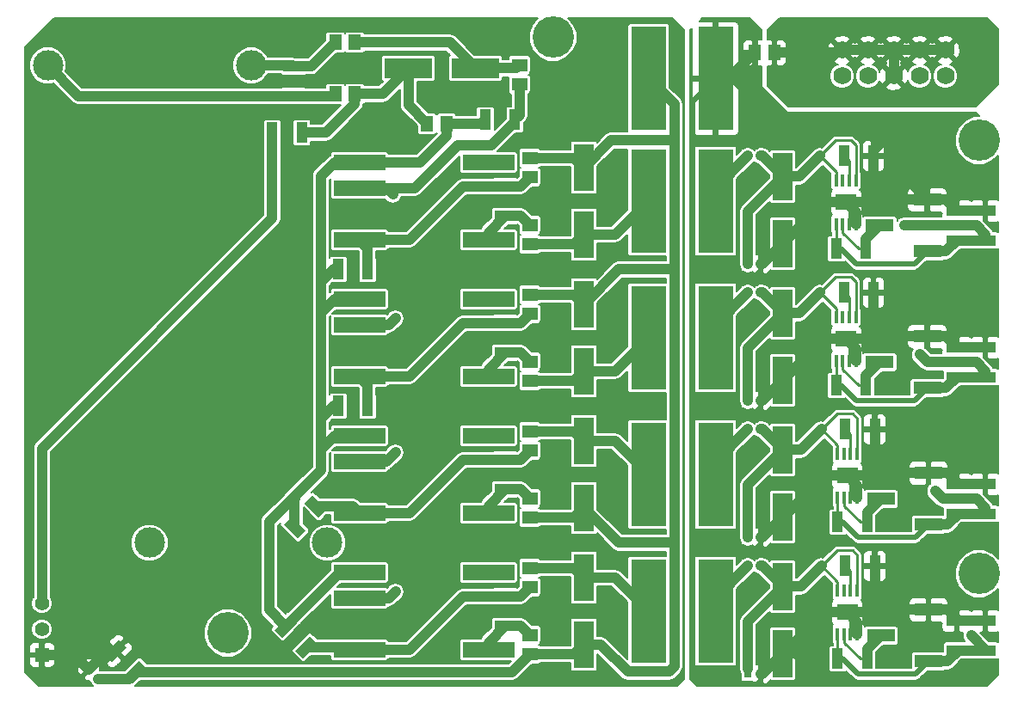
<source format=gtl>
G04 (created by PCBNEW (2013-may-18)-stable) date 2014年04月10日 星期四 23时30分17秒*
%MOIN*%
G04 Gerber Fmt 3.4, Leading zero omitted, Abs format*
%FSLAX34Y34*%
G01*
G70*
G90*
G04 APERTURE LIST*
%ADD10C,0.00590551*%
%ADD11C,0.0693*%
%ADD12R,0.137795X0.401575*%
%ADD13R,0.055X0.055*%
%ADD14C,0.055*%
%ADD15R,0.0275591X0.0314961*%
%ADD16R,0.2X0.06*%
%ADD17R,0.015X0.05*%
%ADD18R,0.0787402X0.0629921*%
%ADD19C,0.11811*%
%ADD20R,0.0512X0.059*%
%ADD21R,0.059X0.0512*%
%ADD22R,0.0787402X0.0433071*%
%ADD23R,0.0433071X0.0787402*%
%ADD24R,0.11X0.05*%
%ADD25C,0.16*%
%ADD26C,0.035*%
%ADD27C,0.04*%
%ADD28C,0.01*%
%ADD29C,0.02*%
%ADD30C,0.005*%
G04 APERTURE END LIST*
G54D10*
G54D11*
X72400Y-30500D03*
X72400Y-31500D03*
X71400Y-30500D03*
X71400Y-31500D03*
X70400Y-30500D03*
X70400Y-31500D03*
X69400Y-30500D03*
X69400Y-31500D03*
X68400Y-30500D03*
X68400Y-31500D03*
G54D10*
G36*
X58793Y-36743D02*
X58793Y-38554D01*
X58006Y-38554D01*
X58006Y-36743D01*
X58793Y-36743D01*
X58793Y-36743D01*
G37*
G36*
X58793Y-34145D02*
X58793Y-35956D01*
X58006Y-35956D01*
X58006Y-34145D01*
X58793Y-34145D01*
X58793Y-34145D01*
G37*
G36*
X58793Y-52643D02*
X58793Y-54454D01*
X58006Y-54454D01*
X58006Y-52643D01*
X58793Y-52643D01*
X58793Y-52643D01*
G37*
G36*
X58793Y-50045D02*
X58793Y-51856D01*
X58006Y-51856D01*
X58006Y-50045D01*
X58793Y-50045D01*
X58793Y-50045D01*
G37*
G36*
X58793Y-42043D02*
X58793Y-43854D01*
X58006Y-43854D01*
X58006Y-42043D01*
X58793Y-42043D01*
X58793Y-42043D01*
G37*
G36*
X58793Y-39445D02*
X58793Y-41256D01*
X58006Y-41256D01*
X58006Y-39445D01*
X58793Y-39445D01*
X58793Y-39445D01*
G37*
G36*
X58793Y-47343D02*
X58793Y-49154D01*
X58006Y-49154D01*
X58006Y-47343D01*
X58793Y-47343D01*
X58793Y-47343D01*
G37*
G36*
X58793Y-44745D02*
X58793Y-46556D01*
X58006Y-46556D01*
X58006Y-44745D01*
X58793Y-44745D01*
X58793Y-44745D01*
G37*
G36*
X53293Y-30806D02*
X55104Y-30806D01*
X55104Y-31593D01*
X53293Y-31593D01*
X53293Y-30806D01*
X53293Y-30806D01*
G37*
G36*
X50695Y-30806D02*
X52506Y-30806D01*
X52506Y-31593D01*
X50695Y-31593D01*
X50695Y-30806D01*
X50695Y-30806D01*
G37*
G36*
X65706Y-36306D02*
X65706Y-34495D01*
X66493Y-34495D01*
X66493Y-36306D01*
X65706Y-36306D01*
X65706Y-36306D01*
G37*
G36*
X65706Y-38904D02*
X65706Y-37093D01*
X66493Y-37093D01*
X66493Y-38904D01*
X65706Y-38904D01*
X65706Y-38904D01*
G37*
G36*
X66493Y-47693D02*
X66493Y-49504D01*
X65706Y-49504D01*
X65706Y-47693D01*
X66493Y-47693D01*
X66493Y-47693D01*
G37*
G36*
X66493Y-45095D02*
X66493Y-46906D01*
X65706Y-46906D01*
X65706Y-45095D01*
X66493Y-45095D01*
X66493Y-45095D01*
G37*
G36*
X65706Y-41606D02*
X65706Y-39795D01*
X66493Y-39795D01*
X66493Y-41606D01*
X65706Y-41606D01*
X65706Y-41606D01*
G37*
G36*
X65706Y-44204D02*
X65706Y-42393D01*
X66493Y-42393D01*
X66493Y-44204D01*
X65706Y-44204D01*
X65706Y-44204D01*
G37*
G36*
X66493Y-52993D02*
X66493Y-54804D01*
X65706Y-54804D01*
X65706Y-52993D01*
X66493Y-52993D01*
X66493Y-52993D01*
G37*
G36*
X66493Y-50395D02*
X66493Y-52206D01*
X65706Y-52206D01*
X65706Y-50395D01*
X66493Y-50395D01*
X66493Y-50395D01*
G37*
G54D12*
X60900Y-52250D03*
X63499Y-52250D03*
X60900Y-41650D03*
X63499Y-41650D03*
X60900Y-46950D03*
X63499Y-46950D03*
X60900Y-31600D03*
X63499Y-31600D03*
X60900Y-36350D03*
X63499Y-36350D03*
G54D13*
X37400Y-53950D03*
G54D14*
X37400Y-52950D03*
X37400Y-51950D03*
G54D15*
X64744Y-38800D03*
X65255Y-38800D03*
X64744Y-34600D03*
X65255Y-34600D03*
X64744Y-44100D03*
X65255Y-44100D03*
X64744Y-39900D03*
X65255Y-39900D03*
X64744Y-49400D03*
X65255Y-49400D03*
G54D10*
G36*
X39594Y-54672D02*
X39789Y-54867D01*
X39567Y-55089D01*
X39372Y-54894D01*
X39594Y-54672D01*
X39594Y-54672D01*
G37*
G36*
X39232Y-54310D02*
X39427Y-54505D01*
X39205Y-54727D01*
X39010Y-54532D01*
X39232Y-54310D01*
X39232Y-54310D01*
G37*
G54D15*
X64744Y-45200D03*
X65255Y-45200D03*
X64744Y-54700D03*
X65255Y-54700D03*
X64744Y-50500D03*
X65255Y-50500D03*
G54D16*
X49700Y-45450D03*
X49700Y-46450D03*
X49700Y-48450D03*
X54700Y-48450D03*
X54700Y-45450D03*
X49700Y-34850D03*
X49700Y-35850D03*
X49700Y-37850D03*
X54700Y-37850D03*
X54700Y-34850D03*
X49700Y-50750D03*
X49700Y-51750D03*
X49700Y-53750D03*
X54700Y-53750D03*
X54700Y-50750D03*
X49700Y-40150D03*
X49700Y-41150D03*
X49700Y-43150D03*
X54700Y-43150D03*
X54700Y-40150D03*
G54D17*
X68216Y-47850D03*
X68472Y-47850D03*
X68728Y-47850D03*
X68984Y-47850D03*
X68984Y-46150D03*
X68728Y-46150D03*
X68472Y-46150D03*
X68216Y-46150D03*
G54D18*
X68600Y-47000D03*
G54D17*
X68166Y-42550D03*
X68422Y-42550D03*
X68678Y-42550D03*
X68934Y-42550D03*
X68934Y-40850D03*
X68678Y-40850D03*
X68422Y-40850D03*
X68166Y-40850D03*
G54D18*
X68550Y-41700D03*
G54D17*
X68216Y-53150D03*
X68472Y-53150D03*
X68728Y-53150D03*
X68984Y-53150D03*
X68984Y-51450D03*
X68728Y-51450D03*
X68472Y-51450D03*
X68216Y-51450D03*
G54D18*
X68600Y-52300D03*
G54D17*
X68166Y-37250D03*
X68422Y-37250D03*
X68678Y-37250D03*
X68934Y-37250D03*
X68934Y-35550D03*
X68678Y-35550D03*
X68422Y-35550D03*
X68166Y-35550D03*
G54D18*
X68550Y-36400D03*
G54D19*
X48462Y-49592D03*
X41572Y-49592D03*
X45509Y-31088D03*
X37635Y-31088D03*
G54D20*
X48775Y-30200D03*
X49525Y-30200D03*
X52325Y-33350D03*
X53075Y-33350D03*
X48775Y-32200D03*
X49525Y-32200D03*
X65025Y-30600D03*
X65775Y-30600D03*
G54D21*
X55900Y-31075D03*
X55900Y-31825D03*
X56300Y-46025D03*
X56300Y-45275D03*
X56300Y-47875D03*
X56300Y-48625D03*
X56300Y-37275D03*
X56300Y-38025D03*
X56300Y-40725D03*
X56300Y-39975D03*
X56300Y-42575D03*
X56300Y-43325D03*
X56300Y-53175D03*
X56300Y-53925D03*
X56300Y-51325D03*
X56300Y-50575D03*
X56300Y-35425D03*
X56300Y-34675D03*
G54D22*
X73950Y-53770D03*
X73950Y-52629D03*
X72850Y-48470D03*
X72850Y-47329D03*
X73950Y-48470D03*
X73950Y-47329D03*
G54D23*
X68529Y-50500D03*
X69670Y-50500D03*
X68229Y-54100D03*
X69370Y-54100D03*
G54D22*
X72850Y-53770D03*
X72850Y-52629D03*
X47150Y-31129D03*
X47150Y-32270D03*
G54D23*
X68479Y-39900D03*
X69620Y-39900D03*
G54D22*
X72850Y-37870D03*
X72850Y-36729D03*
X55350Y-52820D03*
X55350Y-51679D03*
G54D23*
X48879Y-44300D03*
X50020Y-44300D03*
G54D22*
X55350Y-42220D03*
X55350Y-41079D03*
G54D10*
G36*
X47321Y-49435D02*
X46764Y-48878D01*
X47071Y-48572D01*
X47627Y-49128D01*
X47321Y-49435D01*
X47321Y-49435D01*
G37*
G36*
X48128Y-48627D02*
X47572Y-48071D01*
X47878Y-47764D01*
X48435Y-48321D01*
X48128Y-48627D01*
X48128Y-48627D01*
G37*
G54D22*
X55350Y-47520D03*
X55350Y-46379D03*
X55350Y-36920D03*
X55350Y-35779D03*
G54D23*
X48879Y-39000D03*
X50020Y-39000D03*
X55720Y-33200D03*
X54579Y-33200D03*
G54D10*
G36*
X41485Y-54478D02*
X40928Y-55035D01*
X40622Y-54728D01*
X41178Y-54172D01*
X41485Y-54478D01*
X41485Y-54478D01*
G37*
G36*
X40677Y-53671D02*
X40121Y-54227D01*
X39814Y-53921D01*
X40371Y-53364D01*
X40677Y-53671D01*
X40677Y-53671D01*
G37*
G54D23*
X68479Y-34600D03*
X69620Y-34600D03*
X68179Y-38200D03*
X69320Y-38200D03*
G54D22*
X73950Y-37870D03*
X73950Y-36729D03*
G54D23*
X46329Y-33700D03*
X47470Y-33700D03*
G54D10*
G36*
X46414Y-52971D02*
X46971Y-52414D01*
X47277Y-52721D01*
X46721Y-53277D01*
X46414Y-52971D01*
X46414Y-52971D01*
G37*
G36*
X47222Y-53778D02*
X47778Y-53222D01*
X48085Y-53528D01*
X47528Y-54085D01*
X47222Y-53778D01*
X47222Y-53778D01*
G37*
G54D23*
X68179Y-43500D03*
X69320Y-43500D03*
G54D22*
X72850Y-43170D03*
X72850Y-42029D03*
X73950Y-43170D03*
X73950Y-42029D03*
G54D23*
X68529Y-45200D03*
X69670Y-45200D03*
X68229Y-48800D03*
X69370Y-48800D03*
G54D24*
X69900Y-47900D03*
X71750Y-48900D03*
X71750Y-46900D03*
X69850Y-37300D03*
X71700Y-38300D03*
X71700Y-36300D03*
X69900Y-53200D03*
X71750Y-54200D03*
X71750Y-52200D03*
X69850Y-42600D03*
X71700Y-43600D03*
X71700Y-41600D03*
G54D25*
X73700Y-34000D03*
X73700Y-50800D03*
X57200Y-30000D03*
X44600Y-53100D03*
G54D26*
X70800Y-37300D03*
X71400Y-42300D03*
X73400Y-53200D03*
X72000Y-47600D03*
X67400Y-54700D03*
X66400Y-33800D03*
X71800Y-53000D03*
X73200Y-52000D03*
X73600Y-49200D03*
X73600Y-46600D03*
X73600Y-44000D03*
X73600Y-41100D03*
X73600Y-38600D03*
X73300Y-35800D03*
X71900Y-34400D03*
X71900Y-35600D03*
X70600Y-35200D03*
X70200Y-33800D03*
X51100Y-40900D03*
X51100Y-46100D03*
X51100Y-51500D03*
X51000Y-36100D03*
G54D27*
X73950Y-37870D02*
X73950Y-37650D01*
X73600Y-37300D02*
X70800Y-37300D01*
X73950Y-37650D02*
X73600Y-37300D01*
G54D28*
X68166Y-37250D02*
X68166Y-38186D01*
X68166Y-38186D02*
X68179Y-38200D01*
G54D29*
X68179Y-38200D02*
X68350Y-38200D01*
X71200Y-38800D02*
X71700Y-38300D01*
X68950Y-38800D02*
X71200Y-38800D01*
X68350Y-38200D02*
X68950Y-38800D01*
G54D27*
X72850Y-37870D02*
X73950Y-37870D01*
X71700Y-38300D02*
X72420Y-38300D01*
X72420Y-38300D02*
X72850Y-37870D01*
X58400Y-37649D02*
X59601Y-37649D01*
X59601Y-37649D02*
X60900Y-36350D01*
X56300Y-38025D02*
X58024Y-38025D01*
X58024Y-38025D02*
X58400Y-37649D01*
X73950Y-42950D02*
X73950Y-43170D01*
X73600Y-42600D02*
X73950Y-42950D01*
X71700Y-42600D02*
X73600Y-42600D01*
X71400Y-42300D02*
X71700Y-42600D01*
X72420Y-43600D02*
X72850Y-43170D01*
X71700Y-43600D02*
X72420Y-43600D01*
X72850Y-43170D02*
X73950Y-43170D01*
G54D29*
X68350Y-43500D02*
X68950Y-44100D01*
X68950Y-44100D02*
X71200Y-44100D01*
X71200Y-44100D02*
X71700Y-43600D01*
X68179Y-43500D02*
X68350Y-43500D01*
G54D28*
X68166Y-43486D02*
X68179Y-43500D01*
X68166Y-42550D02*
X68166Y-43486D01*
G54D27*
X58400Y-42949D02*
X59601Y-42949D01*
X59601Y-42949D02*
X60900Y-41650D01*
X56300Y-43325D02*
X58024Y-43325D01*
X58024Y-43325D02*
X58400Y-42949D01*
X73950Y-53750D02*
X73950Y-53770D01*
X73400Y-53200D02*
X73950Y-53750D01*
G54D28*
X68216Y-53150D02*
X68216Y-54086D01*
X68216Y-54086D02*
X68229Y-54100D01*
G54D29*
X68229Y-54100D02*
X68400Y-54100D01*
X71250Y-54700D02*
X71750Y-54200D01*
X69000Y-54700D02*
X71250Y-54700D01*
X68400Y-54100D02*
X69000Y-54700D01*
G54D27*
X72900Y-53770D02*
X74000Y-53770D01*
X71750Y-54200D02*
X72470Y-54200D01*
X72470Y-54200D02*
X72900Y-53770D01*
X58400Y-50950D02*
X59601Y-50950D01*
X59601Y-50950D02*
X60900Y-52250D01*
X56300Y-50575D02*
X58024Y-50575D01*
X58024Y-50575D02*
X58400Y-50950D01*
X73950Y-48250D02*
X73950Y-48470D01*
X73600Y-47900D02*
X73950Y-48250D01*
X72300Y-47900D02*
X73600Y-47900D01*
X72000Y-47600D02*
X72300Y-47900D01*
X72470Y-48900D02*
X72900Y-48470D01*
X71750Y-48900D02*
X72470Y-48900D01*
X72900Y-48470D02*
X74000Y-48470D01*
G54D29*
X68400Y-48800D02*
X69000Y-49400D01*
X69000Y-49400D02*
X71250Y-49400D01*
X71250Y-49400D02*
X71750Y-48900D01*
X68229Y-48800D02*
X68400Y-48800D01*
G54D28*
X68216Y-48786D02*
X68229Y-48800D01*
X68216Y-47850D02*
X68216Y-48786D01*
G54D27*
X58400Y-45650D02*
X59601Y-45650D01*
X59601Y-45650D02*
X60900Y-46950D01*
X56300Y-45275D02*
X58024Y-45275D01*
X58024Y-45275D02*
X58400Y-45650D01*
X61900Y-34000D02*
X59450Y-34000D01*
X59450Y-34000D02*
X58400Y-35050D01*
X61900Y-39000D02*
X59750Y-39000D01*
X59750Y-39000D02*
X58400Y-40350D01*
X61900Y-49600D02*
X59750Y-49600D01*
X59750Y-49600D02*
X58400Y-48249D01*
X58400Y-53549D02*
X59049Y-53549D01*
X61900Y-32599D02*
X60900Y-31600D01*
X61900Y-54400D02*
X61900Y-49600D01*
X61900Y-49600D02*
X61900Y-39000D01*
X61900Y-39000D02*
X61900Y-34000D01*
X61900Y-34000D02*
X61900Y-32599D01*
X61700Y-54600D02*
X61900Y-54400D01*
X60100Y-54600D02*
X61700Y-54600D01*
X59049Y-53549D02*
X60100Y-54600D01*
X41053Y-54603D02*
X55621Y-54603D01*
X55621Y-54603D02*
X56300Y-53925D01*
X56300Y-48625D02*
X58024Y-48625D01*
X58024Y-48625D02*
X58400Y-48249D01*
X56300Y-39975D02*
X58024Y-39975D01*
X58024Y-39975D02*
X58400Y-40350D01*
X56300Y-53925D02*
X58024Y-53925D01*
X58024Y-53925D02*
X58400Y-53549D01*
X56300Y-34675D02*
X58024Y-34675D01*
X58024Y-34675D02*
X58400Y-35050D01*
X39580Y-54880D02*
X40776Y-54880D01*
X40776Y-54880D02*
X41053Y-54603D01*
X66599Y-53899D02*
X66100Y-53899D01*
X67400Y-54700D02*
X66599Y-53899D01*
X63499Y-31600D02*
X64200Y-31600D01*
X64200Y-31600D02*
X66400Y-33800D01*
G54D29*
X71700Y-36300D02*
X71700Y-35800D01*
X71750Y-52950D02*
X71750Y-52200D01*
X71800Y-53000D02*
X71750Y-52950D01*
X72500Y-51300D02*
X73200Y-52000D01*
X72500Y-50300D02*
X72500Y-51300D01*
X73600Y-49200D02*
X72500Y-50300D01*
X73600Y-44000D02*
X73600Y-46600D01*
X73600Y-38600D02*
X73600Y-41100D01*
X71900Y-34400D02*
X73300Y-35800D01*
X71700Y-35800D02*
X71900Y-35600D01*
G54D27*
X69620Y-34600D02*
X69620Y-34379D01*
X70600Y-35200D02*
X71700Y-36300D01*
X69620Y-34379D02*
X70200Y-33800D01*
X63499Y-31600D02*
X64025Y-31600D01*
X64025Y-31600D02*
X65025Y-30600D01*
X69300Y-47000D02*
X68600Y-47000D01*
X69670Y-46629D02*
X69300Y-47000D01*
X69670Y-45200D02*
X69670Y-46629D01*
X68984Y-47384D02*
X68600Y-47000D01*
X68984Y-47850D02*
X68984Y-47384D01*
G54D28*
X68728Y-47128D02*
X68600Y-47000D01*
X68728Y-47850D02*
X68728Y-47128D01*
X68728Y-47850D02*
X68984Y-47850D01*
G54D27*
X72470Y-46900D02*
X72900Y-47329D01*
X71750Y-46900D02*
X72470Y-46900D01*
X72900Y-47329D02*
X74000Y-47329D01*
X69400Y-46900D02*
X69300Y-47000D01*
X71750Y-46900D02*
X69400Y-46900D01*
X67749Y-47000D02*
X66150Y-48599D01*
X68600Y-47000D02*
X67749Y-47000D01*
X68600Y-52300D02*
X67749Y-52300D01*
X67749Y-52300D02*
X66150Y-53899D01*
X71750Y-52200D02*
X69400Y-52200D01*
X69400Y-52200D02*
X69300Y-52300D01*
X72900Y-52629D02*
X74000Y-52629D01*
X72470Y-52200D02*
X72900Y-52629D01*
X71750Y-52200D02*
X72470Y-52200D01*
G54D28*
X68728Y-53150D02*
X68984Y-53150D01*
X68728Y-53150D02*
X68728Y-52428D01*
X68728Y-52428D02*
X68600Y-52300D01*
G54D27*
X68984Y-53150D02*
X68984Y-52684D01*
X68984Y-52684D02*
X68600Y-52300D01*
X69670Y-51929D02*
X69300Y-52300D01*
X69300Y-52300D02*
X68600Y-52300D01*
X69670Y-50500D02*
X69670Y-51929D01*
X69620Y-39900D02*
X69620Y-41329D01*
X69250Y-41700D02*
X68550Y-41700D01*
X69620Y-41329D02*
X69250Y-41700D01*
X68934Y-42084D02*
X68550Y-41700D01*
X68934Y-42550D02*
X68934Y-42084D01*
G54D28*
X68678Y-41828D02*
X68550Y-41700D01*
X68678Y-42550D02*
X68678Y-41828D01*
X68678Y-42550D02*
X68934Y-42550D01*
G54D27*
X72420Y-41600D02*
X72850Y-42029D01*
X71700Y-41600D02*
X72420Y-41600D01*
X72850Y-42029D02*
X73950Y-42029D01*
X69350Y-41600D02*
X69250Y-41700D01*
X71700Y-41600D02*
X69350Y-41600D01*
X67699Y-41700D02*
X66100Y-43299D01*
X68550Y-41700D02*
X67699Y-41700D01*
X68550Y-36400D02*
X67699Y-36400D01*
X67699Y-36400D02*
X66100Y-37999D01*
X71700Y-36300D02*
X69350Y-36300D01*
X69350Y-36300D02*
X69250Y-36400D01*
X72850Y-36729D02*
X73950Y-36729D01*
X71700Y-36300D02*
X72420Y-36300D01*
X72420Y-36300D02*
X72850Y-36729D01*
G54D28*
X68678Y-37250D02*
X68934Y-37250D01*
X68678Y-37250D02*
X68678Y-36528D01*
X68678Y-36528D02*
X68550Y-36400D01*
G54D27*
X68934Y-37250D02*
X68934Y-36784D01*
X68934Y-36784D02*
X68550Y-36400D01*
X69620Y-34600D02*
X69620Y-36029D01*
X69620Y-36029D02*
X69250Y-36400D01*
X69250Y-36400D02*
X68550Y-36400D01*
G54D29*
X65255Y-38800D02*
X65255Y-39044D01*
X63100Y-39300D02*
X62600Y-38800D01*
X65000Y-39300D02*
X63100Y-39300D01*
X65255Y-39044D02*
X65000Y-39300D01*
X65255Y-44100D02*
X65255Y-44344D01*
X63100Y-44600D02*
X62600Y-44100D01*
X65000Y-44600D02*
X63100Y-44600D01*
X65255Y-44344D02*
X65000Y-44600D01*
X65255Y-49400D02*
X65255Y-49644D01*
X63100Y-49900D02*
X62600Y-49400D01*
X65000Y-49900D02*
X63100Y-49900D01*
X65255Y-49644D02*
X65000Y-49900D01*
G54D27*
X65255Y-54700D02*
X65299Y-54700D01*
X65299Y-54700D02*
X66100Y-53899D01*
X65255Y-49400D02*
X65299Y-49400D01*
X65299Y-49400D02*
X66100Y-48599D01*
X65255Y-44100D02*
X65299Y-44100D01*
X65299Y-44100D02*
X66100Y-43299D01*
X65255Y-38800D02*
X65299Y-38800D01*
X65299Y-38800D02*
X66100Y-37999D01*
G54D29*
X63499Y-31600D02*
X63499Y-31600D01*
X63499Y-31600D02*
X62600Y-32500D01*
X62600Y-32500D02*
X62600Y-38800D01*
X62600Y-38800D02*
X62600Y-44100D01*
X62600Y-44100D02*
X62600Y-49400D01*
X65255Y-54944D02*
X65255Y-54700D01*
X62600Y-49400D02*
X62600Y-54400D01*
X62600Y-54400D02*
X63300Y-55100D01*
X63300Y-55100D02*
X65100Y-55100D01*
X65100Y-55100D02*
X65255Y-54944D01*
G54D27*
X46329Y-33700D02*
X46329Y-37020D01*
X37400Y-45950D02*
X37400Y-51950D01*
X46329Y-37020D02*
X37400Y-45950D01*
X70400Y-30500D02*
X70400Y-31500D01*
X71400Y-30500D02*
X72400Y-30500D01*
X70400Y-30500D02*
X71400Y-30500D01*
X69400Y-30500D02*
X70400Y-30500D01*
X68400Y-30500D02*
X69400Y-30500D01*
X65775Y-30600D02*
X68300Y-30600D01*
X68300Y-30600D02*
X68400Y-30500D01*
X40246Y-53796D02*
X39941Y-53796D01*
X39941Y-53796D02*
X39219Y-54519D01*
X37400Y-53950D02*
X38650Y-53950D01*
X38650Y-53950D02*
X39219Y-54519D01*
X49700Y-41150D02*
X50850Y-41150D01*
X50850Y-41150D02*
X51100Y-40900D01*
X49700Y-46450D02*
X50750Y-46450D01*
X50750Y-46450D02*
X51100Y-46100D01*
X49700Y-35850D02*
X50750Y-35850D01*
X50850Y-51750D02*
X49700Y-51750D01*
X51100Y-51500D02*
X50850Y-51750D01*
X50750Y-35850D02*
X51000Y-36100D01*
X55720Y-33200D02*
X55720Y-33279D01*
X51850Y-35850D02*
X49700Y-35850D01*
X53500Y-34200D02*
X51850Y-35850D01*
X54800Y-34200D02*
X53500Y-34200D01*
X55720Y-33279D02*
X54800Y-34200D01*
X55900Y-31825D02*
X55900Y-33020D01*
X55900Y-33020D02*
X55720Y-33200D01*
X53075Y-33350D02*
X53075Y-33825D01*
X52050Y-34850D02*
X49700Y-34850D01*
X53075Y-33825D02*
X52050Y-34850D01*
X49700Y-50750D02*
X48942Y-50750D01*
X48942Y-50750D02*
X46846Y-52846D01*
X47196Y-49003D02*
X47196Y-47803D01*
X47200Y-47900D02*
X47200Y-47800D01*
X47200Y-47807D02*
X47200Y-47900D01*
X47196Y-47803D02*
X47200Y-47807D01*
X48879Y-44300D02*
X48700Y-44300D01*
X48200Y-44800D02*
X48200Y-44700D01*
X48700Y-44300D02*
X48200Y-44800D01*
X48879Y-39000D02*
X48700Y-39000D01*
X48200Y-39500D02*
X48200Y-39400D01*
X48700Y-39000D02*
X48200Y-39500D01*
X49700Y-45450D02*
X48750Y-45450D01*
X48750Y-45450D02*
X48200Y-46000D01*
X49700Y-40150D02*
X48750Y-40150D01*
X48750Y-40150D02*
X48200Y-40700D01*
X49700Y-34850D02*
X48750Y-34850D01*
X48750Y-34850D02*
X48200Y-35400D01*
X48200Y-35400D02*
X48200Y-39400D01*
X46200Y-52200D02*
X46846Y-52846D01*
X46200Y-48800D02*
X46200Y-52200D01*
X48200Y-46800D02*
X47200Y-47800D01*
X47200Y-47800D02*
X46200Y-48800D01*
X48200Y-39400D02*
X48200Y-40700D01*
X48200Y-40700D02*
X48200Y-44700D01*
X48200Y-44700D02*
X48200Y-46000D01*
X48200Y-46000D02*
X48200Y-46800D01*
X53075Y-33350D02*
X54429Y-33350D01*
X54429Y-33350D02*
X54579Y-33200D01*
G54D28*
X68728Y-45398D02*
X68529Y-45200D01*
X68728Y-46150D02*
X68728Y-45398D01*
G54D27*
X63499Y-36350D02*
X63499Y-35844D01*
X63499Y-35844D02*
X64744Y-34600D01*
X64744Y-44100D02*
X64744Y-42056D01*
X64744Y-42056D02*
X66100Y-40700D01*
X65255Y-39900D02*
X65299Y-39900D01*
X65299Y-39900D02*
X66100Y-40700D01*
G54D28*
X68150Y-39300D02*
X67549Y-39900D01*
X68750Y-39300D02*
X68150Y-39300D01*
X68934Y-39484D02*
X68750Y-39300D01*
X68934Y-40850D02*
X68934Y-39484D01*
X68166Y-40517D02*
X67549Y-39900D01*
X68166Y-40850D02*
X68166Y-40517D01*
G54D27*
X66749Y-40700D02*
X67549Y-39900D01*
X66100Y-40700D02*
X66749Y-40700D01*
X63499Y-46950D02*
X63499Y-46444D01*
X63499Y-46444D02*
X64744Y-45200D01*
G54D28*
X68472Y-48172D02*
X69100Y-48800D01*
X69100Y-48800D02*
X69370Y-48800D01*
X68472Y-47850D02*
X68472Y-48172D01*
G54D27*
X69370Y-48429D02*
X69900Y-47900D01*
X69370Y-48800D02*
X69370Y-48429D01*
X64744Y-49400D02*
X64744Y-47356D01*
X64744Y-47356D02*
X66100Y-46000D01*
X65255Y-45200D02*
X65299Y-45200D01*
X65299Y-45200D02*
X66100Y-46000D01*
G54D28*
X68200Y-44600D02*
X67599Y-45200D01*
X68800Y-44600D02*
X68200Y-44600D01*
X68984Y-44784D02*
X68800Y-44600D01*
X68984Y-46150D02*
X68984Y-44784D01*
X68216Y-45817D02*
X67599Y-45200D01*
X68216Y-46150D02*
X68216Y-45817D01*
G54D27*
X66799Y-46000D02*
X67599Y-45200D01*
X66150Y-46000D02*
X66799Y-46000D01*
X63499Y-52250D02*
X63499Y-51744D01*
X63499Y-51744D02*
X64744Y-50500D01*
X69370Y-54100D02*
X69370Y-53729D01*
X69370Y-53729D02*
X69900Y-53200D01*
G54D28*
X68472Y-53150D02*
X68472Y-53472D01*
X69100Y-54100D02*
X69370Y-54100D01*
X68472Y-53472D02*
X69100Y-54100D01*
G54D27*
X64744Y-54500D02*
X64744Y-52656D01*
X64744Y-52656D02*
X66100Y-51300D01*
G54D29*
X64744Y-54700D02*
X64744Y-54500D01*
X64744Y-52656D02*
X66100Y-51300D01*
G54D28*
X68984Y-50084D02*
X68800Y-49900D01*
X68800Y-49900D02*
X68200Y-49900D01*
G54D27*
X66150Y-51300D02*
X66799Y-51300D01*
X66799Y-51300D02*
X67599Y-50500D01*
G54D28*
X68216Y-51450D02*
X68216Y-51117D01*
X68216Y-51117D02*
X67599Y-50500D01*
X68984Y-51450D02*
X68984Y-50084D01*
X68200Y-49900D02*
X67599Y-50500D01*
G54D27*
X65255Y-50500D02*
X65299Y-50500D01*
X65299Y-50500D02*
X66100Y-51300D01*
G54D28*
X68728Y-51450D02*
X68728Y-50698D01*
X68728Y-50698D02*
X68529Y-50500D01*
G54D27*
X54700Y-37850D02*
X54700Y-37570D01*
X54700Y-37570D02*
X55350Y-36920D01*
X55350Y-36920D02*
X55945Y-36920D01*
X55945Y-36920D02*
X56300Y-37275D01*
X55350Y-35779D02*
X53720Y-35779D01*
X51650Y-37850D02*
X49700Y-37850D01*
X53720Y-35779D02*
X51650Y-37850D01*
X50020Y-39000D02*
X50020Y-38170D01*
X50020Y-38170D02*
X49700Y-37850D01*
X55350Y-35779D02*
X55945Y-35779D01*
X55945Y-35779D02*
X56300Y-35425D01*
X47150Y-32270D02*
X48704Y-32270D01*
X48704Y-32270D02*
X48775Y-32200D01*
X47150Y-32270D02*
X38817Y-32270D01*
X38817Y-32270D02*
X37635Y-31088D01*
X47150Y-31129D02*
X47845Y-31129D01*
X47845Y-31129D02*
X48775Y-30200D01*
X45509Y-31088D02*
X47109Y-31088D01*
X47109Y-31088D02*
X47150Y-31129D01*
X51600Y-31200D02*
X51600Y-32625D01*
X51600Y-32625D02*
X52325Y-33350D01*
X47470Y-33700D02*
X48400Y-33700D01*
X49525Y-32575D02*
X49525Y-32200D01*
X48400Y-33700D02*
X49525Y-32575D01*
X49525Y-32200D02*
X50600Y-32200D01*
X50600Y-32200D02*
X51600Y-31200D01*
X49525Y-30200D02*
X53199Y-30200D01*
X53199Y-30200D02*
X54199Y-31200D01*
X54199Y-31200D02*
X55775Y-31200D01*
X55775Y-31200D02*
X55900Y-31075D01*
X54700Y-53750D02*
X54700Y-53470D01*
X54700Y-53470D02*
X55350Y-52820D01*
X55350Y-52820D02*
X55945Y-52820D01*
X55945Y-52820D02*
X56300Y-53175D01*
X63499Y-41650D02*
X63499Y-41144D01*
X63499Y-41144D02*
X64744Y-39900D01*
X55350Y-51679D02*
X53720Y-51679D01*
X51650Y-53750D02*
X49700Y-53750D01*
X53720Y-51679D02*
X51650Y-53750D01*
X47653Y-53653D02*
X49603Y-53653D01*
X49603Y-53653D02*
X49700Y-53750D01*
X55350Y-51679D02*
X55945Y-51679D01*
X55945Y-51679D02*
X56300Y-51325D01*
X55350Y-46379D02*
X53720Y-46379D01*
X51650Y-48450D02*
X49700Y-48450D01*
X53720Y-46379D02*
X51650Y-48450D01*
X48003Y-48196D02*
X49446Y-48196D01*
X49446Y-48196D02*
X49700Y-48450D01*
X55350Y-46379D02*
X55945Y-46379D01*
X55945Y-46379D02*
X56300Y-46025D01*
X54700Y-48450D02*
X54700Y-48170D01*
X54700Y-48170D02*
X55350Y-47520D01*
X55350Y-47520D02*
X55945Y-47520D01*
X55945Y-47520D02*
X56300Y-47875D01*
G54D28*
X68678Y-35550D02*
X68678Y-34798D01*
X68678Y-34798D02*
X68479Y-34600D01*
G54D27*
X66100Y-35400D02*
X66749Y-35400D01*
X66749Y-35400D02*
X67549Y-34600D01*
G54D28*
X68166Y-35550D02*
X68166Y-35217D01*
X68166Y-35217D02*
X67549Y-34600D01*
X68934Y-35550D02*
X68934Y-34184D01*
X68934Y-34184D02*
X68750Y-34000D01*
X68750Y-34000D02*
X68150Y-34000D01*
X68150Y-34000D02*
X67549Y-34600D01*
G54D27*
X64744Y-38800D02*
X64744Y-36756D01*
X64744Y-36756D02*
X66100Y-35400D01*
X65255Y-34600D02*
X65299Y-34600D01*
X65299Y-34600D02*
X66100Y-35400D01*
X55350Y-41079D02*
X53720Y-41079D01*
X51650Y-43150D02*
X49700Y-43150D01*
X53720Y-41079D02*
X51650Y-43150D01*
X50020Y-44300D02*
X50020Y-43470D01*
X50020Y-43470D02*
X49700Y-43150D01*
X55350Y-41079D02*
X55945Y-41079D01*
X55945Y-41079D02*
X56300Y-40725D01*
X69320Y-38200D02*
X69320Y-37829D01*
X69320Y-37829D02*
X69850Y-37300D01*
G54D28*
X68422Y-37250D02*
X68422Y-37572D01*
X69050Y-38200D02*
X69320Y-38200D01*
X68422Y-37572D02*
X69050Y-38200D01*
G54D27*
X54700Y-43150D02*
X54700Y-42870D01*
X54700Y-42870D02*
X55350Y-42220D01*
X55350Y-42220D02*
X55945Y-42220D01*
X55945Y-42220D02*
X56300Y-42575D01*
G54D28*
X68678Y-40098D02*
X68479Y-39900D01*
X68678Y-40850D02*
X68678Y-40098D01*
X68422Y-42872D02*
X69050Y-43500D01*
X69050Y-43500D02*
X69320Y-43500D01*
X68422Y-42550D02*
X68422Y-42872D01*
G54D27*
X69320Y-43129D02*
X69850Y-42600D01*
X69320Y-43500D02*
X69320Y-43129D01*
G54D10*
G36*
X62275Y-54889D02*
X62019Y-55145D01*
X41009Y-55145D01*
X41042Y-55111D01*
X41215Y-54938D01*
X55621Y-54938D01*
X55749Y-54913D01*
X55749Y-54913D01*
X55858Y-54840D01*
X56382Y-54316D01*
X56621Y-54316D01*
X56671Y-54295D01*
X56706Y-54260D01*
X57871Y-54260D01*
X57871Y-54481D01*
X57891Y-54531D01*
X57929Y-54569D01*
X57979Y-54589D01*
X58033Y-54589D01*
X58820Y-54589D01*
X58870Y-54569D01*
X58908Y-54531D01*
X58928Y-54481D01*
X58928Y-54427D01*
X58928Y-53902D01*
X59863Y-54836D01*
X59863Y-54836D01*
X59971Y-54909D01*
X59971Y-54909D01*
X60099Y-54934D01*
X60100Y-54935D01*
X61700Y-54935D01*
X61828Y-54909D01*
X61828Y-54909D01*
X61936Y-54836D01*
X62136Y-54636D01*
X62136Y-54636D01*
X62185Y-54564D01*
X62209Y-54528D01*
X62209Y-54528D01*
X62234Y-54400D01*
X62235Y-54400D01*
X62235Y-49600D01*
X62235Y-39000D01*
X62235Y-34000D01*
X62235Y-32599D01*
X62209Y-32471D01*
X62209Y-32471D01*
X62136Y-32362D01*
X61724Y-31950D01*
X61724Y-29565D01*
X61704Y-29515D01*
X61666Y-29477D01*
X61616Y-29457D01*
X61563Y-29457D01*
X60185Y-29457D01*
X60135Y-29477D01*
X60097Y-29515D01*
X60076Y-29565D01*
X60076Y-29618D01*
X60076Y-33634D01*
X60089Y-33665D01*
X59450Y-33665D01*
X59322Y-33690D01*
X59213Y-33763D01*
X59213Y-33763D01*
X59213Y-33763D01*
X58908Y-34068D01*
X58870Y-34030D01*
X58820Y-34010D01*
X58766Y-34010D01*
X57979Y-34010D01*
X57929Y-34030D01*
X57891Y-34068D01*
X57871Y-34118D01*
X57871Y-34172D01*
X57871Y-34340D01*
X56706Y-34340D01*
X56671Y-34304D01*
X56621Y-34284D01*
X56568Y-34283D01*
X55978Y-34283D01*
X55928Y-34304D01*
X55890Y-34342D01*
X55870Y-34392D01*
X55869Y-34445D01*
X55869Y-34957D01*
X55890Y-35007D01*
X55928Y-35045D01*
X55939Y-35049D01*
X55928Y-35054D01*
X55890Y-35092D01*
X55870Y-35142D01*
X55869Y-35195D01*
X55869Y-35381D01*
X55808Y-35443D01*
X55770Y-35427D01*
X55716Y-35427D01*
X54929Y-35427D01*
X54889Y-35444D01*
X53720Y-35444D01*
X53592Y-35469D01*
X53483Y-35542D01*
X51511Y-37515D01*
X50831Y-37515D01*
X50814Y-37473D01*
X50776Y-37435D01*
X50726Y-37415D01*
X50673Y-37414D01*
X48673Y-37414D01*
X48623Y-37435D01*
X48585Y-37473D01*
X48565Y-37523D01*
X48564Y-37576D01*
X48564Y-38176D01*
X48585Y-38226D01*
X48623Y-38264D01*
X48673Y-38284D01*
X48726Y-38285D01*
X49661Y-38285D01*
X49685Y-38309D01*
X49685Y-38539D01*
X49669Y-38579D01*
X49669Y-38633D01*
X49669Y-39420D01*
X49689Y-39470D01*
X49727Y-39508D01*
X49777Y-39528D01*
X49831Y-39528D01*
X50264Y-39528D01*
X50313Y-39508D01*
X50351Y-39470D01*
X50372Y-39420D01*
X50372Y-39366D01*
X50372Y-38579D01*
X50355Y-38539D01*
X50355Y-38285D01*
X50726Y-38285D01*
X50776Y-38264D01*
X50814Y-38226D01*
X50831Y-38185D01*
X51650Y-38185D01*
X51778Y-38159D01*
X51778Y-38159D01*
X51886Y-38086D01*
X53859Y-36114D01*
X54889Y-36114D01*
X54929Y-36130D01*
X54983Y-36130D01*
X55770Y-36130D01*
X55810Y-36114D01*
X55945Y-36114D01*
X56074Y-36088D01*
X56074Y-36088D01*
X56182Y-36016D01*
X56382Y-35816D01*
X56621Y-35816D01*
X56671Y-35795D01*
X56709Y-35757D01*
X56729Y-35707D01*
X56730Y-35654D01*
X56730Y-35142D01*
X56709Y-35092D01*
X56671Y-35054D01*
X56660Y-35050D01*
X56671Y-35045D01*
X56706Y-35010D01*
X57871Y-35010D01*
X57871Y-35983D01*
X57891Y-36032D01*
X57929Y-36070D01*
X57979Y-36091D01*
X58033Y-36091D01*
X58820Y-36091D01*
X58870Y-36070D01*
X58908Y-36032D01*
X58928Y-35983D01*
X58928Y-35929D01*
X58928Y-34995D01*
X59589Y-34335D01*
X60076Y-34335D01*
X60076Y-34368D01*
X60076Y-36700D01*
X59462Y-37314D01*
X58928Y-37314D01*
X58928Y-36716D01*
X58908Y-36667D01*
X58870Y-36629D01*
X58820Y-36608D01*
X58766Y-36608D01*
X57979Y-36608D01*
X57929Y-36629D01*
X57891Y-36667D01*
X57871Y-36716D01*
X57871Y-36770D01*
X57871Y-37690D01*
X56706Y-37690D01*
X56671Y-37654D01*
X56660Y-37650D01*
X56671Y-37645D01*
X56709Y-37607D01*
X56729Y-37557D01*
X56730Y-37504D01*
X56730Y-36992D01*
X56709Y-36942D01*
X56671Y-36904D01*
X56621Y-36884D01*
X56568Y-36883D01*
X56382Y-36883D01*
X56182Y-36683D01*
X56074Y-36611D01*
X55945Y-36585D01*
X55810Y-36585D01*
X55770Y-36569D01*
X55716Y-36569D01*
X54929Y-36569D01*
X54879Y-36589D01*
X54841Y-36627D01*
X54821Y-36677D01*
X54821Y-36731D01*
X54821Y-36975D01*
X54463Y-37333D01*
X54409Y-37414D01*
X53673Y-37414D01*
X53623Y-37435D01*
X53585Y-37473D01*
X53565Y-37523D01*
X53564Y-37576D01*
X53564Y-38176D01*
X53585Y-38226D01*
X53623Y-38264D01*
X53673Y-38284D01*
X53726Y-38285D01*
X55726Y-38285D01*
X55776Y-38264D01*
X55814Y-38226D01*
X55834Y-38176D01*
X55835Y-38123D01*
X55835Y-37523D01*
X55814Y-37473D01*
X55776Y-37435D01*
X55726Y-37415D01*
X55673Y-37414D01*
X55329Y-37414D01*
X55472Y-37272D01*
X55770Y-37272D01*
X55808Y-37256D01*
X55869Y-37318D01*
X55869Y-37557D01*
X55890Y-37607D01*
X55928Y-37645D01*
X55939Y-37649D01*
X55928Y-37654D01*
X55890Y-37692D01*
X55870Y-37742D01*
X55869Y-37795D01*
X55869Y-38307D01*
X55890Y-38357D01*
X55928Y-38395D01*
X55978Y-38415D01*
X56031Y-38416D01*
X56621Y-38416D01*
X56671Y-38395D01*
X56706Y-38360D01*
X57871Y-38360D01*
X57871Y-38581D01*
X57891Y-38631D01*
X57929Y-38669D01*
X57979Y-38689D01*
X58033Y-38689D01*
X58820Y-38689D01*
X58870Y-38669D01*
X58908Y-38631D01*
X58928Y-38581D01*
X58928Y-38527D01*
X58928Y-37984D01*
X59601Y-37984D01*
X59729Y-37958D01*
X59729Y-37958D01*
X59838Y-37886D01*
X60076Y-37647D01*
X60076Y-38384D01*
X60097Y-38434D01*
X60135Y-38472D01*
X60184Y-38492D01*
X60238Y-38492D01*
X61565Y-38492D01*
X61565Y-38665D01*
X59750Y-38665D01*
X59622Y-38690D01*
X59586Y-38714D01*
X59513Y-38763D01*
X58908Y-39368D01*
X58870Y-39330D01*
X58820Y-39310D01*
X58766Y-39310D01*
X57979Y-39310D01*
X57929Y-39330D01*
X57891Y-39368D01*
X57871Y-39418D01*
X57871Y-39472D01*
X57871Y-39640D01*
X56706Y-39640D01*
X56671Y-39604D01*
X56621Y-39584D01*
X56568Y-39583D01*
X55978Y-39583D01*
X55928Y-39604D01*
X55890Y-39642D01*
X55870Y-39692D01*
X55869Y-39745D01*
X55869Y-40257D01*
X55890Y-40307D01*
X55928Y-40345D01*
X55939Y-40349D01*
X55928Y-40354D01*
X55890Y-40392D01*
X55870Y-40442D01*
X55869Y-40495D01*
X55869Y-40681D01*
X55835Y-40716D01*
X55835Y-40423D01*
X55835Y-39823D01*
X55814Y-39773D01*
X55776Y-39735D01*
X55726Y-39715D01*
X55673Y-39714D01*
X53673Y-39714D01*
X53623Y-39735D01*
X53585Y-39773D01*
X53565Y-39823D01*
X53564Y-39876D01*
X53564Y-40476D01*
X53585Y-40526D01*
X53623Y-40564D01*
X53673Y-40584D01*
X53726Y-40585D01*
X55726Y-40585D01*
X55776Y-40564D01*
X55814Y-40526D01*
X55834Y-40476D01*
X55835Y-40423D01*
X55835Y-40716D01*
X55808Y-40743D01*
X55770Y-40727D01*
X55716Y-40727D01*
X54929Y-40727D01*
X54889Y-40744D01*
X53720Y-40744D01*
X53592Y-40769D01*
X53483Y-40842D01*
X51511Y-42815D01*
X50831Y-42815D01*
X50814Y-42773D01*
X50776Y-42735D01*
X50726Y-42715D01*
X50673Y-42714D01*
X48673Y-42714D01*
X48623Y-42735D01*
X48585Y-42773D01*
X48565Y-42823D01*
X48564Y-42876D01*
X48564Y-43476D01*
X48585Y-43526D01*
X48623Y-43564D01*
X48673Y-43584D01*
X48726Y-43585D01*
X49661Y-43585D01*
X49685Y-43609D01*
X49685Y-43839D01*
X49669Y-43879D01*
X49669Y-43933D01*
X49669Y-44720D01*
X49689Y-44770D01*
X49727Y-44808D01*
X49777Y-44828D01*
X49831Y-44828D01*
X50264Y-44828D01*
X50313Y-44808D01*
X50351Y-44770D01*
X50372Y-44720D01*
X50372Y-44666D01*
X50372Y-43879D01*
X50355Y-43839D01*
X50355Y-43585D01*
X50726Y-43585D01*
X50776Y-43564D01*
X50814Y-43526D01*
X50831Y-43485D01*
X51650Y-43485D01*
X51778Y-43459D01*
X51778Y-43459D01*
X51886Y-43386D01*
X53859Y-41414D01*
X54889Y-41414D01*
X54929Y-41430D01*
X54983Y-41430D01*
X55770Y-41430D01*
X55810Y-41414D01*
X55945Y-41414D01*
X56074Y-41388D01*
X56074Y-41388D01*
X56182Y-41316D01*
X56382Y-41116D01*
X56621Y-41116D01*
X56671Y-41095D01*
X56709Y-41057D01*
X56729Y-41007D01*
X56730Y-40954D01*
X56730Y-40442D01*
X56709Y-40392D01*
X56671Y-40354D01*
X56660Y-40350D01*
X56671Y-40345D01*
X56706Y-40310D01*
X57871Y-40310D01*
X57871Y-41283D01*
X57891Y-41332D01*
X57929Y-41370D01*
X57979Y-41391D01*
X58033Y-41391D01*
X58820Y-41391D01*
X58870Y-41370D01*
X58908Y-41332D01*
X58928Y-41283D01*
X58928Y-41229D01*
X58928Y-40295D01*
X59889Y-39335D01*
X61565Y-39335D01*
X61565Y-39507D01*
X61563Y-39507D01*
X60185Y-39507D01*
X60135Y-39527D01*
X60097Y-39565D01*
X60076Y-39615D01*
X60076Y-39668D01*
X60076Y-42000D01*
X59462Y-42614D01*
X58928Y-42614D01*
X58928Y-42016D01*
X58908Y-41967D01*
X58870Y-41929D01*
X58820Y-41908D01*
X58766Y-41908D01*
X57979Y-41908D01*
X57929Y-41929D01*
X57891Y-41967D01*
X57871Y-42016D01*
X57871Y-42070D01*
X57871Y-42990D01*
X56706Y-42990D01*
X56671Y-42954D01*
X56660Y-42950D01*
X56671Y-42945D01*
X56709Y-42907D01*
X56729Y-42857D01*
X56730Y-42804D01*
X56730Y-42292D01*
X56709Y-42242D01*
X56671Y-42204D01*
X56621Y-42184D01*
X56568Y-42183D01*
X56382Y-42183D01*
X56182Y-41983D01*
X56074Y-41911D01*
X55945Y-41885D01*
X55810Y-41885D01*
X55770Y-41869D01*
X55716Y-41869D01*
X54929Y-41869D01*
X54879Y-41889D01*
X54841Y-41927D01*
X54821Y-41977D01*
X54821Y-42031D01*
X54821Y-42275D01*
X54463Y-42633D01*
X54409Y-42714D01*
X53673Y-42714D01*
X53623Y-42735D01*
X53585Y-42773D01*
X53565Y-42823D01*
X53564Y-42876D01*
X53564Y-43476D01*
X53585Y-43526D01*
X53623Y-43564D01*
X53673Y-43584D01*
X53726Y-43585D01*
X55726Y-43585D01*
X55776Y-43564D01*
X55814Y-43526D01*
X55834Y-43476D01*
X55835Y-43423D01*
X55835Y-42823D01*
X55814Y-42773D01*
X55776Y-42735D01*
X55726Y-42715D01*
X55673Y-42714D01*
X55329Y-42714D01*
X55472Y-42572D01*
X55770Y-42572D01*
X55808Y-42556D01*
X55869Y-42618D01*
X55869Y-42857D01*
X55890Y-42907D01*
X55928Y-42945D01*
X55939Y-42949D01*
X55928Y-42954D01*
X55890Y-42992D01*
X55870Y-43042D01*
X55869Y-43095D01*
X55869Y-43607D01*
X55890Y-43657D01*
X55928Y-43695D01*
X55978Y-43715D01*
X56031Y-43716D01*
X56621Y-43716D01*
X56671Y-43695D01*
X56706Y-43660D01*
X57871Y-43660D01*
X57871Y-43881D01*
X57891Y-43931D01*
X57929Y-43969D01*
X57979Y-43989D01*
X58033Y-43989D01*
X58820Y-43989D01*
X58870Y-43969D01*
X58908Y-43931D01*
X58928Y-43881D01*
X58928Y-43827D01*
X58928Y-43284D01*
X59601Y-43284D01*
X59729Y-43258D01*
X59729Y-43258D01*
X59838Y-43186D01*
X60076Y-42947D01*
X60076Y-43684D01*
X60097Y-43734D01*
X60135Y-43772D01*
X60184Y-43792D01*
X60238Y-43792D01*
X61565Y-43792D01*
X61565Y-44807D01*
X61563Y-44807D01*
X60185Y-44807D01*
X60135Y-44827D01*
X60097Y-44865D01*
X60076Y-44915D01*
X60076Y-44968D01*
X60076Y-45652D01*
X59838Y-45413D01*
X59729Y-45341D01*
X59601Y-45315D01*
X58928Y-45315D01*
X58928Y-44718D01*
X58908Y-44668D01*
X58870Y-44630D01*
X58820Y-44610D01*
X58766Y-44610D01*
X57979Y-44610D01*
X57929Y-44630D01*
X57891Y-44668D01*
X57871Y-44718D01*
X57871Y-44772D01*
X57871Y-44940D01*
X56706Y-44940D01*
X56671Y-44904D01*
X56621Y-44884D01*
X56568Y-44883D01*
X55978Y-44883D01*
X55928Y-44904D01*
X55890Y-44942D01*
X55870Y-44992D01*
X55869Y-45045D01*
X55869Y-45557D01*
X55890Y-45607D01*
X55928Y-45645D01*
X55939Y-45649D01*
X55928Y-45654D01*
X55890Y-45692D01*
X55870Y-45742D01*
X55869Y-45795D01*
X55869Y-45981D01*
X55835Y-46016D01*
X55835Y-45723D01*
X55835Y-45123D01*
X55814Y-45073D01*
X55776Y-45035D01*
X55726Y-45015D01*
X55673Y-45014D01*
X53673Y-45014D01*
X53623Y-45035D01*
X53585Y-45073D01*
X53565Y-45123D01*
X53564Y-45176D01*
X53564Y-45776D01*
X53585Y-45826D01*
X53623Y-45864D01*
X53673Y-45884D01*
X53726Y-45885D01*
X55726Y-45885D01*
X55776Y-45864D01*
X55814Y-45826D01*
X55834Y-45776D01*
X55835Y-45723D01*
X55835Y-46016D01*
X55808Y-46043D01*
X55770Y-46027D01*
X55716Y-46027D01*
X54929Y-46027D01*
X54889Y-46044D01*
X53720Y-46044D01*
X53592Y-46069D01*
X53483Y-46142D01*
X51511Y-48115D01*
X50831Y-48115D01*
X50814Y-48073D01*
X50776Y-48035D01*
X50726Y-48015D01*
X50673Y-48014D01*
X49738Y-48014D01*
X49683Y-47959D01*
X49574Y-47886D01*
X49446Y-47861D01*
X48165Y-47861D01*
X47954Y-47650D01*
X47905Y-47629D01*
X47851Y-47629D01*
X47838Y-47635D01*
X48436Y-47036D01*
X48509Y-46928D01*
X48509Y-46928D01*
X48534Y-46800D01*
X48535Y-46800D01*
X48535Y-46138D01*
X48575Y-46098D01*
X48565Y-46123D01*
X48564Y-46176D01*
X48564Y-46776D01*
X48585Y-46826D01*
X48623Y-46864D01*
X48673Y-46884D01*
X48726Y-46885D01*
X50726Y-46885D01*
X50776Y-46864D01*
X50814Y-46826D01*
X50834Y-46776D01*
X50834Y-46768D01*
X50878Y-46759D01*
X50878Y-46759D01*
X50986Y-46686D01*
X51336Y-46336D01*
X51409Y-46228D01*
X51434Y-46100D01*
X51409Y-45971D01*
X51336Y-45863D01*
X51228Y-45790D01*
X51099Y-45765D01*
X50971Y-45790D01*
X50863Y-45863D01*
X50711Y-46015D01*
X50673Y-46014D01*
X48673Y-46014D01*
X48648Y-46025D01*
X48788Y-45885D01*
X50726Y-45885D01*
X50776Y-45864D01*
X50814Y-45826D01*
X50834Y-45776D01*
X50835Y-45723D01*
X50835Y-45123D01*
X50814Y-45073D01*
X50776Y-45035D01*
X50726Y-45015D01*
X50673Y-45014D01*
X48673Y-45014D01*
X48623Y-45035D01*
X48585Y-45073D01*
X48565Y-45123D01*
X48564Y-45176D01*
X48564Y-45178D01*
X48535Y-45198D01*
X48535Y-44938D01*
X48645Y-44828D01*
X48689Y-44828D01*
X49122Y-44828D01*
X49172Y-44808D01*
X49210Y-44770D01*
X49230Y-44720D01*
X49230Y-44666D01*
X49230Y-43879D01*
X49210Y-43829D01*
X49172Y-43791D01*
X49122Y-43771D01*
X49068Y-43771D01*
X48635Y-43771D01*
X48586Y-43791D01*
X48548Y-43829D01*
X48535Y-43861D01*
X48535Y-40838D01*
X48575Y-40798D01*
X48565Y-40823D01*
X48564Y-40876D01*
X48564Y-41476D01*
X48585Y-41526D01*
X48623Y-41564D01*
X48673Y-41584D01*
X48726Y-41585D01*
X50726Y-41585D01*
X50776Y-41564D01*
X50814Y-41526D01*
X50831Y-41485D01*
X50850Y-41485D01*
X50978Y-41459D01*
X50978Y-41459D01*
X51086Y-41386D01*
X51336Y-41136D01*
X51409Y-41028D01*
X51434Y-40900D01*
X51409Y-40771D01*
X51336Y-40663D01*
X51228Y-40590D01*
X51100Y-40565D01*
X50971Y-40590D01*
X50863Y-40663D01*
X50783Y-40742D01*
X50776Y-40735D01*
X50726Y-40715D01*
X50673Y-40714D01*
X48673Y-40714D01*
X48648Y-40725D01*
X48788Y-40585D01*
X50726Y-40585D01*
X50776Y-40564D01*
X50814Y-40526D01*
X50834Y-40476D01*
X50835Y-40423D01*
X50835Y-39823D01*
X50814Y-39773D01*
X50776Y-39735D01*
X50726Y-39715D01*
X50673Y-39714D01*
X48673Y-39714D01*
X48623Y-39735D01*
X48585Y-39773D01*
X48565Y-39823D01*
X48564Y-39876D01*
X48564Y-39878D01*
X48535Y-39898D01*
X48535Y-39638D01*
X48645Y-39528D01*
X48689Y-39528D01*
X49122Y-39528D01*
X49172Y-39508D01*
X49210Y-39470D01*
X49230Y-39420D01*
X49230Y-39366D01*
X49230Y-38579D01*
X49210Y-38529D01*
X49172Y-38491D01*
X49122Y-38471D01*
X49068Y-38471D01*
X48635Y-38471D01*
X48586Y-38491D01*
X48548Y-38529D01*
X48535Y-38561D01*
X48535Y-35538D01*
X48575Y-35498D01*
X48565Y-35523D01*
X48564Y-35576D01*
X48564Y-36176D01*
X48585Y-36226D01*
X48623Y-36264D01*
X48673Y-36284D01*
X48726Y-36285D01*
X50711Y-36285D01*
X50763Y-36336D01*
X50871Y-36409D01*
X51000Y-36434D01*
X51128Y-36409D01*
X51236Y-36336D01*
X51309Y-36228D01*
X51318Y-36185D01*
X51850Y-36185D01*
X51978Y-36159D01*
X51978Y-36159D01*
X52086Y-36086D01*
X53564Y-34608D01*
X53564Y-35176D01*
X53585Y-35226D01*
X53623Y-35264D01*
X53673Y-35284D01*
X53726Y-35285D01*
X55726Y-35285D01*
X55776Y-35264D01*
X55814Y-35226D01*
X55834Y-35176D01*
X55835Y-35123D01*
X55835Y-34523D01*
X55814Y-34473D01*
X55776Y-34435D01*
X55726Y-34415D01*
X55673Y-34414D01*
X55058Y-34414D01*
X55745Y-33728D01*
X55964Y-33728D01*
X56013Y-33708D01*
X56051Y-33670D01*
X56072Y-33620D01*
X56072Y-33566D01*
X56072Y-33322D01*
X56136Y-33257D01*
X56209Y-33149D01*
X56209Y-33149D01*
X56235Y-33020D01*
X56235Y-32210D01*
X56271Y-32195D01*
X56309Y-32157D01*
X56329Y-32107D01*
X56330Y-32054D01*
X56330Y-31542D01*
X56309Y-31492D01*
X56271Y-31454D01*
X56260Y-31450D01*
X56271Y-31445D01*
X56309Y-31407D01*
X56329Y-31357D01*
X56330Y-31304D01*
X56330Y-30792D01*
X56309Y-30742D01*
X56271Y-30704D01*
X56221Y-30684D01*
X56168Y-30683D01*
X55578Y-30683D01*
X55528Y-30704D01*
X55490Y-30742D01*
X55470Y-30792D01*
X55469Y-30845D01*
X55469Y-30865D01*
X55239Y-30865D01*
X55239Y-30779D01*
X55219Y-30729D01*
X55181Y-30691D01*
X55131Y-30671D01*
X55077Y-30671D01*
X54144Y-30671D01*
X53436Y-29963D01*
X53327Y-29890D01*
X53199Y-29865D01*
X49910Y-29865D01*
X49895Y-29828D01*
X49857Y-29790D01*
X49807Y-29770D01*
X49754Y-29769D01*
X49242Y-29769D01*
X49192Y-29790D01*
X49154Y-29828D01*
X49150Y-29839D01*
X49145Y-29828D01*
X49107Y-29790D01*
X49057Y-29770D01*
X49004Y-29769D01*
X48492Y-29769D01*
X48442Y-29790D01*
X48404Y-29828D01*
X48384Y-29878D01*
X48383Y-29931D01*
X48383Y-30117D01*
X47707Y-30794D01*
X47610Y-30794D01*
X47570Y-30777D01*
X47516Y-30777D01*
X47229Y-30777D01*
X47109Y-30753D01*
X46155Y-30753D01*
X46124Y-30678D01*
X45920Y-30474D01*
X45654Y-30363D01*
X45365Y-30363D01*
X45098Y-30473D01*
X44894Y-30677D01*
X44783Y-30943D01*
X44783Y-31232D01*
X44893Y-31499D01*
X45097Y-31703D01*
X45364Y-31814D01*
X45652Y-31814D01*
X45919Y-31704D01*
X46123Y-31500D01*
X46155Y-31423D01*
X46643Y-31423D01*
X46679Y-31460D01*
X46729Y-31480D01*
X46783Y-31480D01*
X47570Y-31480D01*
X47610Y-31464D01*
X47845Y-31464D01*
X47974Y-31438D01*
X47974Y-31438D01*
X48082Y-31366D01*
X48818Y-30630D01*
X49057Y-30630D01*
X49107Y-30609D01*
X49145Y-30571D01*
X49149Y-30560D01*
X49154Y-30571D01*
X49192Y-30609D01*
X49242Y-30629D01*
X49295Y-30630D01*
X49807Y-30630D01*
X49857Y-30609D01*
X49895Y-30571D01*
X49910Y-30535D01*
X53060Y-30535D01*
X53217Y-30691D01*
X53179Y-30729D01*
X53158Y-30779D01*
X53158Y-30833D01*
X53158Y-31620D01*
X53179Y-31670D01*
X53217Y-31708D01*
X53266Y-31728D01*
X53320Y-31728D01*
X55131Y-31728D01*
X55181Y-31708D01*
X55219Y-31670D01*
X55239Y-31620D01*
X55239Y-31566D01*
X55239Y-31535D01*
X55472Y-31535D01*
X55470Y-31542D01*
X55469Y-31595D01*
X55469Y-32107D01*
X55490Y-32157D01*
X55528Y-32195D01*
X55565Y-32210D01*
X55565Y-32671D01*
X55477Y-32671D01*
X55427Y-32691D01*
X55389Y-32729D01*
X55369Y-32779D01*
X55369Y-32833D01*
X55369Y-33156D01*
X54930Y-33595D01*
X54930Y-33566D01*
X54930Y-32779D01*
X54910Y-32729D01*
X54872Y-32691D01*
X54822Y-32671D01*
X54768Y-32671D01*
X54335Y-32671D01*
X54286Y-32691D01*
X54248Y-32729D01*
X54227Y-32779D01*
X54227Y-32833D01*
X54227Y-33015D01*
X53460Y-33015D01*
X53445Y-32978D01*
X53407Y-32940D01*
X53357Y-32920D01*
X53304Y-32919D01*
X52792Y-32919D01*
X52742Y-32940D01*
X52704Y-32978D01*
X52700Y-32989D01*
X52695Y-32978D01*
X52657Y-32940D01*
X52607Y-32920D01*
X52554Y-32919D01*
X52368Y-32919D01*
X51935Y-32487D01*
X51935Y-31728D01*
X52533Y-31728D01*
X52582Y-31708D01*
X52620Y-31670D01*
X52641Y-31620D01*
X52641Y-31566D01*
X52641Y-30779D01*
X52620Y-30729D01*
X52582Y-30691D01*
X52533Y-30671D01*
X52479Y-30671D01*
X50668Y-30671D01*
X50618Y-30691D01*
X50580Y-30729D01*
X50560Y-30779D01*
X50560Y-30833D01*
X50560Y-31620D01*
X50580Y-31670D01*
X50618Y-31708D01*
X50618Y-31708D01*
X50462Y-31865D01*
X49910Y-31865D01*
X49895Y-31828D01*
X49857Y-31790D01*
X49807Y-31770D01*
X49754Y-31769D01*
X49242Y-31769D01*
X49192Y-31790D01*
X49154Y-31828D01*
X49150Y-31839D01*
X49145Y-31828D01*
X49107Y-31790D01*
X49057Y-31770D01*
X49004Y-31769D01*
X48492Y-31769D01*
X48442Y-31790D01*
X48404Y-31828D01*
X48384Y-31878D01*
X48383Y-31931D01*
X48383Y-31935D01*
X47610Y-31935D01*
X47570Y-31919D01*
X47516Y-31919D01*
X46729Y-31919D01*
X46689Y-31935D01*
X38956Y-31935D01*
X38329Y-31309D01*
X38360Y-31233D01*
X38360Y-30945D01*
X38250Y-30678D01*
X38046Y-30474D01*
X37780Y-30363D01*
X37491Y-30363D01*
X37224Y-30473D01*
X37020Y-30677D01*
X36909Y-30943D01*
X36909Y-31232D01*
X37019Y-31499D01*
X37223Y-31703D01*
X37490Y-31814D01*
X37778Y-31814D01*
X37855Y-31782D01*
X38580Y-32507D01*
X38689Y-32580D01*
X38689Y-32580D01*
X38817Y-32605D01*
X46689Y-32605D01*
X46729Y-32622D01*
X46783Y-32622D01*
X47570Y-32622D01*
X47610Y-32605D01*
X48438Y-32605D01*
X48442Y-32609D01*
X48492Y-32629D01*
X48545Y-32630D01*
X48996Y-32630D01*
X48261Y-33365D01*
X47822Y-33365D01*
X47822Y-33279D01*
X47801Y-33229D01*
X47763Y-33191D01*
X47714Y-33171D01*
X47660Y-33171D01*
X47227Y-33171D01*
X47177Y-33191D01*
X47139Y-33229D01*
X47119Y-33279D01*
X47119Y-33333D01*
X47119Y-34120D01*
X47139Y-34170D01*
X47177Y-34208D01*
X47227Y-34228D01*
X47281Y-34228D01*
X47714Y-34228D01*
X47763Y-34208D01*
X47801Y-34170D01*
X47822Y-34120D01*
X47822Y-34066D01*
X47822Y-34035D01*
X48400Y-34035D01*
X48528Y-34009D01*
X48528Y-34009D01*
X48636Y-33936D01*
X49761Y-32811D01*
X49834Y-32703D01*
X49834Y-32703D01*
X49852Y-32611D01*
X49857Y-32609D01*
X49895Y-32571D01*
X49910Y-32535D01*
X50600Y-32535D01*
X50728Y-32509D01*
X50728Y-32509D01*
X50837Y-32436D01*
X51265Y-32008D01*
X51265Y-32625D01*
X51291Y-32753D01*
X51363Y-32862D01*
X51933Y-33432D01*
X51933Y-33671D01*
X51954Y-33721D01*
X51992Y-33759D01*
X52042Y-33779D01*
X52095Y-33780D01*
X52607Y-33780D01*
X52657Y-33759D01*
X52695Y-33721D01*
X52699Y-33710D01*
X52704Y-33721D01*
X52704Y-33721D01*
X51911Y-34515D01*
X50831Y-34515D01*
X50814Y-34473D01*
X50776Y-34435D01*
X50726Y-34415D01*
X50673Y-34414D01*
X48673Y-34414D01*
X48623Y-34435D01*
X48585Y-34473D01*
X48565Y-34523D01*
X48564Y-34576D01*
X48564Y-34578D01*
X48513Y-34613D01*
X47963Y-35163D01*
X47890Y-35271D01*
X47865Y-35400D01*
X47865Y-39400D01*
X47865Y-39500D01*
X47865Y-40700D01*
X47865Y-44700D01*
X47865Y-44800D01*
X47865Y-46000D01*
X47865Y-46661D01*
X46963Y-47563D01*
X46959Y-47566D01*
X46680Y-47845D01*
X46680Y-34066D01*
X46680Y-33279D01*
X46660Y-33229D01*
X46622Y-33191D01*
X46572Y-33171D01*
X46518Y-33171D01*
X46085Y-33171D01*
X46036Y-33191D01*
X45998Y-33229D01*
X45977Y-33279D01*
X45977Y-33333D01*
X45977Y-34120D01*
X45994Y-34160D01*
X45994Y-36882D01*
X37163Y-45713D01*
X37090Y-45821D01*
X37065Y-45950D01*
X37065Y-51705D01*
X37052Y-51717D01*
X36990Y-51868D01*
X36989Y-52031D01*
X37052Y-52181D01*
X37167Y-52297D01*
X37318Y-52359D01*
X37481Y-52360D01*
X37631Y-52297D01*
X37747Y-52182D01*
X37809Y-52031D01*
X37810Y-51868D01*
X37747Y-51718D01*
X37735Y-51705D01*
X37735Y-46088D01*
X46566Y-37257D01*
X46566Y-37257D01*
X46614Y-37185D01*
X46638Y-37149D01*
X46638Y-37149D01*
X46664Y-37020D01*
X46664Y-37020D01*
X46664Y-34160D01*
X46680Y-34120D01*
X46680Y-34066D01*
X46680Y-47845D01*
X45963Y-48563D01*
X45890Y-48671D01*
X45865Y-48800D01*
X45865Y-52200D01*
X45890Y-52328D01*
X45963Y-52436D01*
X46360Y-52834D01*
X46300Y-52895D01*
X46279Y-52944D01*
X46279Y-52998D01*
X46300Y-53047D01*
X46338Y-53085D01*
X46644Y-53392D01*
X46694Y-53412D01*
X46747Y-53412D01*
X46797Y-53392D01*
X46835Y-53354D01*
X47392Y-52797D01*
X47408Y-52757D01*
X48564Y-51601D01*
X48564Y-52076D01*
X48585Y-52126D01*
X48623Y-52164D01*
X48673Y-52184D01*
X48726Y-52185D01*
X50726Y-52185D01*
X50776Y-52164D01*
X50814Y-52126D01*
X50831Y-52085D01*
X50850Y-52085D01*
X50978Y-52059D01*
X50978Y-52059D01*
X51086Y-51986D01*
X51336Y-51736D01*
X51409Y-51628D01*
X51434Y-51500D01*
X51409Y-51371D01*
X51336Y-51263D01*
X51228Y-51190D01*
X51100Y-51165D01*
X50971Y-51190D01*
X50863Y-51263D01*
X50783Y-51342D01*
X50776Y-51335D01*
X50726Y-51315D01*
X50673Y-51314D01*
X48851Y-51314D01*
X48981Y-51185D01*
X50726Y-51185D01*
X50776Y-51164D01*
X50814Y-51126D01*
X50834Y-51076D01*
X50835Y-51023D01*
X50835Y-50423D01*
X50814Y-50373D01*
X50776Y-50335D01*
X50726Y-50315D01*
X50673Y-50314D01*
X49187Y-50314D01*
X49187Y-49449D01*
X49077Y-49182D01*
X48873Y-48977D01*
X48606Y-48867D01*
X48318Y-48867D01*
X48051Y-48977D01*
X47847Y-49181D01*
X47736Y-49447D01*
X47736Y-49736D01*
X47846Y-50003D01*
X48050Y-50207D01*
X48317Y-50318D01*
X48605Y-50318D01*
X48872Y-50208D01*
X49076Y-50004D01*
X49187Y-49737D01*
X49187Y-49449D01*
X49187Y-50314D01*
X48673Y-50314D01*
X48623Y-50335D01*
X48585Y-50373D01*
X48565Y-50423D01*
X48564Y-50476D01*
X48564Y-50653D01*
X46935Y-52283D01*
X46895Y-52300D01*
X46857Y-52338D01*
X46834Y-52360D01*
X46535Y-52061D01*
X46535Y-48938D01*
X46635Y-48838D01*
X46629Y-48851D01*
X46629Y-48905D01*
X46650Y-48954D01*
X46688Y-48992D01*
X47245Y-49549D01*
X47294Y-49570D01*
X47348Y-49570D01*
X47397Y-49549D01*
X47435Y-49511D01*
X47742Y-49205D01*
X47762Y-49155D01*
X47762Y-49102D01*
X47742Y-49052D01*
X47704Y-49014D01*
X47531Y-48841D01*
X47531Y-48221D01*
X48052Y-48742D01*
X48101Y-48762D01*
X48155Y-48762D01*
X48205Y-48742D01*
X48243Y-48704D01*
X48416Y-48531D01*
X48564Y-48531D01*
X48564Y-48776D01*
X48585Y-48826D01*
X48623Y-48864D01*
X48673Y-48884D01*
X48726Y-48885D01*
X50726Y-48885D01*
X50776Y-48864D01*
X50814Y-48826D01*
X50831Y-48785D01*
X51650Y-48785D01*
X51778Y-48759D01*
X51778Y-48759D01*
X51886Y-48686D01*
X53859Y-46714D01*
X54889Y-46714D01*
X54929Y-46730D01*
X54983Y-46730D01*
X55770Y-46730D01*
X55810Y-46714D01*
X55945Y-46714D01*
X56074Y-46688D01*
X56074Y-46688D01*
X56182Y-46616D01*
X56382Y-46416D01*
X56621Y-46416D01*
X56671Y-46395D01*
X56709Y-46357D01*
X56729Y-46307D01*
X56730Y-46254D01*
X56730Y-45742D01*
X56709Y-45692D01*
X56671Y-45654D01*
X56660Y-45650D01*
X56671Y-45645D01*
X56706Y-45610D01*
X57871Y-45610D01*
X57871Y-46583D01*
X57891Y-46632D01*
X57929Y-46670D01*
X57979Y-46691D01*
X58033Y-46691D01*
X58820Y-46691D01*
X58870Y-46670D01*
X58908Y-46632D01*
X58928Y-46583D01*
X58928Y-46529D01*
X58928Y-45985D01*
X59462Y-45985D01*
X60076Y-46599D01*
X60076Y-48984D01*
X60097Y-49034D01*
X60135Y-49072D01*
X60184Y-49092D01*
X60238Y-49092D01*
X61565Y-49092D01*
X61565Y-49265D01*
X59889Y-49265D01*
X58928Y-48304D01*
X58928Y-47316D01*
X58908Y-47267D01*
X58870Y-47229D01*
X58820Y-47208D01*
X58766Y-47208D01*
X57979Y-47208D01*
X57929Y-47229D01*
X57891Y-47267D01*
X57871Y-47316D01*
X57871Y-47370D01*
X57871Y-48290D01*
X56706Y-48290D01*
X56671Y-48254D01*
X56660Y-48250D01*
X56671Y-48245D01*
X56709Y-48207D01*
X56729Y-48157D01*
X56730Y-48104D01*
X56730Y-47592D01*
X56709Y-47542D01*
X56671Y-47504D01*
X56621Y-47484D01*
X56568Y-47483D01*
X56382Y-47483D01*
X56182Y-47283D01*
X56074Y-47211D01*
X55945Y-47185D01*
X55810Y-47185D01*
X55770Y-47169D01*
X55716Y-47169D01*
X54929Y-47169D01*
X54879Y-47189D01*
X54841Y-47227D01*
X54821Y-47277D01*
X54821Y-47331D01*
X54821Y-47575D01*
X54463Y-47933D01*
X54409Y-48014D01*
X53673Y-48014D01*
X53623Y-48035D01*
X53585Y-48073D01*
X53565Y-48123D01*
X53564Y-48176D01*
X53564Y-48776D01*
X53585Y-48826D01*
X53623Y-48864D01*
X53673Y-48884D01*
X53726Y-48885D01*
X55726Y-48885D01*
X55776Y-48864D01*
X55814Y-48826D01*
X55834Y-48776D01*
X55835Y-48723D01*
X55835Y-48123D01*
X55814Y-48073D01*
X55776Y-48035D01*
X55726Y-48015D01*
X55673Y-48014D01*
X55329Y-48014D01*
X55472Y-47872D01*
X55770Y-47872D01*
X55808Y-47856D01*
X55869Y-47918D01*
X55869Y-48157D01*
X55890Y-48207D01*
X55928Y-48245D01*
X55939Y-48249D01*
X55928Y-48254D01*
X55890Y-48292D01*
X55870Y-48342D01*
X55869Y-48395D01*
X55869Y-48907D01*
X55890Y-48957D01*
X55928Y-48995D01*
X55978Y-49015D01*
X56031Y-49016D01*
X56621Y-49016D01*
X56671Y-48995D01*
X56706Y-48960D01*
X57871Y-48960D01*
X57871Y-49181D01*
X57891Y-49231D01*
X57929Y-49269D01*
X57979Y-49289D01*
X58033Y-49289D01*
X58820Y-49289D01*
X58870Y-49269D01*
X58908Y-49231D01*
X58908Y-49231D01*
X59513Y-49836D01*
X59513Y-49836D01*
X59586Y-49885D01*
X59622Y-49909D01*
X59622Y-49909D01*
X59750Y-49934D01*
X59750Y-49935D01*
X61565Y-49935D01*
X61565Y-50107D01*
X61563Y-50107D01*
X60185Y-50107D01*
X60135Y-50127D01*
X60097Y-50165D01*
X60076Y-50215D01*
X60076Y-50268D01*
X60076Y-50952D01*
X59838Y-50713D01*
X59729Y-50641D01*
X59601Y-50615D01*
X58928Y-50615D01*
X58928Y-50018D01*
X58908Y-49968D01*
X58870Y-49930D01*
X58820Y-49910D01*
X58766Y-49910D01*
X57979Y-49910D01*
X57929Y-49930D01*
X57891Y-49968D01*
X57871Y-50018D01*
X57871Y-50072D01*
X57871Y-50240D01*
X56706Y-50240D01*
X56671Y-50204D01*
X56621Y-50184D01*
X56568Y-50183D01*
X55978Y-50183D01*
X55928Y-50204D01*
X55890Y-50242D01*
X55870Y-50292D01*
X55869Y-50345D01*
X55869Y-50857D01*
X55890Y-50907D01*
X55928Y-50945D01*
X55939Y-50949D01*
X55928Y-50954D01*
X55890Y-50992D01*
X55870Y-51042D01*
X55869Y-51095D01*
X55869Y-51281D01*
X55835Y-51316D01*
X55835Y-51023D01*
X55835Y-50423D01*
X55814Y-50373D01*
X55776Y-50335D01*
X55726Y-50315D01*
X55673Y-50314D01*
X53673Y-50314D01*
X53623Y-50335D01*
X53585Y-50373D01*
X53565Y-50423D01*
X53564Y-50476D01*
X53564Y-51076D01*
X53585Y-51126D01*
X53623Y-51164D01*
X53673Y-51184D01*
X53726Y-51185D01*
X55726Y-51185D01*
X55776Y-51164D01*
X55814Y-51126D01*
X55834Y-51076D01*
X55835Y-51023D01*
X55835Y-51316D01*
X55808Y-51343D01*
X55770Y-51327D01*
X55716Y-51327D01*
X54929Y-51327D01*
X54889Y-51344D01*
X53720Y-51344D01*
X53592Y-51369D01*
X53483Y-51442D01*
X51511Y-53415D01*
X50831Y-53415D01*
X50814Y-53373D01*
X50776Y-53335D01*
X50726Y-53315D01*
X50673Y-53314D01*
X48673Y-53314D01*
X48664Y-53318D01*
X48066Y-53318D01*
X47855Y-53107D01*
X47805Y-53087D01*
X47752Y-53087D01*
X47702Y-53107D01*
X47664Y-53145D01*
X47107Y-53702D01*
X47087Y-53751D01*
X47087Y-53805D01*
X47107Y-53855D01*
X47145Y-53893D01*
X47451Y-54199D01*
X47501Y-54220D01*
X47555Y-54220D01*
X47604Y-54199D01*
X47642Y-54161D01*
X47815Y-53988D01*
X48564Y-53988D01*
X48564Y-54076D01*
X48585Y-54126D01*
X48623Y-54164D01*
X48673Y-54184D01*
X48726Y-54185D01*
X50726Y-54185D01*
X50776Y-54164D01*
X50814Y-54126D01*
X50831Y-54085D01*
X51650Y-54085D01*
X51778Y-54059D01*
X51778Y-54059D01*
X51886Y-53986D01*
X53859Y-52014D01*
X54889Y-52014D01*
X54929Y-52030D01*
X54983Y-52030D01*
X55770Y-52030D01*
X55810Y-52014D01*
X55945Y-52014D01*
X56074Y-51988D01*
X56074Y-51988D01*
X56182Y-51916D01*
X56382Y-51716D01*
X56621Y-51716D01*
X56671Y-51695D01*
X56709Y-51657D01*
X56729Y-51607D01*
X56730Y-51554D01*
X56730Y-51042D01*
X56709Y-50992D01*
X56671Y-50954D01*
X56660Y-50950D01*
X56671Y-50945D01*
X56706Y-50910D01*
X57871Y-50910D01*
X57871Y-51883D01*
X57891Y-51932D01*
X57929Y-51970D01*
X57979Y-51991D01*
X58033Y-51991D01*
X58820Y-51991D01*
X58870Y-51970D01*
X58908Y-51932D01*
X58928Y-51883D01*
X58928Y-51829D01*
X58928Y-51285D01*
X59462Y-51285D01*
X60076Y-51899D01*
X60076Y-54103D01*
X59286Y-53312D01*
X59177Y-53239D01*
X59049Y-53214D01*
X58928Y-53214D01*
X58928Y-52616D01*
X58908Y-52567D01*
X58870Y-52529D01*
X58820Y-52508D01*
X58766Y-52508D01*
X57979Y-52508D01*
X57929Y-52529D01*
X57891Y-52567D01*
X57871Y-52616D01*
X57871Y-52670D01*
X57871Y-53590D01*
X56706Y-53590D01*
X56671Y-53554D01*
X56660Y-53550D01*
X56671Y-53545D01*
X56709Y-53507D01*
X56729Y-53457D01*
X56730Y-53404D01*
X56730Y-52892D01*
X56709Y-52842D01*
X56671Y-52804D01*
X56621Y-52784D01*
X56568Y-52783D01*
X56382Y-52783D01*
X56182Y-52583D01*
X56074Y-52511D01*
X55945Y-52485D01*
X55810Y-52485D01*
X55770Y-52469D01*
X55716Y-52469D01*
X54929Y-52469D01*
X54879Y-52489D01*
X54841Y-52527D01*
X54821Y-52577D01*
X54821Y-52631D01*
X54821Y-52875D01*
X54463Y-53233D01*
X54409Y-53314D01*
X53673Y-53314D01*
X53623Y-53335D01*
X53585Y-53373D01*
X53565Y-53423D01*
X53564Y-53476D01*
X53564Y-54076D01*
X53585Y-54126D01*
X53623Y-54164D01*
X53673Y-54184D01*
X53726Y-54185D01*
X55566Y-54185D01*
X55482Y-54268D01*
X45535Y-54268D01*
X45535Y-52914D01*
X45393Y-52571D01*
X45130Y-52307D01*
X44786Y-52165D01*
X44414Y-52164D01*
X44071Y-52306D01*
X43807Y-52569D01*
X43665Y-52913D01*
X43664Y-53285D01*
X43806Y-53628D01*
X44069Y-53892D01*
X44413Y-54034D01*
X44785Y-54035D01*
X45128Y-53893D01*
X45392Y-53630D01*
X45534Y-53286D01*
X45535Y-52914D01*
X45535Y-54268D01*
X42297Y-54268D01*
X42297Y-49449D01*
X42187Y-49182D01*
X41983Y-48977D01*
X41717Y-48867D01*
X41428Y-48867D01*
X41161Y-48977D01*
X40957Y-49181D01*
X40846Y-49447D01*
X40846Y-49736D01*
X40956Y-50003D01*
X41160Y-50207D01*
X41427Y-50318D01*
X41715Y-50318D01*
X41982Y-50208D01*
X42186Y-50004D01*
X42297Y-49737D01*
X42297Y-49449D01*
X42297Y-54268D01*
X41466Y-54268D01*
X41255Y-54057D01*
X41205Y-54037D01*
X41152Y-54037D01*
X41102Y-54057D01*
X41064Y-54095D01*
X40902Y-54257D01*
X40902Y-53715D01*
X40902Y-53626D01*
X40868Y-53543D01*
X40776Y-53451D01*
X40697Y-53451D01*
X40591Y-53557D01*
X40591Y-53345D01*
X40591Y-53266D01*
X40499Y-53174D01*
X40416Y-53139D01*
X40327Y-53139D01*
X40244Y-53173D01*
X40180Y-53237D01*
X40026Y-53391D01*
X40026Y-53470D01*
X40246Y-53690D01*
X40591Y-53345D01*
X40591Y-53557D01*
X40352Y-53796D01*
X40571Y-54015D01*
X40651Y-54015D01*
X40805Y-53861D01*
X40868Y-53798D01*
X40902Y-53715D01*
X40902Y-54257D01*
X40614Y-54545D01*
X40465Y-54545D01*
X40465Y-54201D01*
X40465Y-54121D01*
X40246Y-53902D01*
X40140Y-54008D01*
X40140Y-53796D01*
X39920Y-53576D01*
X39841Y-53576D01*
X39687Y-53730D01*
X39623Y-53794D01*
X39589Y-53877D01*
X39589Y-53966D01*
X39624Y-54049D01*
X39716Y-54141D01*
X39795Y-54141D01*
X40140Y-53796D01*
X40140Y-54008D01*
X39901Y-54247D01*
X39901Y-54326D01*
X39993Y-54418D01*
X40076Y-54452D01*
X40165Y-54452D01*
X40248Y-54418D01*
X40311Y-54355D01*
X40465Y-54201D01*
X40465Y-54545D01*
X39652Y-54545D01*
X39652Y-54460D01*
X39618Y-54377D01*
X39555Y-54314D01*
X39577Y-54337D01*
X39498Y-54337D01*
X39423Y-54411D01*
X39423Y-54182D01*
X39360Y-54119D01*
X39277Y-54085D01*
X39188Y-54085D01*
X39105Y-54119D01*
X39055Y-54169D01*
X39055Y-54249D01*
X39223Y-54417D01*
X39401Y-54239D01*
X39401Y-54160D01*
X39423Y-54182D01*
X39423Y-54411D01*
X39320Y-54514D01*
X39330Y-54524D01*
X39224Y-54630D01*
X39214Y-54620D01*
X39117Y-54718D01*
X39117Y-54523D01*
X38949Y-54355D01*
X38869Y-54355D01*
X38819Y-54405D01*
X38785Y-54488D01*
X38785Y-54577D01*
X38819Y-54660D01*
X38882Y-54723D01*
X38860Y-54701D01*
X38939Y-54701D01*
X39117Y-54523D01*
X39117Y-54718D01*
X39037Y-54798D01*
X39037Y-54877D01*
X39014Y-54855D01*
X39077Y-54918D01*
X39160Y-54952D01*
X39250Y-54952D01*
X39257Y-54971D01*
X39265Y-54979D01*
X39271Y-55009D01*
X39344Y-55117D01*
X39385Y-55145D01*
X37900Y-55145D01*
X37900Y-54269D01*
X37900Y-53630D01*
X37865Y-53547D01*
X37810Y-53491D01*
X37810Y-52868D01*
X37747Y-52718D01*
X37632Y-52602D01*
X37481Y-52540D01*
X37318Y-52539D01*
X37168Y-52602D01*
X37052Y-52717D01*
X36990Y-52868D01*
X36989Y-53031D01*
X37052Y-53181D01*
X37167Y-53297D01*
X37318Y-53359D01*
X37481Y-53360D01*
X37631Y-53297D01*
X37747Y-53182D01*
X37809Y-53031D01*
X37810Y-52868D01*
X37810Y-53491D01*
X37802Y-53484D01*
X37719Y-53450D01*
X37630Y-53449D01*
X37531Y-53450D01*
X37475Y-53506D01*
X37475Y-53875D01*
X37843Y-53875D01*
X37900Y-53818D01*
X37900Y-53630D01*
X37900Y-54269D01*
X37900Y-54081D01*
X37843Y-54025D01*
X37475Y-54025D01*
X37475Y-54393D01*
X37531Y-54450D01*
X37630Y-54450D01*
X37719Y-54449D01*
X37802Y-54415D01*
X37865Y-54352D01*
X37900Y-54269D01*
X37900Y-55145D01*
X37325Y-55145D01*
X37325Y-54393D01*
X37325Y-54025D01*
X37325Y-53875D01*
X37325Y-53506D01*
X37268Y-53450D01*
X37169Y-53449D01*
X37080Y-53450D01*
X36997Y-53484D01*
X36934Y-53547D01*
X36899Y-53630D01*
X36900Y-53818D01*
X36956Y-53875D01*
X37325Y-53875D01*
X37325Y-54025D01*
X36956Y-54025D01*
X36900Y-54081D01*
X36899Y-54269D01*
X36934Y-54352D01*
X36997Y-54415D01*
X37080Y-54449D01*
X37169Y-54450D01*
X37268Y-54450D01*
X37325Y-54393D01*
X37325Y-55145D01*
X37280Y-55145D01*
X36754Y-54619D01*
X36754Y-30380D01*
X37880Y-29254D01*
X56623Y-29254D01*
X56407Y-29469D01*
X56265Y-29813D01*
X56264Y-30185D01*
X56406Y-30528D01*
X56669Y-30792D01*
X57013Y-30934D01*
X57385Y-30935D01*
X57728Y-30793D01*
X57992Y-30530D01*
X58134Y-30186D01*
X58135Y-29814D01*
X57993Y-29471D01*
X57777Y-29254D01*
X61819Y-29254D01*
X62275Y-29710D01*
X62275Y-29900D01*
X62275Y-30200D01*
X62275Y-54889D01*
X62275Y-54889D01*
G37*
G54D30*
X62275Y-54889D02*
X62019Y-55145D01*
X41009Y-55145D01*
X41042Y-55111D01*
X41215Y-54938D01*
X55621Y-54938D01*
X55749Y-54913D01*
X55749Y-54913D01*
X55858Y-54840D01*
X56382Y-54316D01*
X56621Y-54316D01*
X56671Y-54295D01*
X56706Y-54260D01*
X57871Y-54260D01*
X57871Y-54481D01*
X57891Y-54531D01*
X57929Y-54569D01*
X57979Y-54589D01*
X58033Y-54589D01*
X58820Y-54589D01*
X58870Y-54569D01*
X58908Y-54531D01*
X58928Y-54481D01*
X58928Y-54427D01*
X58928Y-53902D01*
X59863Y-54836D01*
X59863Y-54836D01*
X59971Y-54909D01*
X59971Y-54909D01*
X60099Y-54934D01*
X60100Y-54935D01*
X61700Y-54935D01*
X61828Y-54909D01*
X61828Y-54909D01*
X61936Y-54836D01*
X62136Y-54636D01*
X62136Y-54636D01*
X62185Y-54564D01*
X62209Y-54528D01*
X62209Y-54528D01*
X62234Y-54400D01*
X62235Y-54400D01*
X62235Y-49600D01*
X62235Y-39000D01*
X62235Y-34000D01*
X62235Y-32599D01*
X62209Y-32471D01*
X62209Y-32471D01*
X62136Y-32362D01*
X61724Y-31950D01*
X61724Y-29565D01*
X61704Y-29515D01*
X61666Y-29477D01*
X61616Y-29457D01*
X61563Y-29457D01*
X60185Y-29457D01*
X60135Y-29477D01*
X60097Y-29515D01*
X60076Y-29565D01*
X60076Y-29618D01*
X60076Y-33634D01*
X60089Y-33665D01*
X59450Y-33665D01*
X59322Y-33690D01*
X59213Y-33763D01*
X59213Y-33763D01*
X59213Y-33763D01*
X58908Y-34068D01*
X58870Y-34030D01*
X58820Y-34010D01*
X58766Y-34010D01*
X57979Y-34010D01*
X57929Y-34030D01*
X57891Y-34068D01*
X57871Y-34118D01*
X57871Y-34172D01*
X57871Y-34340D01*
X56706Y-34340D01*
X56671Y-34304D01*
X56621Y-34284D01*
X56568Y-34283D01*
X55978Y-34283D01*
X55928Y-34304D01*
X55890Y-34342D01*
X55870Y-34392D01*
X55869Y-34445D01*
X55869Y-34957D01*
X55890Y-35007D01*
X55928Y-35045D01*
X55939Y-35049D01*
X55928Y-35054D01*
X55890Y-35092D01*
X55870Y-35142D01*
X55869Y-35195D01*
X55869Y-35381D01*
X55808Y-35443D01*
X55770Y-35427D01*
X55716Y-35427D01*
X54929Y-35427D01*
X54889Y-35444D01*
X53720Y-35444D01*
X53592Y-35469D01*
X53483Y-35542D01*
X51511Y-37515D01*
X50831Y-37515D01*
X50814Y-37473D01*
X50776Y-37435D01*
X50726Y-37415D01*
X50673Y-37414D01*
X48673Y-37414D01*
X48623Y-37435D01*
X48585Y-37473D01*
X48565Y-37523D01*
X48564Y-37576D01*
X48564Y-38176D01*
X48585Y-38226D01*
X48623Y-38264D01*
X48673Y-38284D01*
X48726Y-38285D01*
X49661Y-38285D01*
X49685Y-38309D01*
X49685Y-38539D01*
X49669Y-38579D01*
X49669Y-38633D01*
X49669Y-39420D01*
X49689Y-39470D01*
X49727Y-39508D01*
X49777Y-39528D01*
X49831Y-39528D01*
X50264Y-39528D01*
X50313Y-39508D01*
X50351Y-39470D01*
X50372Y-39420D01*
X50372Y-39366D01*
X50372Y-38579D01*
X50355Y-38539D01*
X50355Y-38285D01*
X50726Y-38285D01*
X50776Y-38264D01*
X50814Y-38226D01*
X50831Y-38185D01*
X51650Y-38185D01*
X51778Y-38159D01*
X51778Y-38159D01*
X51886Y-38086D01*
X53859Y-36114D01*
X54889Y-36114D01*
X54929Y-36130D01*
X54983Y-36130D01*
X55770Y-36130D01*
X55810Y-36114D01*
X55945Y-36114D01*
X56074Y-36088D01*
X56074Y-36088D01*
X56182Y-36016D01*
X56382Y-35816D01*
X56621Y-35816D01*
X56671Y-35795D01*
X56709Y-35757D01*
X56729Y-35707D01*
X56730Y-35654D01*
X56730Y-35142D01*
X56709Y-35092D01*
X56671Y-35054D01*
X56660Y-35050D01*
X56671Y-35045D01*
X56706Y-35010D01*
X57871Y-35010D01*
X57871Y-35983D01*
X57891Y-36032D01*
X57929Y-36070D01*
X57979Y-36091D01*
X58033Y-36091D01*
X58820Y-36091D01*
X58870Y-36070D01*
X58908Y-36032D01*
X58928Y-35983D01*
X58928Y-35929D01*
X58928Y-34995D01*
X59589Y-34335D01*
X60076Y-34335D01*
X60076Y-34368D01*
X60076Y-36700D01*
X59462Y-37314D01*
X58928Y-37314D01*
X58928Y-36716D01*
X58908Y-36667D01*
X58870Y-36629D01*
X58820Y-36608D01*
X58766Y-36608D01*
X57979Y-36608D01*
X57929Y-36629D01*
X57891Y-36667D01*
X57871Y-36716D01*
X57871Y-36770D01*
X57871Y-37690D01*
X56706Y-37690D01*
X56671Y-37654D01*
X56660Y-37650D01*
X56671Y-37645D01*
X56709Y-37607D01*
X56729Y-37557D01*
X56730Y-37504D01*
X56730Y-36992D01*
X56709Y-36942D01*
X56671Y-36904D01*
X56621Y-36884D01*
X56568Y-36883D01*
X56382Y-36883D01*
X56182Y-36683D01*
X56074Y-36611D01*
X55945Y-36585D01*
X55810Y-36585D01*
X55770Y-36569D01*
X55716Y-36569D01*
X54929Y-36569D01*
X54879Y-36589D01*
X54841Y-36627D01*
X54821Y-36677D01*
X54821Y-36731D01*
X54821Y-36975D01*
X54463Y-37333D01*
X54409Y-37414D01*
X53673Y-37414D01*
X53623Y-37435D01*
X53585Y-37473D01*
X53565Y-37523D01*
X53564Y-37576D01*
X53564Y-38176D01*
X53585Y-38226D01*
X53623Y-38264D01*
X53673Y-38284D01*
X53726Y-38285D01*
X55726Y-38285D01*
X55776Y-38264D01*
X55814Y-38226D01*
X55834Y-38176D01*
X55835Y-38123D01*
X55835Y-37523D01*
X55814Y-37473D01*
X55776Y-37435D01*
X55726Y-37415D01*
X55673Y-37414D01*
X55329Y-37414D01*
X55472Y-37272D01*
X55770Y-37272D01*
X55808Y-37256D01*
X55869Y-37318D01*
X55869Y-37557D01*
X55890Y-37607D01*
X55928Y-37645D01*
X55939Y-37649D01*
X55928Y-37654D01*
X55890Y-37692D01*
X55870Y-37742D01*
X55869Y-37795D01*
X55869Y-38307D01*
X55890Y-38357D01*
X55928Y-38395D01*
X55978Y-38415D01*
X56031Y-38416D01*
X56621Y-38416D01*
X56671Y-38395D01*
X56706Y-38360D01*
X57871Y-38360D01*
X57871Y-38581D01*
X57891Y-38631D01*
X57929Y-38669D01*
X57979Y-38689D01*
X58033Y-38689D01*
X58820Y-38689D01*
X58870Y-38669D01*
X58908Y-38631D01*
X58928Y-38581D01*
X58928Y-38527D01*
X58928Y-37984D01*
X59601Y-37984D01*
X59729Y-37958D01*
X59729Y-37958D01*
X59838Y-37886D01*
X60076Y-37647D01*
X60076Y-38384D01*
X60097Y-38434D01*
X60135Y-38472D01*
X60184Y-38492D01*
X60238Y-38492D01*
X61565Y-38492D01*
X61565Y-38665D01*
X59750Y-38665D01*
X59622Y-38690D01*
X59586Y-38714D01*
X59513Y-38763D01*
X58908Y-39368D01*
X58870Y-39330D01*
X58820Y-39310D01*
X58766Y-39310D01*
X57979Y-39310D01*
X57929Y-39330D01*
X57891Y-39368D01*
X57871Y-39418D01*
X57871Y-39472D01*
X57871Y-39640D01*
X56706Y-39640D01*
X56671Y-39604D01*
X56621Y-39584D01*
X56568Y-39583D01*
X55978Y-39583D01*
X55928Y-39604D01*
X55890Y-39642D01*
X55870Y-39692D01*
X55869Y-39745D01*
X55869Y-40257D01*
X55890Y-40307D01*
X55928Y-40345D01*
X55939Y-40349D01*
X55928Y-40354D01*
X55890Y-40392D01*
X55870Y-40442D01*
X55869Y-40495D01*
X55869Y-40681D01*
X55835Y-40716D01*
X55835Y-40423D01*
X55835Y-39823D01*
X55814Y-39773D01*
X55776Y-39735D01*
X55726Y-39715D01*
X55673Y-39714D01*
X53673Y-39714D01*
X53623Y-39735D01*
X53585Y-39773D01*
X53565Y-39823D01*
X53564Y-39876D01*
X53564Y-40476D01*
X53585Y-40526D01*
X53623Y-40564D01*
X53673Y-40584D01*
X53726Y-40585D01*
X55726Y-40585D01*
X55776Y-40564D01*
X55814Y-40526D01*
X55834Y-40476D01*
X55835Y-40423D01*
X55835Y-40716D01*
X55808Y-40743D01*
X55770Y-40727D01*
X55716Y-40727D01*
X54929Y-40727D01*
X54889Y-40744D01*
X53720Y-40744D01*
X53592Y-40769D01*
X53483Y-40842D01*
X51511Y-42815D01*
X50831Y-42815D01*
X50814Y-42773D01*
X50776Y-42735D01*
X50726Y-42715D01*
X50673Y-42714D01*
X48673Y-42714D01*
X48623Y-42735D01*
X48585Y-42773D01*
X48565Y-42823D01*
X48564Y-42876D01*
X48564Y-43476D01*
X48585Y-43526D01*
X48623Y-43564D01*
X48673Y-43584D01*
X48726Y-43585D01*
X49661Y-43585D01*
X49685Y-43609D01*
X49685Y-43839D01*
X49669Y-43879D01*
X49669Y-43933D01*
X49669Y-44720D01*
X49689Y-44770D01*
X49727Y-44808D01*
X49777Y-44828D01*
X49831Y-44828D01*
X50264Y-44828D01*
X50313Y-44808D01*
X50351Y-44770D01*
X50372Y-44720D01*
X50372Y-44666D01*
X50372Y-43879D01*
X50355Y-43839D01*
X50355Y-43585D01*
X50726Y-43585D01*
X50776Y-43564D01*
X50814Y-43526D01*
X50831Y-43485D01*
X51650Y-43485D01*
X51778Y-43459D01*
X51778Y-43459D01*
X51886Y-43386D01*
X53859Y-41414D01*
X54889Y-41414D01*
X54929Y-41430D01*
X54983Y-41430D01*
X55770Y-41430D01*
X55810Y-41414D01*
X55945Y-41414D01*
X56074Y-41388D01*
X56074Y-41388D01*
X56182Y-41316D01*
X56382Y-41116D01*
X56621Y-41116D01*
X56671Y-41095D01*
X56709Y-41057D01*
X56729Y-41007D01*
X56730Y-40954D01*
X56730Y-40442D01*
X56709Y-40392D01*
X56671Y-40354D01*
X56660Y-40350D01*
X56671Y-40345D01*
X56706Y-40310D01*
X57871Y-40310D01*
X57871Y-41283D01*
X57891Y-41332D01*
X57929Y-41370D01*
X57979Y-41391D01*
X58033Y-41391D01*
X58820Y-41391D01*
X58870Y-41370D01*
X58908Y-41332D01*
X58928Y-41283D01*
X58928Y-41229D01*
X58928Y-40295D01*
X59889Y-39335D01*
X61565Y-39335D01*
X61565Y-39507D01*
X61563Y-39507D01*
X60185Y-39507D01*
X60135Y-39527D01*
X60097Y-39565D01*
X60076Y-39615D01*
X60076Y-39668D01*
X60076Y-42000D01*
X59462Y-42614D01*
X58928Y-42614D01*
X58928Y-42016D01*
X58908Y-41967D01*
X58870Y-41929D01*
X58820Y-41908D01*
X58766Y-41908D01*
X57979Y-41908D01*
X57929Y-41929D01*
X57891Y-41967D01*
X57871Y-42016D01*
X57871Y-42070D01*
X57871Y-42990D01*
X56706Y-42990D01*
X56671Y-42954D01*
X56660Y-42950D01*
X56671Y-42945D01*
X56709Y-42907D01*
X56729Y-42857D01*
X56730Y-42804D01*
X56730Y-42292D01*
X56709Y-42242D01*
X56671Y-42204D01*
X56621Y-42184D01*
X56568Y-42183D01*
X56382Y-42183D01*
X56182Y-41983D01*
X56074Y-41911D01*
X55945Y-41885D01*
X55810Y-41885D01*
X55770Y-41869D01*
X55716Y-41869D01*
X54929Y-41869D01*
X54879Y-41889D01*
X54841Y-41927D01*
X54821Y-41977D01*
X54821Y-42031D01*
X54821Y-42275D01*
X54463Y-42633D01*
X54409Y-42714D01*
X53673Y-42714D01*
X53623Y-42735D01*
X53585Y-42773D01*
X53565Y-42823D01*
X53564Y-42876D01*
X53564Y-43476D01*
X53585Y-43526D01*
X53623Y-43564D01*
X53673Y-43584D01*
X53726Y-43585D01*
X55726Y-43585D01*
X55776Y-43564D01*
X55814Y-43526D01*
X55834Y-43476D01*
X55835Y-43423D01*
X55835Y-42823D01*
X55814Y-42773D01*
X55776Y-42735D01*
X55726Y-42715D01*
X55673Y-42714D01*
X55329Y-42714D01*
X55472Y-42572D01*
X55770Y-42572D01*
X55808Y-42556D01*
X55869Y-42618D01*
X55869Y-42857D01*
X55890Y-42907D01*
X55928Y-42945D01*
X55939Y-42949D01*
X55928Y-42954D01*
X55890Y-42992D01*
X55870Y-43042D01*
X55869Y-43095D01*
X55869Y-43607D01*
X55890Y-43657D01*
X55928Y-43695D01*
X55978Y-43715D01*
X56031Y-43716D01*
X56621Y-43716D01*
X56671Y-43695D01*
X56706Y-43660D01*
X57871Y-43660D01*
X57871Y-43881D01*
X57891Y-43931D01*
X57929Y-43969D01*
X57979Y-43989D01*
X58033Y-43989D01*
X58820Y-43989D01*
X58870Y-43969D01*
X58908Y-43931D01*
X58928Y-43881D01*
X58928Y-43827D01*
X58928Y-43284D01*
X59601Y-43284D01*
X59729Y-43258D01*
X59729Y-43258D01*
X59838Y-43186D01*
X60076Y-42947D01*
X60076Y-43684D01*
X60097Y-43734D01*
X60135Y-43772D01*
X60184Y-43792D01*
X60238Y-43792D01*
X61565Y-43792D01*
X61565Y-44807D01*
X61563Y-44807D01*
X60185Y-44807D01*
X60135Y-44827D01*
X60097Y-44865D01*
X60076Y-44915D01*
X60076Y-44968D01*
X60076Y-45652D01*
X59838Y-45413D01*
X59729Y-45341D01*
X59601Y-45315D01*
X58928Y-45315D01*
X58928Y-44718D01*
X58908Y-44668D01*
X58870Y-44630D01*
X58820Y-44610D01*
X58766Y-44610D01*
X57979Y-44610D01*
X57929Y-44630D01*
X57891Y-44668D01*
X57871Y-44718D01*
X57871Y-44772D01*
X57871Y-44940D01*
X56706Y-44940D01*
X56671Y-44904D01*
X56621Y-44884D01*
X56568Y-44883D01*
X55978Y-44883D01*
X55928Y-44904D01*
X55890Y-44942D01*
X55870Y-44992D01*
X55869Y-45045D01*
X55869Y-45557D01*
X55890Y-45607D01*
X55928Y-45645D01*
X55939Y-45649D01*
X55928Y-45654D01*
X55890Y-45692D01*
X55870Y-45742D01*
X55869Y-45795D01*
X55869Y-45981D01*
X55835Y-46016D01*
X55835Y-45723D01*
X55835Y-45123D01*
X55814Y-45073D01*
X55776Y-45035D01*
X55726Y-45015D01*
X55673Y-45014D01*
X53673Y-45014D01*
X53623Y-45035D01*
X53585Y-45073D01*
X53565Y-45123D01*
X53564Y-45176D01*
X53564Y-45776D01*
X53585Y-45826D01*
X53623Y-45864D01*
X53673Y-45884D01*
X53726Y-45885D01*
X55726Y-45885D01*
X55776Y-45864D01*
X55814Y-45826D01*
X55834Y-45776D01*
X55835Y-45723D01*
X55835Y-46016D01*
X55808Y-46043D01*
X55770Y-46027D01*
X55716Y-46027D01*
X54929Y-46027D01*
X54889Y-46044D01*
X53720Y-46044D01*
X53592Y-46069D01*
X53483Y-46142D01*
X51511Y-48115D01*
X50831Y-48115D01*
X50814Y-48073D01*
X50776Y-48035D01*
X50726Y-48015D01*
X50673Y-48014D01*
X49738Y-48014D01*
X49683Y-47959D01*
X49574Y-47886D01*
X49446Y-47861D01*
X48165Y-47861D01*
X47954Y-47650D01*
X47905Y-47629D01*
X47851Y-47629D01*
X47838Y-47635D01*
X48436Y-47036D01*
X48509Y-46928D01*
X48509Y-46928D01*
X48534Y-46800D01*
X48535Y-46800D01*
X48535Y-46138D01*
X48575Y-46098D01*
X48565Y-46123D01*
X48564Y-46176D01*
X48564Y-46776D01*
X48585Y-46826D01*
X48623Y-46864D01*
X48673Y-46884D01*
X48726Y-46885D01*
X50726Y-46885D01*
X50776Y-46864D01*
X50814Y-46826D01*
X50834Y-46776D01*
X50834Y-46768D01*
X50878Y-46759D01*
X50878Y-46759D01*
X50986Y-46686D01*
X51336Y-46336D01*
X51409Y-46228D01*
X51434Y-46100D01*
X51409Y-45971D01*
X51336Y-45863D01*
X51228Y-45790D01*
X51099Y-45765D01*
X50971Y-45790D01*
X50863Y-45863D01*
X50711Y-46015D01*
X50673Y-46014D01*
X48673Y-46014D01*
X48648Y-46025D01*
X48788Y-45885D01*
X50726Y-45885D01*
X50776Y-45864D01*
X50814Y-45826D01*
X50834Y-45776D01*
X50835Y-45723D01*
X50835Y-45123D01*
X50814Y-45073D01*
X50776Y-45035D01*
X50726Y-45015D01*
X50673Y-45014D01*
X48673Y-45014D01*
X48623Y-45035D01*
X48585Y-45073D01*
X48565Y-45123D01*
X48564Y-45176D01*
X48564Y-45178D01*
X48535Y-45198D01*
X48535Y-44938D01*
X48645Y-44828D01*
X48689Y-44828D01*
X49122Y-44828D01*
X49172Y-44808D01*
X49210Y-44770D01*
X49230Y-44720D01*
X49230Y-44666D01*
X49230Y-43879D01*
X49210Y-43829D01*
X49172Y-43791D01*
X49122Y-43771D01*
X49068Y-43771D01*
X48635Y-43771D01*
X48586Y-43791D01*
X48548Y-43829D01*
X48535Y-43861D01*
X48535Y-40838D01*
X48575Y-40798D01*
X48565Y-40823D01*
X48564Y-40876D01*
X48564Y-41476D01*
X48585Y-41526D01*
X48623Y-41564D01*
X48673Y-41584D01*
X48726Y-41585D01*
X50726Y-41585D01*
X50776Y-41564D01*
X50814Y-41526D01*
X50831Y-41485D01*
X50850Y-41485D01*
X50978Y-41459D01*
X50978Y-41459D01*
X51086Y-41386D01*
X51336Y-41136D01*
X51409Y-41028D01*
X51434Y-40900D01*
X51409Y-40771D01*
X51336Y-40663D01*
X51228Y-40590D01*
X51100Y-40565D01*
X50971Y-40590D01*
X50863Y-40663D01*
X50783Y-40742D01*
X50776Y-40735D01*
X50726Y-40715D01*
X50673Y-40714D01*
X48673Y-40714D01*
X48648Y-40725D01*
X48788Y-40585D01*
X50726Y-40585D01*
X50776Y-40564D01*
X50814Y-40526D01*
X50834Y-40476D01*
X50835Y-40423D01*
X50835Y-39823D01*
X50814Y-39773D01*
X50776Y-39735D01*
X50726Y-39715D01*
X50673Y-39714D01*
X48673Y-39714D01*
X48623Y-39735D01*
X48585Y-39773D01*
X48565Y-39823D01*
X48564Y-39876D01*
X48564Y-39878D01*
X48535Y-39898D01*
X48535Y-39638D01*
X48645Y-39528D01*
X48689Y-39528D01*
X49122Y-39528D01*
X49172Y-39508D01*
X49210Y-39470D01*
X49230Y-39420D01*
X49230Y-39366D01*
X49230Y-38579D01*
X49210Y-38529D01*
X49172Y-38491D01*
X49122Y-38471D01*
X49068Y-38471D01*
X48635Y-38471D01*
X48586Y-38491D01*
X48548Y-38529D01*
X48535Y-38561D01*
X48535Y-35538D01*
X48575Y-35498D01*
X48565Y-35523D01*
X48564Y-35576D01*
X48564Y-36176D01*
X48585Y-36226D01*
X48623Y-36264D01*
X48673Y-36284D01*
X48726Y-36285D01*
X50711Y-36285D01*
X50763Y-36336D01*
X50871Y-36409D01*
X51000Y-36434D01*
X51128Y-36409D01*
X51236Y-36336D01*
X51309Y-36228D01*
X51318Y-36185D01*
X51850Y-36185D01*
X51978Y-36159D01*
X51978Y-36159D01*
X52086Y-36086D01*
X53564Y-34608D01*
X53564Y-35176D01*
X53585Y-35226D01*
X53623Y-35264D01*
X53673Y-35284D01*
X53726Y-35285D01*
X55726Y-35285D01*
X55776Y-35264D01*
X55814Y-35226D01*
X55834Y-35176D01*
X55835Y-35123D01*
X55835Y-34523D01*
X55814Y-34473D01*
X55776Y-34435D01*
X55726Y-34415D01*
X55673Y-34414D01*
X55058Y-34414D01*
X55745Y-33728D01*
X55964Y-33728D01*
X56013Y-33708D01*
X56051Y-33670D01*
X56072Y-33620D01*
X56072Y-33566D01*
X56072Y-33322D01*
X56136Y-33257D01*
X56209Y-33149D01*
X56209Y-33149D01*
X56235Y-33020D01*
X56235Y-32210D01*
X56271Y-32195D01*
X56309Y-32157D01*
X56329Y-32107D01*
X56330Y-32054D01*
X56330Y-31542D01*
X56309Y-31492D01*
X56271Y-31454D01*
X56260Y-31450D01*
X56271Y-31445D01*
X56309Y-31407D01*
X56329Y-31357D01*
X56330Y-31304D01*
X56330Y-30792D01*
X56309Y-30742D01*
X56271Y-30704D01*
X56221Y-30684D01*
X56168Y-30683D01*
X55578Y-30683D01*
X55528Y-30704D01*
X55490Y-30742D01*
X55470Y-30792D01*
X55469Y-30845D01*
X55469Y-30865D01*
X55239Y-30865D01*
X55239Y-30779D01*
X55219Y-30729D01*
X55181Y-30691D01*
X55131Y-30671D01*
X55077Y-30671D01*
X54144Y-30671D01*
X53436Y-29963D01*
X53327Y-29890D01*
X53199Y-29865D01*
X49910Y-29865D01*
X49895Y-29828D01*
X49857Y-29790D01*
X49807Y-29770D01*
X49754Y-29769D01*
X49242Y-29769D01*
X49192Y-29790D01*
X49154Y-29828D01*
X49150Y-29839D01*
X49145Y-29828D01*
X49107Y-29790D01*
X49057Y-29770D01*
X49004Y-29769D01*
X48492Y-29769D01*
X48442Y-29790D01*
X48404Y-29828D01*
X48384Y-29878D01*
X48383Y-29931D01*
X48383Y-30117D01*
X47707Y-30794D01*
X47610Y-30794D01*
X47570Y-30777D01*
X47516Y-30777D01*
X47229Y-30777D01*
X47109Y-30753D01*
X46155Y-30753D01*
X46124Y-30678D01*
X45920Y-30474D01*
X45654Y-30363D01*
X45365Y-30363D01*
X45098Y-30473D01*
X44894Y-30677D01*
X44783Y-30943D01*
X44783Y-31232D01*
X44893Y-31499D01*
X45097Y-31703D01*
X45364Y-31814D01*
X45652Y-31814D01*
X45919Y-31704D01*
X46123Y-31500D01*
X46155Y-31423D01*
X46643Y-31423D01*
X46679Y-31460D01*
X46729Y-31480D01*
X46783Y-31480D01*
X47570Y-31480D01*
X47610Y-31464D01*
X47845Y-31464D01*
X47974Y-31438D01*
X47974Y-31438D01*
X48082Y-31366D01*
X48818Y-30630D01*
X49057Y-30630D01*
X49107Y-30609D01*
X49145Y-30571D01*
X49149Y-30560D01*
X49154Y-30571D01*
X49192Y-30609D01*
X49242Y-30629D01*
X49295Y-30630D01*
X49807Y-30630D01*
X49857Y-30609D01*
X49895Y-30571D01*
X49910Y-30535D01*
X53060Y-30535D01*
X53217Y-30691D01*
X53179Y-30729D01*
X53158Y-30779D01*
X53158Y-30833D01*
X53158Y-31620D01*
X53179Y-31670D01*
X53217Y-31708D01*
X53266Y-31728D01*
X53320Y-31728D01*
X55131Y-31728D01*
X55181Y-31708D01*
X55219Y-31670D01*
X55239Y-31620D01*
X55239Y-31566D01*
X55239Y-31535D01*
X55472Y-31535D01*
X55470Y-31542D01*
X55469Y-31595D01*
X55469Y-32107D01*
X55490Y-32157D01*
X55528Y-32195D01*
X55565Y-32210D01*
X55565Y-32671D01*
X55477Y-32671D01*
X55427Y-32691D01*
X55389Y-32729D01*
X55369Y-32779D01*
X55369Y-32833D01*
X55369Y-33156D01*
X54930Y-33595D01*
X54930Y-33566D01*
X54930Y-32779D01*
X54910Y-32729D01*
X54872Y-32691D01*
X54822Y-32671D01*
X54768Y-32671D01*
X54335Y-32671D01*
X54286Y-32691D01*
X54248Y-32729D01*
X54227Y-32779D01*
X54227Y-32833D01*
X54227Y-33015D01*
X53460Y-33015D01*
X53445Y-32978D01*
X53407Y-32940D01*
X53357Y-32920D01*
X53304Y-32919D01*
X52792Y-32919D01*
X52742Y-32940D01*
X52704Y-32978D01*
X52700Y-32989D01*
X52695Y-32978D01*
X52657Y-32940D01*
X52607Y-32920D01*
X52554Y-32919D01*
X52368Y-32919D01*
X51935Y-32487D01*
X51935Y-31728D01*
X52533Y-31728D01*
X52582Y-31708D01*
X52620Y-31670D01*
X52641Y-31620D01*
X52641Y-31566D01*
X52641Y-30779D01*
X52620Y-30729D01*
X52582Y-30691D01*
X52533Y-30671D01*
X52479Y-30671D01*
X50668Y-30671D01*
X50618Y-30691D01*
X50580Y-30729D01*
X50560Y-30779D01*
X50560Y-30833D01*
X50560Y-31620D01*
X50580Y-31670D01*
X50618Y-31708D01*
X50618Y-31708D01*
X50462Y-31865D01*
X49910Y-31865D01*
X49895Y-31828D01*
X49857Y-31790D01*
X49807Y-31770D01*
X49754Y-31769D01*
X49242Y-31769D01*
X49192Y-31790D01*
X49154Y-31828D01*
X49150Y-31839D01*
X49145Y-31828D01*
X49107Y-31790D01*
X49057Y-31770D01*
X49004Y-31769D01*
X48492Y-31769D01*
X48442Y-31790D01*
X48404Y-31828D01*
X48384Y-31878D01*
X48383Y-31931D01*
X48383Y-31935D01*
X47610Y-31935D01*
X47570Y-31919D01*
X47516Y-31919D01*
X46729Y-31919D01*
X46689Y-31935D01*
X38956Y-31935D01*
X38329Y-31309D01*
X38360Y-31233D01*
X38360Y-30945D01*
X38250Y-30678D01*
X38046Y-30474D01*
X37780Y-30363D01*
X37491Y-30363D01*
X37224Y-30473D01*
X37020Y-30677D01*
X36909Y-30943D01*
X36909Y-31232D01*
X37019Y-31499D01*
X37223Y-31703D01*
X37490Y-31814D01*
X37778Y-31814D01*
X37855Y-31782D01*
X38580Y-32507D01*
X38689Y-32580D01*
X38689Y-32580D01*
X38817Y-32605D01*
X46689Y-32605D01*
X46729Y-32622D01*
X46783Y-32622D01*
X47570Y-32622D01*
X47610Y-32605D01*
X48438Y-32605D01*
X48442Y-32609D01*
X48492Y-32629D01*
X48545Y-32630D01*
X48996Y-32630D01*
X48261Y-33365D01*
X47822Y-33365D01*
X47822Y-33279D01*
X47801Y-33229D01*
X47763Y-33191D01*
X47714Y-33171D01*
X47660Y-33171D01*
X47227Y-33171D01*
X47177Y-33191D01*
X47139Y-33229D01*
X47119Y-33279D01*
X47119Y-33333D01*
X47119Y-34120D01*
X47139Y-34170D01*
X47177Y-34208D01*
X47227Y-34228D01*
X47281Y-34228D01*
X47714Y-34228D01*
X47763Y-34208D01*
X47801Y-34170D01*
X47822Y-34120D01*
X47822Y-34066D01*
X47822Y-34035D01*
X48400Y-34035D01*
X48528Y-34009D01*
X48528Y-34009D01*
X48636Y-33936D01*
X49761Y-32811D01*
X49834Y-32703D01*
X49834Y-32703D01*
X49852Y-32611D01*
X49857Y-32609D01*
X49895Y-32571D01*
X49910Y-32535D01*
X50600Y-32535D01*
X50728Y-32509D01*
X50728Y-32509D01*
X50837Y-32436D01*
X51265Y-32008D01*
X51265Y-32625D01*
X51291Y-32753D01*
X51363Y-32862D01*
X51933Y-33432D01*
X51933Y-33671D01*
X51954Y-33721D01*
X51992Y-33759D01*
X52042Y-33779D01*
X52095Y-33780D01*
X52607Y-33780D01*
X52657Y-33759D01*
X52695Y-33721D01*
X52699Y-33710D01*
X52704Y-33721D01*
X52704Y-33721D01*
X51911Y-34515D01*
X50831Y-34515D01*
X50814Y-34473D01*
X50776Y-34435D01*
X50726Y-34415D01*
X50673Y-34414D01*
X48673Y-34414D01*
X48623Y-34435D01*
X48585Y-34473D01*
X48565Y-34523D01*
X48564Y-34576D01*
X48564Y-34578D01*
X48513Y-34613D01*
X47963Y-35163D01*
X47890Y-35271D01*
X47865Y-35400D01*
X47865Y-39400D01*
X47865Y-39500D01*
X47865Y-40700D01*
X47865Y-44700D01*
X47865Y-44800D01*
X47865Y-46000D01*
X47865Y-46661D01*
X46963Y-47563D01*
X46959Y-47566D01*
X46680Y-47845D01*
X46680Y-34066D01*
X46680Y-33279D01*
X46660Y-33229D01*
X46622Y-33191D01*
X46572Y-33171D01*
X46518Y-33171D01*
X46085Y-33171D01*
X46036Y-33191D01*
X45998Y-33229D01*
X45977Y-33279D01*
X45977Y-33333D01*
X45977Y-34120D01*
X45994Y-34160D01*
X45994Y-36882D01*
X37163Y-45713D01*
X37090Y-45821D01*
X37065Y-45950D01*
X37065Y-51705D01*
X37052Y-51717D01*
X36990Y-51868D01*
X36989Y-52031D01*
X37052Y-52181D01*
X37167Y-52297D01*
X37318Y-52359D01*
X37481Y-52360D01*
X37631Y-52297D01*
X37747Y-52182D01*
X37809Y-52031D01*
X37810Y-51868D01*
X37747Y-51718D01*
X37735Y-51705D01*
X37735Y-46088D01*
X46566Y-37257D01*
X46566Y-37257D01*
X46614Y-37185D01*
X46638Y-37149D01*
X46638Y-37149D01*
X46664Y-37020D01*
X46664Y-37020D01*
X46664Y-34160D01*
X46680Y-34120D01*
X46680Y-34066D01*
X46680Y-47845D01*
X45963Y-48563D01*
X45890Y-48671D01*
X45865Y-48800D01*
X45865Y-52200D01*
X45890Y-52328D01*
X45963Y-52436D01*
X46360Y-52834D01*
X46300Y-52895D01*
X46279Y-52944D01*
X46279Y-52998D01*
X46300Y-53047D01*
X46338Y-53085D01*
X46644Y-53392D01*
X46694Y-53412D01*
X46747Y-53412D01*
X46797Y-53392D01*
X46835Y-53354D01*
X47392Y-52797D01*
X47408Y-52757D01*
X48564Y-51601D01*
X48564Y-52076D01*
X48585Y-52126D01*
X48623Y-52164D01*
X48673Y-52184D01*
X48726Y-52185D01*
X50726Y-52185D01*
X50776Y-52164D01*
X50814Y-52126D01*
X50831Y-52085D01*
X50850Y-52085D01*
X50978Y-52059D01*
X50978Y-52059D01*
X51086Y-51986D01*
X51336Y-51736D01*
X51409Y-51628D01*
X51434Y-51500D01*
X51409Y-51371D01*
X51336Y-51263D01*
X51228Y-51190D01*
X51100Y-51165D01*
X50971Y-51190D01*
X50863Y-51263D01*
X50783Y-51342D01*
X50776Y-51335D01*
X50726Y-51315D01*
X50673Y-51314D01*
X48851Y-51314D01*
X48981Y-51185D01*
X50726Y-51185D01*
X50776Y-51164D01*
X50814Y-51126D01*
X50834Y-51076D01*
X50835Y-51023D01*
X50835Y-50423D01*
X50814Y-50373D01*
X50776Y-50335D01*
X50726Y-50315D01*
X50673Y-50314D01*
X49187Y-50314D01*
X49187Y-49449D01*
X49077Y-49182D01*
X48873Y-48977D01*
X48606Y-48867D01*
X48318Y-48867D01*
X48051Y-48977D01*
X47847Y-49181D01*
X47736Y-49447D01*
X47736Y-49736D01*
X47846Y-50003D01*
X48050Y-50207D01*
X48317Y-50318D01*
X48605Y-50318D01*
X48872Y-50208D01*
X49076Y-50004D01*
X49187Y-49737D01*
X49187Y-49449D01*
X49187Y-50314D01*
X48673Y-50314D01*
X48623Y-50335D01*
X48585Y-50373D01*
X48565Y-50423D01*
X48564Y-50476D01*
X48564Y-50653D01*
X46935Y-52283D01*
X46895Y-52300D01*
X46857Y-52338D01*
X46834Y-52360D01*
X46535Y-52061D01*
X46535Y-48938D01*
X46635Y-48838D01*
X46629Y-48851D01*
X46629Y-48905D01*
X46650Y-48954D01*
X46688Y-48992D01*
X47245Y-49549D01*
X47294Y-49570D01*
X47348Y-49570D01*
X47397Y-49549D01*
X47435Y-49511D01*
X47742Y-49205D01*
X47762Y-49155D01*
X47762Y-49102D01*
X47742Y-49052D01*
X47704Y-49014D01*
X47531Y-48841D01*
X47531Y-48221D01*
X48052Y-48742D01*
X48101Y-48762D01*
X48155Y-48762D01*
X48205Y-48742D01*
X48243Y-48704D01*
X48416Y-48531D01*
X48564Y-48531D01*
X48564Y-48776D01*
X48585Y-48826D01*
X48623Y-48864D01*
X48673Y-48884D01*
X48726Y-48885D01*
X50726Y-48885D01*
X50776Y-48864D01*
X50814Y-48826D01*
X50831Y-48785D01*
X51650Y-48785D01*
X51778Y-48759D01*
X51778Y-48759D01*
X51886Y-48686D01*
X53859Y-46714D01*
X54889Y-46714D01*
X54929Y-46730D01*
X54983Y-46730D01*
X55770Y-46730D01*
X55810Y-46714D01*
X55945Y-46714D01*
X56074Y-46688D01*
X56074Y-46688D01*
X56182Y-46616D01*
X56382Y-46416D01*
X56621Y-46416D01*
X56671Y-46395D01*
X56709Y-46357D01*
X56729Y-46307D01*
X56730Y-46254D01*
X56730Y-45742D01*
X56709Y-45692D01*
X56671Y-45654D01*
X56660Y-45650D01*
X56671Y-45645D01*
X56706Y-45610D01*
X57871Y-45610D01*
X57871Y-46583D01*
X57891Y-46632D01*
X57929Y-46670D01*
X57979Y-46691D01*
X58033Y-46691D01*
X58820Y-46691D01*
X58870Y-46670D01*
X58908Y-46632D01*
X58928Y-46583D01*
X58928Y-46529D01*
X58928Y-45985D01*
X59462Y-45985D01*
X60076Y-46599D01*
X60076Y-48984D01*
X60097Y-49034D01*
X60135Y-49072D01*
X60184Y-49092D01*
X60238Y-49092D01*
X61565Y-49092D01*
X61565Y-49265D01*
X59889Y-49265D01*
X58928Y-48304D01*
X58928Y-47316D01*
X58908Y-47267D01*
X58870Y-47229D01*
X58820Y-47208D01*
X58766Y-47208D01*
X57979Y-47208D01*
X57929Y-47229D01*
X57891Y-47267D01*
X57871Y-47316D01*
X57871Y-47370D01*
X57871Y-48290D01*
X56706Y-48290D01*
X56671Y-48254D01*
X56660Y-48250D01*
X56671Y-48245D01*
X56709Y-48207D01*
X56729Y-48157D01*
X56730Y-48104D01*
X56730Y-47592D01*
X56709Y-47542D01*
X56671Y-47504D01*
X56621Y-47484D01*
X56568Y-47483D01*
X56382Y-47483D01*
X56182Y-47283D01*
X56074Y-47211D01*
X55945Y-47185D01*
X55810Y-47185D01*
X55770Y-47169D01*
X55716Y-47169D01*
X54929Y-47169D01*
X54879Y-47189D01*
X54841Y-47227D01*
X54821Y-47277D01*
X54821Y-47331D01*
X54821Y-47575D01*
X54463Y-47933D01*
X54409Y-48014D01*
X53673Y-48014D01*
X53623Y-48035D01*
X53585Y-48073D01*
X53565Y-48123D01*
X53564Y-48176D01*
X53564Y-48776D01*
X53585Y-48826D01*
X53623Y-48864D01*
X53673Y-48884D01*
X53726Y-48885D01*
X55726Y-48885D01*
X55776Y-48864D01*
X55814Y-48826D01*
X55834Y-48776D01*
X55835Y-48723D01*
X55835Y-48123D01*
X55814Y-48073D01*
X55776Y-48035D01*
X55726Y-48015D01*
X55673Y-48014D01*
X55329Y-48014D01*
X55472Y-47872D01*
X55770Y-47872D01*
X55808Y-47856D01*
X55869Y-47918D01*
X55869Y-48157D01*
X55890Y-48207D01*
X55928Y-48245D01*
X55939Y-48249D01*
X55928Y-48254D01*
X55890Y-48292D01*
X55870Y-48342D01*
X55869Y-48395D01*
X55869Y-48907D01*
X55890Y-48957D01*
X55928Y-48995D01*
X55978Y-49015D01*
X56031Y-49016D01*
X56621Y-49016D01*
X56671Y-48995D01*
X56706Y-48960D01*
X57871Y-48960D01*
X57871Y-49181D01*
X57891Y-49231D01*
X57929Y-49269D01*
X57979Y-49289D01*
X58033Y-49289D01*
X58820Y-49289D01*
X58870Y-49269D01*
X58908Y-49231D01*
X58908Y-49231D01*
X59513Y-49836D01*
X59513Y-49836D01*
X59586Y-49885D01*
X59622Y-49909D01*
X59622Y-49909D01*
X59750Y-49934D01*
X59750Y-49935D01*
X61565Y-49935D01*
X61565Y-50107D01*
X61563Y-50107D01*
X60185Y-50107D01*
X60135Y-50127D01*
X60097Y-50165D01*
X60076Y-50215D01*
X60076Y-50268D01*
X60076Y-50952D01*
X59838Y-50713D01*
X59729Y-50641D01*
X59601Y-50615D01*
X58928Y-50615D01*
X58928Y-50018D01*
X58908Y-49968D01*
X58870Y-49930D01*
X58820Y-49910D01*
X58766Y-49910D01*
X57979Y-49910D01*
X57929Y-49930D01*
X57891Y-49968D01*
X57871Y-50018D01*
X57871Y-50072D01*
X57871Y-50240D01*
X56706Y-50240D01*
X56671Y-50204D01*
X56621Y-50184D01*
X56568Y-50183D01*
X55978Y-50183D01*
X55928Y-50204D01*
X55890Y-50242D01*
X55870Y-50292D01*
X55869Y-50345D01*
X55869Y-50857D01*
X55890Y-50907D01*
X55928Y-50945D01*
X55939Y-50949D01*
X55928Y-50954D01*
X55890Y-50992D01*
X55870Y-51042D01*
X55869Y-51095D01*
X55869Y-51281D01*
X55835Y-51316D01*
X55835Y-51023D01*
X55835Y-50423D01*
X55814Y-50373D01*
X55776Y-50335D01*
X55726Y-50315D01*
X55673Y-50314D01*
X53673Y-50314D01*
X53623Y-50335D01*
X53585Y-50373D01*
X53565Y-50423D01*
X53564Y-50476D01*
X53564Y-51076D01*
X53585Y-51126D01*
X53623Y-51164D01*
X53673Y-51184D01*
X53726Y-51185D01*
X55726Y-51185D01*
X55776Y-51164D01*
X55814Y-51126D01*
X55834Y-51076D01*
X55835Y-51023D01*
X55835Y-51316D01*
X55808Y-51343D01*
X55770Y-51327D01*
X55716Y-51327D01*
X54929Y-51327D01*
X54889Y-51344D01*
X53720Y-51344D01*
X53592Y-51369D01*
X53483Y-51442D01*
X51511Y-53415D01*
X50831Y-53415D01*
X50814Y-53373D01*
X50776Y-53335D01*
X50726Y-53315D01*
X50673Y-53314D01*
X48673Y-53314D01*
X48664Y-53318D01*
X48066Y-53318D01*
X47855Y-53107D01*
X47805Y-53087D01*
X47752Y-53087D01*
X47702Y-53107D01*
X47664Y-53145D01*
X47107Y-53702D01*
X47087Y-53751D01*
X47087Y-53805D01*
X47107Y-53855D01*
X47145Y-53893D01*
X47451Y-54199D01*
X47501Y-54220D01*
X47555Y-54220D01*
X47604Y-54199D01*
X47642Y-54161D01*
X47815Y-53988D01*
X48564Y-53988D01*
X48564Y-54076D01*
X48585Y-54126D01*
X48623Y-54164D01*
X48673Y-54184D01*
X48726Y-54185D01*
X50726Y-54185D01*
X50776Y-54164D01*
X50814Y-54126D01*
X50831Y-54085D01*
X51650Y-54085D01*
X51778Y-54059D01*
X51778Y-54059D01*
X51886Y-53986D01*
X53859Y-52014D01*
X54889Y-52014D01*
X54929Y-52030D01*
X54983Y-52030D01*
X55770Y-52030D01*
X55810Y-52014D01*
X55945Y-52014D01*
X56074Y-51988D01*
X56074Y-51988D01*
X56182Y-51916D01*
X56382Y-51716D01*
X56621Y-51716D01*
X56671Y-51695D01*
X56709Y-51657D01*
X56729Y-51607D01*
X56730Y-51554D01*
X56730Y-51042D01*
X56709Y-50992D01*
X56671Y-50954D01*
X56660Y-50950D01*
X56671Y-50945D01*
X56706Y-50910D01*
X57871Y-50910D01*
X57871Y-51883D01*
X57891Y-51932D01*
X57929Y-51970D01*
X57979Y-51991D01*
X58033Y-51991D01*
X58820Y-51991D01*
X58870Y-51970D01*
X58908Y-51932D01*
X58928Y-51883D01*
X58928Y-51829D01*
X58928Y-51285D01*
X59462Y-51285D01*
X60076Y-51899D01*
X60076Y-54103D01*
X59286Y-53312D01*
X59177Y-53239D01*
X59049Y-53214D01*
X58928Y-53214D01*
X58928Y-52616D01*
X58908Y-52567D01*
X58870Y-52529D01*
X58820Y-52508D01*
X58766Y-52508D01*
X57979Y-52508D01*
X57929Y-52529D01*
X57891Y-52567D01*
X57871Y-52616D01*
X57871Y-52670D01*
X57871Y-53590D01*
X56706Y-53590D01*
X56671Y-53554D01*
X56660Y-53550D01*
X56671Y-53545D01*
X56709Y-53507D01*
X56729Y-53457D01*
X56730Y-53404D01*
X56730Y-52892D01*
X56709Y-52842D01*
X56671Y-52804D01*
X56621Y-52784D01*
X56568Y-52783D01*
X56382Y-52783D01*
X56182Y-52583D01*
X56074Y-52511D01*
X55945Y-52485D01*
X55810Y-52485D01*
X55770Y-52469D01*
X55716Y-52469D01*
X54929Y-52469D01*
X54879Y-52489D01*
X54841Y-52527D01*
X54821Y-52577D01*
X54821Y-52631D01*
X54821Y-52875D01*
X54463Y-53233D01*
X54409Y-53314D01*
X53673Y-53314D01*
X53623Y-53335D01*
X53585Y-53373D01*
X53565Y-53423D01*
X53564Y-53476D01*
X53564Y-54076D01*
X53585Y-54126D01*
X53623Y-54164D01*
X53673Y-54184D01*
X53726Y-54185D01*
X55566Y-54185D01*
X55482Y-54268D01*
X45535Y-54268D01*
X45535Y-52914D01*
X45393Y-52571D01*
X45130Y-52307D01*
X44786Y-52165D01*
X44414Y-52164D01*
X44071Y-52306D01*
X43807Y-52569D01*
X43665Y-52913D01*
X43664Y-53285D01*
X43806Y-53628D01*
X44069Y-53892D01*
X44413Y-54034D01*
X44785Y-54035D01*
X45128Y-53893D01*
X45392Y-53630D01*
X45534Y-53286D01*
X45535Y-52914D01*
X45535Y-54268D01*
X42297Y-54268D01*
X42297Y-49449D01*
X42187Y-49182D01*
X41983Y-48977D01*
X41717Y-48867D01*
X41428Y-48867D01*
X41161Y-48977D01*
X40957Y-49181D01*
X40846Y-49447D01*
X40846Y-49736D01*
X40956Y-50003D01*
X41160Y-50207D01*
X41427Y-50318D01*
X41715Y-50318D01*
X41982Y-50208D01*
X42186Y-50004D01*
X42297Y-49737D01*
X42297Y-49449D01*
X42297Y-54268D01*
X41466Y-54268D01*
X41255Y-54057D01*
X41205Y-54037D01*
X41152Y-54037D01*
X41102Y-54057D01*
X41064Y-54095D01*
X40902Y-54257D01*
X40902Y-53715D01*
X40902Y-53626D01*
X40868Y-53543D01*
X40776Y-53451D01*
X40697Y-53451D01*
X40591Y-53557D01*
X40591Y-53345D01*
X40591Y-53266D01*
X40499Y-53174D01*
X40416Y-53139D01*
X40327Y-53139D01*
X40244Y-53173D01*
X40180Y-53237D01*
X40026Y-53391D01*
X40026Y-53470D01*
X40246Y-53690D01*
X40591Y-53345D01*
X40591Y-53557D01*
X40352Y-53796D01*
X40571Y-54015D01*
X40651Y-54015D01*
X40805Y-53861D01*
X40868Y-53798D01*
X40902Y-53715D01*
X40902Y-54257D01*
X40614Y-54545D01*
X40465Y-54545D01*
X40465Y-54201D01*
X40465Y-54121D01*
X40246Y-53902D01*
X40140Y-54008D01*
X40140Y-53796D01*
X39920Y-53576D01*
X39841Y-53576D01*
X39687Y-53730D01*
X39623Y-53794D01*
X39589Y-53877D01*
X39589Y-53966D01*
X39624Y-54049D01*
X39716Y-54141D01*
X39795Y-54141D01*
X40140Y-53796D01*
X40140Y-54008D01*
X39901Y-54247D01*
X39901Y-54326D01*
X39993Y-54418D01*
X40076Y-54452D01*
X40165Y-54452D01*
X40248Y-54418D01*
X40311Y-54355D01*
X40465Y-54201D01*
X40465Y-54545D01*
X39652Y-54545D01*
X39652Y-54460D01*
X39618Y-54377D01*
X39555Y-54314D01*
X39577Y-54337D01*
X39498Y-54337D01*
X39423Y-54411D01*
X39423Y-54182D01*
X39360Y-54119D01*
X39277Y-54085D01*
X39188Y-54085D01*
X39105Y-54119D01*
X39055Y-54169D01*
X39055Y-54249D01*
X39223Y-54417D01*
X39401Y-54239D01*
X39401Y-54160D01*
X39423Y-54182D01*
X39423Y-54411D01*
X39320Y-54514D01*
X39330Y-54524D01*
X39224Y-54630D01*
X39214Y-54620D01*
X39117Y-54718D01*
X39117Y-54523D01*
X38949Y-54355D01*
X38869Y-54355D01*
X38819Y-54405D01*
X38785Y-54488D01*
X38785Y-54577D01*
X38819Y-54660D01*
X38882Y-54723D01*
X38860Y-54701D01*
X38939Y-54701D01*
X39117Y-54523D01*
X39117Y-54718D01*
X39037Y-54798D01*
X39037Y-54877D01*
X39014Y-54855D01*
X39077Y-54918D01*
X39160Y-54952D01*
X39250Y-54952D01*
X39257Y-54971D01*
X39265Y-54979D01*
X39271Y-55009D01*
X39344Y-55117D01*
X39385Y-55145D01*
X37900Y-55145D01*
X37900Y-54269D01*
X37900Y-53630D01*
X37865Y-53547D01*
X37810Y-53491D01*
X37810Y-52868D01*
X37747Y-52718D01*
X37632Y-52602D01*
X37481Y-52540D01*
X37318Y-52539D01*
X37168Y-52602D01*
X37052Y-52717D01*
X36990Y-52868D01*
X36989Y-53031D01*
X37052Y-53181D01*
X37167Y-53297D01*
X37318Y-53359D01*
X37481Y-53360D01*
X37631Y-53297D01*
X37747Y-53182D01*
X37809Y-53031D01*
X37810Y-52868D01*
X37810Y-53491D01*
X37802Y-53484D01*
X37719Y-53450D01*
X37630Y-53449D01*
X37531Y-53450D01*
X37475Y-53506D01*
X37475Y-53875D01*
X37843Y-53875D01*
X37900Y-53818D01*
X37900Y-53630D01*
X37900Y-54269D01*
X37900Y-54081D01*
X37843Y-54025D01*
X37475Y-54025D01*
X37475Y-54393D01*
X37531Y-54450D01*
X37630Y-54450D01*
X37719Y-54449D01*
X37802Y-54415D01*
X37865Y-54352D01*
X37900Y-54269D01*
X37900Y-55145D01*
X37325Y-55145D01*
X37325Y-54393D01*
X37325Y-54025D01*
X37325Y-53875D01*
X37325Y-53506D01*
X37268Y-53450D01*
X37169Y-53449D01*
X37080Y-53450D01*
X36997Y-53484D01*
X36934Y-53547D01*
X36899Y-53630D01*
X36900Y-53818D01*
X36956Y-53875D01*
X37325Y-53875D01*
X37325Y-54025D01*
X36956Y-54025D01*
X36900Y-54081D01*
X36899Y-54269D01*
X36934Y-54352D01*
X36997Y-54415D01*
X37080Y-54449D01*
X37169Y-54450D01*
X37268Y-54450D01*
X37325Y-54393D01*
X37325Y-55145D01*
X37280Y-55145D01*
X36754Y-54619D01*
X36754Y-30380D01*
X37880Y-29254D01*
X56623Y-29254D01*
X56407Y-29469D01*
X56265Y-29813D01*
X56264Y-30185D01*
X56406Y-30528D01*
X56669Y-30792D01*
X57013Y-30934D01*
X57385Y-30935D01*
X57728Y-30793D01*
X57992Y-30530D01*
X58134Y-30186D01*
X58135Y-29814D01*
X57993Y-29471D01*
X57777Y-29254D01*
X61819Y-29254D01*
X62275Y-29710D01*
X62275Y-29900D01*
X62275Y-30200D01*
X62275Y-54889D01*
G54D10*
G36*
X69009Y-37325D02*
X68971Y-37325D01*
X68971Y-37332D01*
X68929Y-37332D01*
X68921Y-37325D01*
X68896Y-37325D01*
X68715Y-37325D01*
X68690Y-37325D01*
X68682Y-37332D01*
X68640Y-37332D01*
X68640Y-37325D01*
X68632Y-37325D01*
X68632Y-37175D01*
X68640Y-37175D01*
X68640Y-37167D01*
X68682Y-37167D01*
X68690Y-37175D01*
X68715Y-37175D01*
X68896Y-37175D01*
X68921Y-37175D01*
X68929Y-37167D01*
X68971Y-37167D01*
X68971Y-37175D01*
X69009Y-37175D01*
X69009Y-37325D01*
X69009Y-37325D01*
G37*
G54D30*
X69009Y-37325D02*
X68971Y-37325D01*
X68971Y-37332D01*
X68929Y-37332D01*
X68921Y-37325D01*
X68896Y-37325D01*
X68715Y-37325D01*
X68690Y-37325D01*
X68682Y-37332D01*
X68640Y-37332D01*
X68640Y-37325D01*
X68632Y-37325D01*
X68632Y-37175D01*
X68640Y-37175D01*
X68640Y-37167D01*
X68682Y-37167D01*
X68690Y-37175D01*
X68715Y-37175D01*
X68896Y-37175D01*
X68921Y-37175D01*
X68929Y-37167D01*
X68971Y-37167D01*
X68971Y-37175D01*
X69009Y-37175D01*
X69009Y-37325D01*
G54D10*
G36*
X69009Y-42625D02*
X68971Y-42625D01*
X68971Y-42632D01*
X68929Y-42632D01*
X68921Y-42625D01*
X68896Y-42625D01*
X68715Y-42625D01*
X68690Y-42625D01*
X68682Y-42632D01*
X68640Y-42632D01*
X68640Y-42625D01*
X68632Y-42625D01*
X68632Y-42475D01*
X68640Y-42475D01*
X68640Y-42467D01*
X68682Y-42467D01*
X68690Y-42475D01*
X68715Y-42475D01*
X68896Y-42475D01*
X68921Y-42475D01*
X68929Y-42467D01*
X68971Y-42467D01*
X68971Y-42475D01*
X69009Y-42475D01*
X69009Y-42625D01*
X69009Y-42625D01*
G37*
G54D30*
X69009Y-42625D02*
X68971Y-42625D01*
X68971Y-42632D01*
X68929Y-42632D01*
X68921Y-42625D01*
X68896Y-42625D01*
X68715Y-42625D01*
X68690Y-42625D01*
X68682Y-42632D01*
X68640Y-42632D01*
X68640Y-42625D01*
X68632Y-42625D01*
X68632Y-42475D01*
X68640Y-42475D01*
X68640Y-42467D01*
X68682Y-42467D01*
X68690Y-42475D01*
X68715Y-42475D01*
X68896Y-42475D01*
X68921Y-42475D01*
X68929Y-42467D01*
X68971Y-42467D01*
X68971Y-42475D01*
X69009Y-42475D01*
X69009Y-42625D01*
G54D10*
G36*
X69059Y-47925D02*
X69021Y-47925D01*
X69021Y-47932D01*
X68979Y-47932D01*
X68971Y-47925D01*
X68946Y-47925D01*
X68765Y-47925D01*
X68740Y-47925D01*
X68732Y-47932D01*
X68690Y-47932D01*
X68690Y-47925D01*
X68682Y-47925D01*
X68682Y-47775D01*
X68690Y-47775D01*
X68690Y-47767D01*
X68732Y-47767D01*
X68740Y-47775D01*
X68765Y-47775D01*
X68946Y-47775D01*
X68971Y-47775D01*
X68979Y-47767D01*
X69021Y-47767D01*
X69021Y-47775D01*
X69059Y-47775D01*
X69059Y-47925D01*
X69059Y-47925D01*
G37*
G54D30*
X69059Y-47925D02*
X69021Y-47925D01*
X69021Y-47932D01*
X68979Y-47932D01*
X68971Y-47925D01*
X68946Y-47925D01*
X68765Y-47925D01*
X68740Y-47925D01*
X68732Y-47932D01*
X68690Y-47932D01*
X68690Y-47925D01*
X68682Y-47925D01*
X68682Y-47775D01*
X68690Y-47775D01*
X68690Y-47767D01*
X68732Y-47767D01*
X68740Y-47775D01*
X68765Y-47775D01*
X68946Y-47775D01*
X68971Y-47775D01*
X68979Y-47767D01*
X69021Y-47767D01*
X69021Y-47775D01*
X69059Y-47775D01*
X69059Y-47925D01*
G54D10*
G36*
X69059Y-53225D02*
X69021Y-53225D01*
X69021Y-53232D01*
X68979Y-53232D01*
X68971Y-53225D01*
X68946Y-53225D01*
X68765Y-53225D01*
X68740Y-53225D01*
X68732Y-53232D01*
X68690Y-53232D01*
X68690Y-53225D01*
X68682Y-53225D01*
X68682Y-53075D01*
X68690Y-53075D01*
X68690Y-53067D01*
X68732Y-53067D01*
X68740Y-53075D01*
X68765Y-53075D01*
X68946Y-53075D01*
X68971Y-53075D01*
X68979Y-53067D01*
X69021Y-53067D01*
X69021Y-53075D01*
X69059Y-53075D01*
X69059Y-53225D01*
X69059Y-53225D01*
G37*
G54D30*
X69059Y-53225D02*
X69021Y-53225D01*
X69021Y-53232D01*
X68979Y-53232D01*
X68971Y-53225D01*
X68946Y-53225D01*
X68765Y-53225D01*
X68740Y-53225D01*
X68732Y-53232D01*
X68690Y-53232D01*
X68690Y-53225D01*
X68682Y-53225D01*
X68682Y-53075D01*
X68690Y-53075D01*
X68690Y-53067D01*
X68732Y-53067D01*
X68740Y-53075D01*
X68765Y-53075D01*
X68946Y-53075D01*
X68971Y-53075D01*
X68979Y-53067D01*
X69021Y-53067D01*
X69021Y-53075D01*
X69059Y-53075D01*
X69059Y-53225D01*
G54D10*
G36*
X74445Y-54719D02*
X74019Y-55145D01*
X66628Y-55145D01*
X66628Y-54777D01*
X66628Y-52966D01*
X66608Y-52917D01*
X66570Y-52879D01*
X66520Y-52858D01*
X66466Y-52858D01*
X65679Y-52858D01*
X65629Y-52879D01*
X65591Y-52917D01*
X65571Y-52966D01*
X65571Y-53020D01*
X65571Y-54401D01*
X65521Y-54351D01*
X65438Y-54317D01*
X65349Y-54317D01*
X65381Y-54317D01*
X65324Y-54373D01*
X65324Y-54625D01*
X65338Y-54625D01*
X65338Y-54775D01*
X65324Y-54775D01*
X65324Y-55026D01*
X65381Y-55082D01*
X65349Y-55082D01*
X65438Y-55082D01*
X65521Y-55048D01*
X65584Y-54984D01*
X65616Y-54906D01*
X65629Y-54919D01*
X65679Y-54939D01*
X65733Y-54939D01*
X66520Y-54939D01*
X66570Y-54919D01*
X66608Y-54881D01*
X66628Y-54831D01*
X66628Y-54777D01*
X66628Y-55145D01*
X62780Y-55145D01*
X62525Y-54889D01*
X62525Y-29710D01*
X62585Y-29650D01*
X62585Y-31468D01*
X62641Y-31525D01*
X63424Y-31525D01*
X63424Y-29423D01*
X63367Y-29367D01*
X62868Y-29367D01*
X62980Y-29254D01*
X64819Y-29254D01*
X65275Y-29710D01*
X65275Y-30079D01*
X65156Y-30080D01*
X65100Y-30136D01*
X65100Y-30525D01*
X65107Y-30525D01*
X65107Y-30675D01*
X65100Y-30675D01*
X65100Y-31063D01*
X65156Y-31120D01*
X65275Y-31120D01*
X65275Y-31910D01*
X66289Y-32925D01*
X73589Y-32925D01*
X73682Y-33017D01*
X73729Y-33065D01*
X73514Y-33064D01*
X73171Y-33206D01*
X72907Y-33469D01*
X72765Y-33813D01*
X72764Y-34185D01*
X72906Y-34528D01*
X73169Y-34792D01*
X73513Y-34934D01*
X73885Y-34935D01*
X74228Y-34793D01*
X74445Y-34577D01*
X74445Y-36311D01*
X74388Y-36287D01*
X74299Y-36287D01*
X74081Y-36287D01*
X74025Y-36343D01*
X74025Y-36654D01*
X74032Y-36654D01*
X74032Y-36804D01*
X74025Y-36804D01*
X74025Y-37114D01*
X74081Y-37170D01*
X74299Y-37170D01*
X74388Y-37170D01*
X74445Y-37147D01*
X74445Y-37565D01*
X74420Y-37539D01*
X74370Y-37519D01*
X74316Y-37519D01*
X74257Y-37519D01*
X74235Y-37485D01*
X74186Y-37413D01*
X74186Y-37413D01*
X73875Y-37101D01*
X73875Y-36804D01*
X73875Y-36654D01*
X73875Y-36343D01*
X73818Y-36287D01*
X73600Y-36287D01*
X73511Y-36287D01*
X73428Y-36321D01*
X73400Y-36350D01*
X73371Y-36321D01*
X73288Y-36287D01*
X73199Y-36287D01*
X72981Y-36287D01*
X72925Y-36343D01*
X72925Y-36654D01*
X73387Y-36654D01*
X73412Y-36654D01*
X73875Y-36654D01*
X73875Y-36804D01*
X73412Y-36804D01*
X73387Y-36804D01*
X72925Y-36804D01*
X72925Y-36812D01*
X72775Y-36812D01*
X72775Y-36804D01*
X72767Y-36804D01*
X72767Y-36654D01*
X72775Y-36654D01*
X72775Y-36343D01*
X72718Y-36287D01*
X72500Y-36287D01*
X72475Y-36287D01*
X72475Y-36287D01*
X72475Y-36224D01*
X72418Y-36224D01*
X72475Y-36168D01*
X72475Y-36005D01*
X72440Y-35922D01*
X72377Y-35859D01*
X72294Y-35825D01*
X72205Y-35824D01*
X71831Y-35825D01*
X71775Y-35881D01*
X71775Y-36225D01*
X71782Y-36225D01*
X71782Y-36375D01*
X71775Y-36375D01*
X71775Y-36718D01*
X71831Y-36775D01*
X72205Y-36775D01*
X72231Y-36775D01*
X72231Y-36804D01*
X72287Y-36804D01*
X72231Y-36860D01*
X72231Y-36965D01*
X71625Y-36965D01*
X71625Y-36718D01*
X71625Y-36375D01*
X71625Y-36225D01*
X71625Y-35881D01*
X71568Y-35825D01*
X71194Y-35824D01*
X71105Y-35825D01*
X71022Y-35859D01*
X70959Y-35922D01*
X70924Y-36005D01*
X70925Y-36168D01*
X70981Y-36225D01*
X71625Y-36225D01*
X71625Y-36375D01*
X70981Y-36375D01*
X70925Y-36431D01*
X70924Y-36594D01*
X70959Y-36677D01*
X71022Y-36740D01*
X71105Y-36774D01*
X71194Y-36775D01*
X71568Y-36775D01*
X71625Y-36718D01*
X71625Y-36965D01*
X70800Y-36965D01*
X70671Y-36990D01*
X70563Y-37063D01*
X70535Y-37105D01*
X70535Y-37023D01*
X70514Y-36973D01*
X70476Y-36935D01*
X70426Y-36915D01*
X70373Y-36914D01*
X70062Y-36914D01*
X70062Y-34949D01*
X70062Y-34250D01*
X70062Y-34161D01*
X70028Y-34078D01*
X69964Y-34015D01*
X69881Y-33981D01*
X69752Y-33981D01*
X69695Y-34037D01*
X69695Y-34525D01*
X70006Y-34525D01*
X70062Y-34468D01*
X70062Y-34250D01*
X70062Y-34949D01*
X70062Y-34731D01*
X70006Y-34675D01*
X69695Y-34675D01*
X69695Y-35162D01*
X69752Y-35218D01*
X69881Y-35218D01*
X69964Y-35184D01*
X70028Y-35121D01*
X70062Y-35038D01*
X70062Y-34949D01*
X70062Y-36914D01*
X69545Y-36914D01*
X69545Y-35162D01*
X69545Y-34675D01*
X69545Y-34525D01*
X69545Y-34037D01*
X69489Y-33981D01*
X69359Y-33981D01*
X69277Y-34015D01*
X69213Y-34078D01*
X69179Y-34161D01*
X69179Y-34250D01*
X69179Y-34468D01*
X69235Y-34525D01*
X69545Y-34525D01*
X69545Y-34675D01*
X69235Y-34675D01*
X69179Y-34731D01*
X69179Y-34949D01*
X69179Y-35038D01*
X69213Y-35121D01*
X69277Y-35184D01*
X69359Y-35218D01*
X69489Y-35218D01*
X69545Y-35162D01*
X69545Y-36914D01*
X69273Y-36914D01*
X69225Y-36934D01*
X69199Y-36872D01*
X69144Y-36817D01*
X69168Y-36759D01*
X69168Y-36670D01*
X69168Y-36129D01*
X69168Y-36040D01*
X69134Y-35957D01*
X69088Y-35911D01*
X69123Y-35876D01*
X69143Y-35826D01*
X69144Y-35773D01*
X69144Y-35273D01*
X69123Y-35223D01*
X69119Y-35219D01*
X69119Y-34184D01*
X69118Y-34183D01*
X69104Y-34113D01*
X69104Y-34113D01*
X69091Y-34093D01*
X69064Y-34053D01*
X69064Y-34053D01*
X68880Y-33869D01*
X68820Y-33829D01*
X68750Y-33815D01*
X68150Y-33815D01*
X68079Y-33829D01*
X68059Y-33842D01*
X68019Y-33869D01*
X67610Y-34277D01*
X67549Y-34265D01*
X67421Y-34291D01*
X67312Y-34363D01*
X66628Y-35047D01*
X66628Y-34468D01*
X66608Y-34418D01*
X66570Y-34380D01*
X66520Y-34360D01*
X66466Y-34360D01*
X65679Y-34360D01*
X65629Y-34380D01*
X65591Y-34418D01*
X65591Y-34418D01*
X65536Y-34363D01*
X65427Y-34290D01*
X65299Y-34265D01*
X65255Y-34265D01*
X65127Y-34290D01*
X65102Y-34307D01*
X65091Y-34307D01*
X65041Y-34328D01*
X65003Y-34365D01*
X65000Y-34374D01*
X64996Y-34366D01*
X64958Y-34328D01*
X64950Y-34324D01*
X64950Y-31063D01*
X64950Y-30675D01*
X64950Y-30525D01*
X64950Y-30136D01*
X64893Y-30080D01*
X64724Y-30079D01*
X64641Y-30114D01*
X64578Y-30177D01*
X64544Y-30260D01*
X64543Y-30349D01*
X64544Y-30468D01*
X64600Y-30525D01*
X64950Y-30525D01*
X64950Y-30675D01*
X64600Y-30675D01*
X64544Y-30731D01*
X64543Y-30850D01*
X64544Y-30939D01*
X64578Y-31022D01*
X64641Y-31085D01*
X64724Y-31120D01*
X64893Y-31120D01*
X64950Y-31063D01*
X64950Y-34324D01*
X64908Y-34307D01*
X64897Y-34307D01*
X64872Y-34290D01*
X64744Y-34265D01*
X64615Y-34290D01*
X64590Y-34307D01*
X64579Y-34307D01*
X64529Y-34328D01*
X64491Y-34365D01*
X64483Y-34387D01*
X64413Y-34457D01*
X64413Y-33563D01*
X64413Y-29636D01*
X64413Y-29547D01*
X64378Y-29464D01*
X64315Y-29401D01*
X64232Y-29367D01*
X63630Y-29367D01*
X63574Y-29423D01*
X63574Y-31525D01*
X64356Y-31525D01*
X64413Y-31468D01*
X64413Y-29636D01*
X64413Y-33563D01*
X64413Y-31731D01*
X64356Y-31675D01*
X63574Y-31675D01*
X63574Y-33776D01*
X63630Y-33832D01*
X64232Y-33832D01*
X64315Y-33798D01*
X64378Y-33735D01*
X64413Y-33652D01*
X64413Y-33563D01*
X64413Y-34457D01*
X64323Y-34547D01*
X64323Y-34315D01*
X64302Y-34265D01*
X64264Y-34227D01*
X64215Y-34207D01*
X64161Y-34207D01*
X63424Y-34207D01*
X63424Y-33776D01*
X63424Y-31675D01*
X62641Y-31675D01*
X62585Y-31731D01*
X62585Y-33563D01*
X62585Y-33652D01*
X62619Y-33735D01*
X62682Y-33798D01*
X62765Y-33832D01*
X63367Y-33832D01*
X63424Y-33776D01*
X63424Y-34207D01*
X62783Y-34207D01*
X62733Y-34227D01*
X62695Y-34265D01*
X62675Y-34315D01*
X62675Y-34368D01*
X62675Y-38384D01*
X62695Y-38434D01*
X62733Y-38472D01*
X62783Y-38492D01*
X62836Y-38492D01*
X64214Y-38492D01*
X64264Y-38472D01*
X64302Y-38434D01*
X64323Y-38384D01*
X64323Y-38331D01*
X64323Y-35494D01*
X64937Y-34880D01*
X64958Y-34871D01*
X64996Y-34834D01*
X64999Y-34825D01*
X65003Y-34833D01*
X65041Y-34871D01*
X65091Y-34892D01*
X65102Y-34892D01*
X65127Y-34909D01*
X65136Y-34911D01*
X65571Y-35345D01*
X65571Y-35455D01*
X64507Y-36519D01*
X64434Y-36628D01*
X64409Y-36756D01*
X64409Y-38800D01*
X64434Y-38928D01*
X64471Y-38983D01*
X64471Y-38984D01*
X64491Y-39033D01*
X64529Y-39071D01*
X64579Y-39092D01*
X64590Y-39092D01*
X64615Y-39109D01*
X64744Y-39135D01*
X64872Y-39109D01*
X64897Y-39092D01*
X64908Y-39092D01*
X64927Y-39084D01*
X64990Y-39148D01*
X65073Y-39182D01*
X65162Y-39182D01*
X65130Y-39182D01*
X65187Y-39126D01*
X65187Y-38875D01*
X65173Y-38875D01*
X65173Y-38725D01*
X65187Y-38725D01*
X65187Y-38473D01*
X65130Y-38417D01*
X65162Y-38417D01*
X65079Y-38417D01*
X65079Y-36895D01*
X65591Y-36382D01*
X65629Y-36420D01*
X65679Y-36441D01*
X65733Y-36441D01*
X66520Y-36441D01*
X66570Y-36420D01*
X66608Y-36382D01*
X66628Y-36333D01*
X66628Y-36279D01*
X66628Y-35735D01*
X66749Y-35735D01*
X66877Y-35710D01*
X66877Y-35710D01*
X66986Y-35637D01*
X67655Y-34968D01*
X67957Y-35270D01*
X67956Y-35273D01*
X67955Y-35326D01*
X67955Y-35826D01*
X67976Y-35876D01*
X68011Y-35911D01*
X67965Y-35957D01*
X67931Y-36040D01*
X67931Y-36129D01*
X67931Y-36268D01*
X67987Y-36325D01*
X68475Y-36325D01*
X68475Y-36317D01*
X68625Y-36317D01*
X68625Y-36325D01*
X69112Y-36325D01*
X69168Y-36268D01*
X69168Y-36129D01*
X69168Y-36670D01*
X69168Y-36531D01*
X69112Y-36475D01*
X68625Y-36475D01*
X68625Y-36482D01*
X68475Y-36482D01*
X68475Y-36475D01*
X67987Y-36475D01*
X67931Y-36531D01*
X67931Y-36670D01*
X67931Y-36759D01*
X67965Y-36842D01*
X68011Y-36888D01*
X67976Y-36923D01*
X67956Y-36973D01*
X67955Y-37026D01*
X67955Y-37526D01*
X67976Y-37576D01*
X67981Y-37580D01*
X67981Y-37671D01*
X67935Y-37671D01*
X67886Y-37691D01*
X67848Y-37729D01*
X67827Y-37779D01*
X67827Y-37833D01*
X67827Y-38620D01*
X67848Y-38670D01*
X67886Y-38708D01*
X67935Y-38728D01*
X67989Y-38728D01*
X68422Y-38728D01*
X68472Y-38708D01*
X68498Y-38681D01*
X68783Y-38966D01*
X68860Y-39017D01*
X68950Y-39035D01*
X71200Y-39035D01*
X71289Y-39017D01*
X71366Y-38966D01*
X71647Y-38685D01*
X72276Y-38685D01*
X72326Y-38664D01*
X72355Y-38635D01*
X72420Y-38635D01*
X72549Y-38609D01*
X72549Y-38609D01*
X72657Y-38536D01*
X72972Y-38222D01*
X73270Y-38222D01*
X73310Y-38205D01*
X73489Y-38205D01*
X73529Y-38222D01*
X73583Y-38222D01*
X74370Y-38222D01*
X74420Y-38201D01*
X74445Y-38176D01*
X74445Y-41611D01*
X74388Y-41587D01*
X74299Y-41587D01*
X74081Y-41587D01*
X74025Y-41643D01*
X74025Y-41954D01*
X74032Y-41954D01*
X74032Y-42104D01*
X74025Y-42104D01*
X74025Y-42414D01*
X74081Y-42470D01*
X74299Y-42470D01*
X74388Y-42470D01*
X74445Y-42447D01*
X74445Y-42865D01*
X74420Y-42839D01*
X74370Y-42819D01*
X74316Y-42819D01*
X74257Y-42819D01*
X74235Y-42785D01*
X74186Y-42713D01*
X74186Y-42713D01*
X73875Y-42401D01*
X73875Y-42104D01*
X73875Y-41954D01*
X73875Y-41643D01*
X73818Y-41587D01*
X73600Y-41587D01*
X73511Y-41587D01*
X73428Y-41621D01*
X73400Y-41650D01*
X73371Y-41621D01*
X73288Y-41587D01*
X73199Y-41587D01*
X72981Y-41587D01*
X72925Y-41643D01*
X72925Y-41954D01*
X73387Y-41954D01*
X73412Y-41954D01*
X73875Y-41954D01*
X73875Y-42104D01*
X73412Y-42104D01*
X73387Y-42104D01*
X72925Y-42104D01*
X72925Y-42112D01*
X72775Y-42112D01*
X72775Y-42104D01*
X72767Y-42104D01*
X72767Y-41954D01*
X72775Y-41954D01*
X72775Y-41643D01*
X72718Y-41587D01*
X72500Y-41587D01*
X72475Y-41587D01*
X72475Y-41587D01*
X72475Y-41524D01*
X72418Y-41524D01*
X72475Y-41468D01*
X72475Y-41305D01*
X72440Y-41222D01*
X72377Y-41159D01*
X72294Y-41125D01*
X72205Y-41124D01*
X71831Y-41125D01*
X71775Y-41181D01*
X71775Y-41525D01*
X71782Y-41525D01*
X71782Y-41675D01*
X71775Y-41675D01*
X71775Y-42018D01*
X71831Y-42075D01*
X72205Y-42075D01*
X72231Y-42075D01*
X72231Y-42104D01*
X72287Y-42104D01*
X72231Y-42160D01*
X72231Y-42265D01*
X71838Y-42265D01*
X71636Y-42063D01*
X71603Y-42040D01*
X71625Y-42018D01*
X71625Y-41675D01*
X71625Y-41525D01*
X71625Y-41181D01*
X71568Y-41125D01*
X71194Y-41124D01*
X71105Y-41125D01*
X71022Y-41159D01*
X70959Y-41222D01*
X70924Y-41305D01*
X70925Y-41468D01*
X70981Y-41525D01*
X71625Y-41525D01*
X71625Y-41675D01*
X70981Y-41675D01*
X70925Y-41731D01*
X70924Y-41894D01*
X70959Y-41977D01*
X71022Y-42040D01*
X71105Y-42074D01*
X71155Y-42075D01*
X71090Y-42171D01*
X71065Y-42300D01*
X71090Y-42428D01*
X71163Y-42536D01*
X71463Y-42836D01*
X71463Y-42836D01*
X71535Y-42885D01*
X71571Y-42909D01*
X71571Y-42909D01*
X71699Y-42934D01*
X71700Y-42935D01*
X72321Y-42935D01*
X72321Y-42981D01*
X72321Y-43225D01*
X72315Y-43231D01*
X72276Y-43215D01*
X72223Y-43214D01*
X71123Y-43214D01*
X71073Y-43235D01*
X71035Y-43273D01*
X71015Y-43323D01*
X71014Y-43376D01*
X71014Y-43865D01*
X69672Y-43865D01*
X69672Y-43251D01*
X69938Y-42985D01*
X70426Y-42985D01*
X70476Y-42964D01*
X70514Y-42926D01*
X70534Y-42876D01*
X70535Y-42823D01*
X70535Y-42323D01*
X70514Y-42273D01*
X70476Y-42235D01*
X70426Y-42215D01*
X70373Y-42214D01*
X70062Y-42214D01*
X70062Y-40249D01*
X70062Y-39550D01*
X70062Y-39461D01*
X70028Y-39378D01*
X69964Y-39315D01*
X69881Y-39281D01*
X69752Y-39281D01*
X69695Y-39337D01*
X69695Y-39825D01*
X70006Y-39825D01*
X70062Y-39768D01*
X70062Y-39550D01*
X70062Y-40249D01*
X70062Y-40031D01*
X70006Y-39975D01*
X69695Y-39975D01*
X69695Y-40462D01*
X69752Y-40518D01*
X69881Y-40518D01*
X69964Y-40484D01*
X70028Y-40421D01*
X70062Y-40338D01*
X70062Y-40249D01*
X70062Y-42214D01*
X69545Y-42214D01*
X69545Y-40462D01*
X69545Y-39975D01*
X69545Y-39825D01*
X69545Y-39337D01*
X69489Y-39281D01*
X69359Y-39281D01*
X69277Y-39315D01*
X69213Y-39378D01*
X69179Y-39461D01*
X69179Y-39550D01*
X69179Y-39768D01*
X69235Y-39825D01*
X69545Y-39825D01*
X69545Y-39975D01*
X69235Y-39975D01*
X69179Y-40031D01*
X69179Y-40249D01*
X69179Y-40338D01*
X69213Y-40421D01*
X69277Y-40484D01*
X69359Y-40518D01*
X69489Y-40518D01*
X69545Y-40462D01*
X69545Y-42214D01*
X69273Y-42214D01*
X69225Y-42234D01*
X69199Y-42172D01*
X69144Y-42117D01*
X69168Y-42059D01*
X69168Y-41970D01*
X69168Y-41429D01*
X69168Y-41340D01*
X69134Y-41257D01*
X69088Y-41211D01*
X69123Y-41176D01*
X69143Y-41126D01*
X69144Y-41073D01*
X69144Y-40573D01*
X69123Y-40523D01*
X69119Y-40519D01*
X69119Y-39484D01*
X69118Y-39483D01*
X69104Y-39413D01*
X69104Y-39413D01*
X69091Y-39393D01*
X69064Y-39353D01*
X69064Y-39353D01*
X68880Y-39169D01*
X68820Y-39129D01*
X68750Y-39115D01*
X68150Y-39115D01*
X68079Y-39129D01*
X68059Y-39142D01*
X68019Y-39169D01*
X67610Y-39577D01*
X67549Y-39565D01*
X67421Y-39591D01*
X67312Y-39663D01*
X66628Y-40347D01*
X66628Y-39768D01*
X66628Y-38877D01*
X66628Y-37066D01*
X66608Y-37017D01*
X66570Y-36979D01*
X66520Y-36958D01*
X66466Y-36958D01*
X65679Y-36958D01*
X65629Y-36979D01*
X65591Y-37017D01*
X65571Y-37066D01*
X65571Y-37120D01*
X65571Y-38501D01*
X65521Y-38451D01*
X65438Y-38417D01*
X65349Y-38417D01*
X65381Y-38417D01*
X65324Y-38473D01*
X65324Y-38725D01*
X65338Y-38725D01*
X65338Y-38875D01*
X65324Y-38875D01*
X65324Y-39126D01*
X65381Y-39182D01*
X65349Y-39182D01*
X65438Y-39182D01*
X65521Y-39148D01*
X65584Y-39084D01*
X65616Y-39006D01*
X65629Y-39019D01*
X65679Y-39039D01*
X65733Y-39039D01*
X66520Y-39039D01*
X66570Y-39019D01*
X66608Y-38981D01*
X66628Y-38931D01*
X66628Y-38877D01*
X66628Y-39768D01*
X66608Y-39718D01*
X66570Y-39680D01*
X66520Y-39660D01*
X66466Y-39660D01*
X65679Y-39660D01*
X65629Y-39680D01*
X65591Y-39718D01*
X65591Y-39718D01*
X65536Y-39663D01*
X65427Y-39590D01*
X65299Y-39565D01*
X65255Y-39565D01*
X65127Y-39590D01*
X65102Y-39607D01*
X65091Y-39607D01*
X65041Y-39628D01*
X65003Y-39665D01*
X65000Y-39674D01*
X64996Y-39666D01*
X64958Y-39628D01*
X64908Y-39607D01*
X64897Y-39607D01*
X64872Y-39590D01*
X64744Y-39565D01*
X64615Y-39590D01*
X64590Y-39607D01*
X64579Y-39607D01*
X64529Y-39628D01*
X64491Y-39665D01*
X64483Y-39687D01*
X64323Y-39847D01*
X64323Y-39615D01*
X64302Y-39565D01*
X64264Y-39527D01*
X64215Y-39507D01*
X64161Y-39507D01*
X62783Y-39507D01*
X62733Y-39527D01*
X62695Y-39565D01*
X62675Y-39615D01*
X62675Y-39668D01*
X62675Y-43684D01*
X62695Y-43734D01*
X62733Y-43772D01*
X62783Y-43792D01*
X62836Y-43792D01*
X64214Y-43792D01*
X64264Y-43772D01*
X64302Y-43734D01*
X64323Y-43684D01*
X64323Y-43631D01*
X64323Y-40794D01*
X64937Y-40180D01*
X64958Y-40171D01*
X64996Y-40134D01*
X64999Y-40125D01*
X65003Y-40133D01*
X65041Y-40171D01*
X65091Y-40192D01*
X65102Y-40192D01*
X65127Y-40209D01*
X65136Y-40211D01*
X65571Y-40645D01*
X65571Y-40755D01*
X64507Y-41819D01*
X64434Y-41928D01*
X64409Y-42056D01*
X64409Y-44100D01*
X64434Y-44228D01*
X64471Y-44283D01*
X64471Y-44284D01*
X64491Y-44333D01*
X64529Y-44371D01*
X64579Y-44392D01*
X64590Y-44392D01*
X64615Y-44409D01*
X64744Y-44435D01*
X64872Y-44409D01*
X64897Y-44392D01*
X64908Y-44392D01*
X64927Y-44384D01*
X64990Y-44448D01*
X65073Y-44482D01*
X65162Y-44482D01*
X65130Y-44482D01*
X65187Y-44426D01*
X65187Y-44175D01*
X65173Y-44175D01*
X65173Y-44025D01*
X65187Y-44025D01*
X65187Y-43773D01*
X65130Y-43717D01*
X65162Y-43717D01*
X65079Y-43717D01*
X65079Y-42195D01*
X65591Y-41682D01*
X65629Y-41720D01*
X65679Y-41741D01*
X65733Y-41741D01*
X66520Y-41741D01*
X66570Y-41720D01*
X66608Y-41682D01*
X66628Y-41633D01*
X66628Y-41579D01*
X66628Y-41035D01*
X66749Y-41035D01*
X66877Y-41010D01*
X66877Y-41010D01*
X66986Y-40937D01*
X67655Y-40268D01*
X67957Y-40570D01*
X67956Y-40573D01*
X67955Y-40626D01*
X67955Y-41126D01*
X67976Y-41176D01*
X68011Y-41211D01*
X67965Y-41257D01*
X67931Y-41340D01*
X67931Y-41429D01*
X67931Y-41568D01*
X67987Y-41625D01*
X68475Y-41625D01*
X68475Y-41617D01*
X68625Y-41617D01*
X68625Y-41625D01*
X69112Y-41625D01*
X69168Y-41568D01*
X69168Y-41429D01*
X69168Y-41970D01*
X69168Y-41831D01*
X69112Y-41775D01*
X68625Y-41775D01*
X68625Y-41782D01*
X68475Y-41782D01*
X68475Y-41775D01*
X67987Y-41775D01*
X67931Y-41831D01*
X67931Y-41970D01*
X67931Y-42059D01*
X67965Y-42142D01*
X68011Y-42188D01*
X67976Y-42223D01*
X67956Y-42273D01*
X67955Y-42326D01*
X67955Y-42826D01*
X67976Y-42876D01*
X67981Y-42880D01*
X67981Y-42971D01*
X67935Y-42971D01*
X67886Y-42991D01*
X67848Y-43029D01*
X67827Y-43079D01*
X67827Y-43133D01*
X67827Y-43920D01*
X67848Y-43970D01*
X67886Y-44008D01*
X67935Y-44028D01*
X67989Y-44028D01*
X68422Y-44028D01*
X68472Y-44008D01*
X68498Y-43981D01*
X68783Y-44266D01*
X68860Y-44317D01*
X68950Y-44335D01*
X71200Y-44335D01*
X71289Y-44317D01*
X71366Y-44266D01*
X71647Y-43985D01*
X72276Y-43985D01*
X72326Y-43964D01*
X72355Y-43935D01*
X72420Y-43935D01*
X72549Y-43909D01*
X72549Y-43909D01*
X72657Y-43836D01*
X72972Y-43522D01*
X73270Y-43522D01*
X73310Y-43505D01*
X73489Y-43505D01*
X73529Y-43522D01*
X73583Y-43522D01*
X74370Y-43522D01*
X74420Y-43501D01*
X74445Y-43476D01*
X74445Y-46911D01*
X74388Y-46887D01*
X74299Y-46887D01*
X74081Y-46887D01*
X74025Y-46943D01*
X74025Y-47254D01*
X74032Y-47254D01*
X74032Y-47404D01*
X74025Y-47404D01*
X74025Y-47714D01*
X74081Y-47770D01*
X74299Y-47770D01*
X74388Y-47770D01*
X74445Y-47747D01*
X74445Y-48165D01*
X74420Y-48139D01*
X74370Y-48119D01*
X74316Y-48119D01*
X74257Y-48119D01*
X74235Y-48085D01*
X74186Y-48013D01*
X74186Y-48013D01*
X73875Y-47701D01*
X73875Y-47404D01*
X73875Y-47254D01*
X73875Y-46943D01*
X73818Y-46887D01*
X73600Y-46887D01*
X73511Y-46887D01*
X73428Y-46921D01*
X73400Y-46950D01*
X73371Y-46921D01*
X73288Y-46887D01*
X73199Y-46887D01*
X72981Y-46887D01*
X72925Y-46943D01*
X72925Y-47254D01*
X73387Y-47254D01*
X73412Y-47254D01*
X73875Y-47254D01*
X73875Y-47404D01*
X73412Y-47404D01*
X73387Y-47404D01*
X72925Y-47404D01*
X72925Y-47412D01*
X72775Y-47412D01*
X72775Y-47404D01*
X72767Y-47404D01*
X72767Y-47254D01*
X72775Y-47254D01*
X72775Y-46943D01*
X72718Y-46887D01*
X72525Y-46887D01*
X72525Y-46887D01*
X72525Y-46824D01*
X72468Y-46824D01*
X72525Y-46768D01*
X72525Y-46605D01*
X72490Y-46522D01*
X72427Y-46459D01*
X72344Y-46425D01*
X72255Y-46424D01*
X71881Y-46425D01*
X71825Y-46481D01*
X71825Y-46825D01*
X71832Y-46825D01*
X71832Y-46975D01*
X71825Y-46975D01*
X71825Y-47318D01*
X71826Y-47320D01*
X71763Y-47363D01*
X71690Y-47471D01*
X71675Y-47549D01*
X71675Y-47318D01*
X71675Y-46975D01*
X71675Y-46825D01*
X71675Y-46481D01*
X71618Y-46425D01*
X71244Y-46424D01*
X71155Y-46425D01*
X71072Y-46459D01*
X71009Y-46522D01*
X70974Y-46605D01*
X70975Y-46768D01*
X71031Y-46825D01*
X71675Y-46825D01*
X71675Y-46975D01*
X71031Y-46975D01*
X70975Y-47031D01*
X70974Y-47194D01*
X71009Y-47277D01*
X71072Y-47340D01*
X71155Y-47374D01*
X71244Y-47375D01*
X71618Y-47375D01*
X71675Y-47318D01*
X71675Y-47549D01*
X71665Y-47600D01*
X71690Y-47728D01*
X71763Y-47836D01*
X72063Y-48136D01*
X72063Y-48136D01*
X72135Y-48185D01*
X72171Y-48209D01*
X72171Y-48209D01*
X72299Y-48234D01*
X72300Y-48235D01*
X72321Y-48235D01*
X72321Y-48281D01*
X72321Y-48515D01*
X72273Y-48514D01*
X71173Y-48514D01*
X71123Y-48535D01*
X71085Y-48573D01*
X71065Y-48623D01*
X71064Y-48676D01*
X71064Y-49165D01*
X69722Y-49165D01*
X69722Y-48551D01*
X69988Y-48285D01*
X70476Y-48285D01*
X70526Y-48264D01*
X70564Y-48226D01*
X70584Y-48176D01*
X70585Y-48123D01*
X70585Y-47623D01*
X70564Y-47573D01*
X70526Y-47535D01*
X70476Y-47515D01*
X70423Y-47514D01*
X70112Y-47514D01*
X70112Y-45549D01*
X70112Y-44850D01*
X70112Y-44761D01*
X70078Y-44678D01*
X70014Y-44615D01*
X69931Y-44581D01*
X69802Y-44581D01*
X69745Y-44637D01*
X69745Y-45125D01*
X70056Y-45125D01*
X70112Y-45068D01*
X70112Y-44850D01*
X70112Y-45549D01*
X70112Y-45331D01*
X70056Y-45275D01*
X69745Y-45275D01*
X69745Y-45762D01*
X69802Y-45818D01*
X69931Y-45818D01*
X70014Y-45784D01*
X70078Y-45721D01*
X70112Y-45638D01*
X70112Y-45549D01*
X70112Y-47514D01*
X69595Y-47514D01*
X69595Y-45762D01*
X69595Y-45275D01*
X69595Y-45125D01*
X69595Y-44637D01*
X69539Y-44581D01*
X69409Y-44581D01*
X69327Y-44615D01*
X69263Y-44678D01*
X69229Y-44761D01*
X69229Y-44850D01*
X69229Y-45068D01*
X69285Y-45125D01*
X69595Y-45125D01*
X69595Y-45275D01*
X69285Y-45275D01*
X69229Y-45331D01*
X69229Y-45549D01*
X69229Y-45638D01*
X69263Y-45721D01*
X69327Y-45784D01*
X69409Y-45818D01*
X69539Y-45818D01*
X69595Y-45762D01*
X69595Y-47514D01*
X69323Y-47514D01*
X69275Y-47534D01*
X69249Y-47472D01*
X69194Y-47417D01*
X69218Y-47359D01*
X69218Y-47270D01*
X69218Y-46729D01*
X69218Y-46640D01*
X69184Y-46557D01*
X69138Y-46511D01*
X69173Y-46476D01*
X69193Y-46426D01*
X69194Y-46373D01*
X69194Y-45873D01*
X69173Y-45823D01*
X69169Y-45819D01*
X69169Y-44784D01*
X69168Y-44783D01*
X69154Y-44713D01*
X69154Y-44713D01*
X69141Y-44693D01*
X69114Y-44653D01*
X69114Y-44653D01*
X68930Y-44469D01*
X68870Y-44429D01*
X68800Y-44415D01*
X68200Y-44415D01*
X68129Y-44429D01*
X68109Y-44442D01*
X68069Y-44469D01*
X67660Y-44877D01*
X67599Y-44865D01*
X67471Y-44891D01*
X67362Y-44963D01*
X66660Y-45665D01*
X66628Y-45665D01*
X66628Y-45068D01*
X66628Y-44177D01*
X66628Y-42366D01*
X66608Y-42317D01*
X66570Y-42279D01*
X66520Y-42258D01*
X66466Y-42258D01*
X65679Y-42258D01*
X65629Y-42279D01*
X65591Y-42317D01*
X65571Y-42366D01*
X65571Y-42420D01*
X65571Y-43801D01*
X65521Y-43751D01*
X65438Y-43717D01*
X65349Y-43717D01*
X65381Y-43717D01*
X65324Y-43773D01*
X65324Y-44025D01*
X65338Y-44025D01*
X65338Y-44175D01*
X65324Y-44175D01*
X65324Y-44426D01*
X65381Y-44482D01*
X65349Y-44482D01*
X65438Y-44482D01*
X65521Y-44448D01*
X65584Y-44384D01*
X65616Y-44306D01*
X65629Y-44319D01*
X65679Y-44339D01*
X65733Y-44339D01*
X66520Y-44339D01*
X66570Y-44319D01*
X66608Y-44281D01*
X66628Y-44231D01*
X66628Y-44177D01*
X66628Y-45068D01*
X66608Y-45018D01*
X66570Y-44980D01*
X66520Y-44960D01*
X66466Y-44960D01*
X65679Y-44960D01*
X65629Y-44980D01*
X65591Y-45018D01*
X65591Y-45018D01*
X65536Y-44963D01*
X65427Y-44890D01*
X65299Y-44865D01*
X65255Y-44865D01*
X65127Y-44890D01*
X65102Y-44907D01*
X65091Y-44907D01*
X65041Y-44928D01*
X65003Y-44965D01*
X65000Y-44974D01*
X64996Y-44966D01*
X64958Y-44928D01*
X64908Y-44907D01*
X64897Y-44907D01*
X64872Y-44890D01*
X64744Y-44865D01*
X64615Y-44890D01*
X64590Y-44907D01*
X64579Y-44907D01*
X64529Y-44928D01*
X64491Y-44965D01*
X64483Y-44987D01*
X64323Y-45147D01*
X64323Y-44915D01*
X64302Y-44865D01*
X64264Y-44827D01*
X64215Y-44807D01*
X64161Y-44807D01*
X62783Y-44807D01*
X62733Y-44827D01*
X62695Y-44865D01*
X62675Y-44915D01*
X62675Y-44968D01*
X62675Y-48984D01*
X62695Y-49034D01*
X62733Y-49072D01*
X62783Y-49092D01*
X62836Y-49092D01*
X64214Y-49092D01*
X64264Y-49072D01*
X64302Y-49034D01*
X64323Y-48984D01*
X64323Y-48931D01*
X64323Y-46094D01*
X64937Y-45480D01*
X64958Y-45471D01*
X64996Y-45434D01*
X64999Y-45425D01*
X65003Y-45433D01*
X65041Y-45471D01*
X65091Y-45492D01*
X65102Y-45492D01*
X65127Y-45509D01*
X65136Y-45511D01*
X65571Y-45945D01*
X65571Y-46055D01*
X64507Y-47119D01*
X64434Y-47228D01*
X64409Y-47356D01*
X64409Y-49400D01*
X64434Y-49528D01*
X64471Y-49583D01*
X64471Y-49584D01*
X64491Y-49633D01*
X64529Y-49671D01*
X64579Y-49692D01*
X64590Y-49692D01*
X64615Y-49709D01*
X64744Y-49735D01*
X64872Y-49709D01*
X64897Y-49692D01*
X64908Y-49692D01*
X64927Y-49684D01*
X64990Y-49748D01*
X65073Y-49782D01*
X65162Y-49782D01*
X65130Y-49782D01*
X65187Y-49726D01*
X65187Y-49475D01*
X65173Y-49475D01*
X65173Y-49325D01*
X65187Y-49325D01*
X65187Y-49073D01*
X65130Y-49017D01*
X65162Y-49017D01*
X65079Y-49017D01*
X65079Y-47495D01*
X65591Y-46982D01*
X65629Y-47020D01*
X65679Y-47041D01*
X65733Y-47041D01*
X66520Y-47041D01*
X66570Y-47020D01*
X66608Y-46982D01*
X66628Y-46933D01*
X66628Y-46879D01*
X66628Y-46335D01*
X66799Y-46335D01*
X66927Y-46310D01*
X66927Y-46310D01*
X67036Y-46237D01*
X67705Y-45568D01*
X68007Y-45870D01*
X68006Y-45873D01*
X68005Y-45926D01*
X68005Y-46426D01*
X68026Y-46476D01*
X68061Y-46511D01*
X68015Y-46557D01*
X67981Y-46640D01*
X67981Y-46729D01*
X67981Y-46868D01*
X68037Y-46925D01*
X68525Y-46925D01*
X68525Y-46917D01*
X68675Y-46917D01*
X68675Y-46925D01*
X69162Y-46925D01*
X69218Y-46868D01*
X69218Y-46729D01*
X69218Y-47270D01*
X69218Y-47131D01*
X69162Y-47075D01*
X68675Y-47075D01*
X68675Y-47082D01*
X68525Y-47082D01*
X68525Y-47075D01*
X68037Y-47075D01*
X67981Y-47131D01*
X67981Y-47270D01*
X67981Y-47359D01*
X68015Y-47442D01*
X68061Y-47488D01*
X68026Y-47523D01*
X68006Y-47573D01*
X68005Y-47626D01*
X68005Y-48126D01*
X68026Y-48176D01*
X68031Y-48180D01*
X68031Y-48271D01*
X67985Y-48271D01*
X67936Y-48291D01*
X67898Y-48329D01*
X67877Y-48379D01*
X67877Y-48433D01*
X67877Y-49220D01*
X67898Y-49270D01*
X67936Y-49308D01*
X67985Y-49328D01*
X68039Y-49328D01*
X68472Y-49328D01*
X68522Y-49308D01*
X68548Y-49281D01*
X68833Y-49566D01*
X68910Y-49617D01*
X69000Y-49635D01*
X71250Y-49635D01*
X71339Y-49617D01*
X71416Y-49566D01*
X71697Y-49285D01*
X72326Y-49285D01*
X72376Y-49264D01*
X72405Y-49235D01*
X72470Y-49235D01*
X72599Y-49209D01*
X72599Y-49209D01*
X72707Y-49136D01*
X73022Y-48822D01*
X73270Y-48822D01*
X73310Y-48805D01*
X73489Y-48805D01*
X73529Y-48822D01*
X73583Y-48822D01*
X74370Y-48822D01*
X74420Y-48801D01*
X74445Y-48776D01*
X74445Y-50223D01*
X74230Y-50007D01*
X73886Y-49865D01*
X73514Y-49864D01*
X73171Y-50006D01*
X72907Y-50269D01*
X72765Y-50613D01*
X72764Y-50985D01*
X72906Y-51328D01*
X73169Y-51592D01*
X73513Y-51734D01*
X73885Y-51735D01*
X74228Y-51593D01*
X74445Y-51377D01*
X74445Y-52211D01*
X74388Y-52187D01*
X74299Y-52187D01*
X74081Y-52187D01*
X74025Y-52243D01*
X74025Y-52554D01*
X74032Y-52554D01*
X74032Y-52704D01*
X74025Y-52704D01*
X74025Y-53014D01*
X74081Y-53070D01*
X74299Y-53070D01*
X74388Y-53070D01*
X74445Y-53047D01*
X74445Y-53465D01*
X74420Y-53439D01*
X74370Y-53419D01*
X74316Y-53419D01*
X74093Y-53419D01*
X73744Y-53070D01*
X73818Y-53070D01*
X73875Y-53014D01*
X73875Y-52704D01*
X73875Y-52554D01*
X73875Y-52243D01*
X73818Y-52187D01*
X73600Y-52187D01*
X73511Y-52187D01*
X73428Y-52221D01*
X73400Y-52250D01*
X73371Y-52221D01*
X73288Y-52187D01*
X73199Y-52187D01*
X72981Y-52187D01*
X72925Y-52243D01*
X72925Y-52554D01*
X73387Y-52554D01*
X73412Y-52554D01*
X73875Y-52554D01*
X73875Y-52704D01*
X73412Y-52704D01*
X73387Y-52704D01*
X72925Y-52704D01*
X72925Y-53014D01*
X72981Y-53070D01*
X73091Y-53070D01*
X73090Y-53071D01*
X73065Y-53200D01*
X73090Y-53328D01*
X73151Y-53419D01*
X72775Y-53419D01*
X72775Y-53014D01*
X72775Y-52704D01*
X72767Y-52704D01*
X72767Y-52554D01*
X72775Y-52554D01*
X72775Y-52243D01*
X72718Y-52187D01*
X72525Y-52187D01*
X72525Y-52187D01*
X72525Y-52124D01*
X72468Y-52124D01*
X72525Y-52068D01*
X72525Y-51905D01*
X72490Y-51822D01*
X72427Y-51759D01*
X72344Y-51725D01*
X72255Y-51724D01*
X71881Y-51725D01*
X71825Y-51781D01*
X71825Y-52125D01*
X71832Y-52125D01*
X71832Y-52275D01*
X71825Y-52275D01*
X71825Y-52618D01*
X71881Y-52675D01*
X72231Y-52675D01*
X72231Y-52704D01*
X72287Y-52704D01*
X72231Y-52760D01*
X72231Y-52890D01*
X72265Y-52972D01*
X72328Y-53036D01*
X72411Y-53070D01*
X72500Y-53070D01*
X72718Y-53070D01*
X72775Y-53014D01*
X72775Y-53419D01*
X72429Y-53419D01*
X72379Y-53439D01*
X72341Y-53477D01*
X72321Y-53527D01*
X72321Y-53581D01*
X72321Y-53815D01*
X72273Y-53814D01*
X71675Y-53814D01*
X71675Y-52618D01*
X71675Y-52275D01*
X71675Y-52125D01*
X71675Y-51781D01*
X71618Y-51725D01*
X71244Y-51724D01*
X71155Y-51725D01*
X71072Y-51759D01*
X71009Y-51822D01*
X70974Y-51905D01*
X70975Y-52068D01*
X71031Y-52125D01*
X71675Y-52125D01*
X71675Y-52275D01*
X71031Y-52275D01*
X70975Y-52331D01*
X70974Y-52494D01*
X71009Y-52577D01*
X71072Y-52640D01*
X71155Y-52674D01*
X71244Y-52675D01*
X71618Y-52675D01*
X71675Y-52618D01*
X71675Y-53814D01*
X71173Y-53814D01*
X71123Y-53835D01*
X71085Y-53873D01*
X71065Y-53923D01*
X71064Y-53976D01*
X71064Y-54465D01*
X69722Y-54465D01*
X69722Y-53851D01*
X69988Y-53585D01*
X70476Y-53585D01*
X70526Y-53564D01*
X70564Y-53526D01*
X70584Y-53476D01*
X70585Y-53423D01*
X70585Y-52923D01*
X70564Y-52873D01*
X70526Y-52835D01*
X70476Y-52815D01*
X70423Y-52814D01*
X70112Y-52814D01*
X70112Y-50849D01*
X70112Y-50150D01*
X70112Y-50061D01*
X70078Y-49978D01*
X70014Y-49915D01*
X69931Y-49881D01*
X69802Y-49881D01*
X69745Y-49937D01*
X69745Y-50425D01*
X70056Y-50425D01*
X70112Y-50368D01*
X70112Y-50150D01*
X70112Y-50849D01*
X70112Y-50631D01*
X70056Y-50575D01*
X69745Y-50575D01*
X69745Y-51062D01*
X69802Y-51118D01*
X69931Y-51118D01*
X70014Y-51084D01*
X70078Y-51021D01*
X70112Y-50938D01*
X70112Y-50849D01*
X70112Y-52814D01*
X69595Y-52814D01*
X69595Y-51062D01*
X69595Y-50575D01*
X69595Y-50425D01*
X69595Y-49937D01*
X69539Y-49881D01*
X69409Y-49881D01*
X69327Y-49915D01*
X69263Y-49978D01*
X69229Y-50061D01*
X69229Y-50150D01*
X69229Y-50368D01*
X69285Y-50425D01*
X69595Y-50425D01*
X69595Y-50575D01*
X69285Y-50575D01*
X69229Y-50631D01*
X69229Y-50849D01*
X69229Y-50938D01*
X69263Y-51021D01*
X69327Y-51084D01*
X69409Y-51118D01*
X69539Y-51118D01*
X69595Y-51062D01*
X69595Y-52814D01*
X69323Y-52814D01*
X69275Y-52834D01*
X69249Y-52772D01*
X69194Y-52717D01*
X69218Y-52659D01*
X69218Y-52570D01*
X69218Y-52029D01*
X69218Y-51940D01*
X69184Y-51857D01*
X69138Y-51811D01*
X69173Y-51776D01*
X69193Y-51726D01*
X69194Y-51673D01*
X69194Y-51173D01*
X69173Y-51123D01*
X69169Y-51119D01*
X69169Y-50084D01*
X69168Y-50083D01*
X69154Y-50013D01*
X69154Y-50013D01*
X69141Y-49993D01*
X69114Y-49953D01*
X69114Y-49953D01*
X68930Y-49769D01*
X68870Y-49729D01*
X68800Y-49715D01*
X68200Y-49715D01*
X68129Y-49729D01*
X68109Y-49742D01*
X68069Y-49769D01*
X67660Y-50177D01*
X67599Y-50165D01*
X67471Y-50191D01*
X67362Y-50263D01*
X66660Y-50965D01*
X66628Y-50965D01*
X66628Y-50368D01*
X66628Y-49477D01*
X66628Y-47666D01*
X66608Y-47617D01*
X66570Y-47579D01*
X66520Y-47558D01*
X66466Y-47558D01*
X65679Y-47558D01*
X65629Y-47579D01*
X65591Y-47617D01*
X65571Y-47666D01*
X65571Y-47720D01*
X65571Y-49101D01*
X65521Y-49051D01*
X65438Y-49017D01*
X65349Y-49017D01*
X65381Y-49017D01*
X65324Y-49073D01*
X65324Y-49325D01*
X65338Y-49325D01*
X65338Y-49475D01*
X65324Y-49475D01*
X65324Y-49726D01*
X65381Y-49782D01*
X65349Y-49782D01*
X65438Y-49782D01*
X65521Y-49748D01*
X65584Y-49684D01*
X65616Y-49606D01*
X65629Y-49619D01*
X65679Y-49639D01*
X65733Y-49639D01*
X66520Y-49639D01*
X66570Y-49619D01*
X66608Y-49581D01*
X66628Y-49531D01*
X66628Y-49477D01*
X66628Y-50368D01*
X66608Y-50318D01*
X66570Y-50280D01*
X66520Y-50260D01*
X66466Y-50260D01*
X65679Y-50260D01*
X65629Y-50280D01*
X65591Y-50318D01*
X65591Y-50318D01*
X65536Y-50263D01*
X65427Y-50190D01*
X65299Y-50165D01*
X65255Y-50165D01*
X65127Y-50190D01*
X65102Y-50207D01*
X65091Y-50207D01*
X65041Y-50228D01*
X65003Y-50265D01*
X65000Y-50274D01*
X64996Y-50266D01*
X64958Y-50228D01*
X64908Y-50207D01*
X64897Y-50207D01*
X64872Y-50190D01*
X64744Y-50165D01*
X64615Y-50190D01*
X64590Y-50207D01*
X64579Y-50207D01*
X64529Y-50228D01*
X64491Y-50265D01*
X64483Y-50287D01*
X64323Y-50447D01*
X64323Y-50215D01*
X64302Y-50165D01*
X64264Y-50127D01*
X64215Y-50107D01*
X64161Y-50107D01*
X62783Y-50107D01*
X62733Y-50127D01*
X62695Y-50165D01*
X62675Y-50215D01*
X62675Y-50268D01*
X62675Y-54284D01*
X62695Y-54334D01*
X62733Y-54372D01*
X62783Y-54392D01*
X62836Y-54392D01*
X64214Y-54392D01*
X64264Y-54372D01*
X64302Y-54334D01*
X64323Y-54284D01*
X64323Y-54231D01*
X64323Y-51394D01*
X64937Y-50780D01*
X64958Y-50771D01*
X64996Y-50734D01*
X64999Y-50725D01*
X65003Y-50733D01*
X65041Y-50771D01*
X65091Y-50792D01*
X65102Y-50792D01*
X65127Y-50809D01*
X65136Y-50811D01*
X65571Y-51245D01*
X65571Y-51355D01*
X64507Y-52419D01*
X64434Y-52528D01*
X64409Y-52656D01*
X64409Y-54500D01*
X64434Y-54628D01*
X64471Y-54683D01*
X64471Y-54884D01*
X64491Y-54933D01*
X64529Y-54971D01*
X64579Y-54992D01*
X64633Y-54992D01*
X64908Y-54992D01*
X64927Y-54984D01*
X64990Y-55048D01*
X65073Y-55082D01*
X65162Y-55082D01*
X65130Y-55082D01*
X65187Y-55026D01*
X65187Y-54775D01*
X65173Y-54775D01*
X65173Y-54625D01*
X65187Y-54625D01*
X65187Y-54373D01*
X65130Y-54317D01*
X65162Y-54317D01*
X65079Y-54317D01*
X65079Y-52795D01*
X65591Y-52282D01*
X65629Y-52320D01*
X65679Y-52341D01*
X65733Y-52341D01*
X66520Y-52341D01*
X66570Y-52320D01*
X66608Y-52282D01*
X66628Y-52233D01*
X66628Y-52179D01*
X66628Y-51635D01*
X66799Y-51635D01*
X66927Y-51610D01*
X66927Y-51610D01*
X67036Y-51537D01*
X67705Y-50868D01*
X68007Y-51170D01*
X68006Y-51173D01*
X68005Y-51226D01*
X68005Y-51726D01*
X68026Y-51776D01*
X68061Y-51811D01*
X68015Y-51857D01*
X67981Y-51940D01*
X67981Y-52029D01*
X67981Y-52168D01*
X68037Y-52225D01*
X68525Y-52225D01*
X68525Y-52217D01*
X68675Y-52217D01*
X68675Y-52225D01*
X69162Y-52225D01*
X69218Y-52168D01*
X69218Y-52029D01*
X69218Y-52570D01*
X69218Y-52431D01*
X69162Y-52375D01*
X68675Y-52375D01*
X68675Y-52382D01*
X68525Y-52382D01*
X68525Y-52375D01*
X68037Y-52375D01*
X67981Y-52431D01*
X67981Y-52570D01*
X67981Y-52659D01*
X68015Y-52742D01*
X68061Y-52788D01*
X68026Y-52823D01*
X68006Y-52873D01*
X68005Y-52926D01*
X68005Y-53426D01*
X68026Y-53476D01*
X68031Y-53480D01*
X68031Y-53571D01*
X67985Y-53571D01*
X67936Y-53591D01*
X67898Y-53629D01*
X67877Y-53679D01*
X67877Y-53733D01*
X67877Y-54520D01*
X67898Y-54570D01*
X67936Y-54608D01*
X67985Y-54628D01*
X68039Y-54628D01*
X68472Y-54628D01*
X68522Y-54608D01*
X68548Y-54581D01*
X68833Y-54866D01*
X68910Y-54917D01*
X69000Y-54935D01*
X71250Y-54935D01*
X71339Y-54917D01*
X71416Y-54866D01*
X71697Y-54585D01*
X72326Y-54585D01*
X72376Y-54564D01*
X72405Y-54535D01*
X72470Y-54535D01*
X72599Y-54509D01*
X72599Y-54509D01*
X72707Y-54436D01*
X73022Y-54122D01*
X73270Y-54122D01*
X73310Y-54105D01*
X73489Y-54105D01*
X73529Y-54122D01*
X73583Y-54122D01*
X74370Y-54122D01*
X74420Y-54101D01*
X74445Y-54076D01*
X74445Y-54719D01*
X74445Y-54719D01*
G37*
G54D30*
X74445Y-54719D02*
X74019Y-55145D01*
X66628Y-55145D01*
X66628Y-54777D01*
X66628Y-52966D01*
X66608Y-52917D01*
X66570Y-52879D01*
X66520Y-52858D01*
X66466Y-52858D01*
X65679Y-52858D01*
X65629Y-52879D01*
X65591Y-52917D01*
X65571Y-52966D01*
X65571Y-53020D01*
X65571Y-54401D01*
X65521Y-54351D01*
X65438Y-54317D01*
X65349Y-54317D01*
X65381Y-54317D01*
X65324Y-54373D01*
X65324Y-54625D01*
X65338Y-54625D01*
X65338Y-54775D01*
X65324Y-54775D01*
X65324Y-55026D01*
X65381Y-55082D01*
X65349Y-55082D01*
X65438Y-55082D01*
X65521Y-55048D01*
X65584Y-54984D01*
X65616Y-54906D01*
X65629Y-54919D01*
X65679Y-54939D01*
X65733Y-54939D01*
X66520Y-54939D01*
X66570Y-54919D01*
X66608Y-54881D01*
X66628Y-54831D01*
X66628Y-54777D01*
X66628Y-55145D01*
X62780Y-55145D01*
X62525Y-54889D01*
X62525Y-29710D01*
X62585Y-29650D01*
X62585Y-31468D01*
X62641Y-31525D01*
X63424Y-31525D01*
X63424Y-29423D01*
X63367Y-29367D01*
X62868Y-29367D01*
X62980Y-29254D01*
X64819Y-29254D01*
X65275Y-29710D01*
X65275Y-30079D01*
X65156Y-30080D01*
X65100Y-30136D01*
X65100Y-30525D01*
X65107Y-30525D01*
X65107Y-30675D01*
X65100Y-30675D01*
X65100Y-31063D01*
X65156Y-31120D01*
X65275Y-31120D01*
X65275Y-31910D01*
X66289Y-32925D01*
X73589Y-32925D01*
X73682Y-33017D01*
X73729Y-33065D01*
X73514Y-33064D01*
X73171Y-33206D01*
X72907Y-33469D01*
X72765Y-33813D01*
X72764Y-34185D01*
X72906Y-34528D01*
X73169Y-34792D01*
X73513Y-34934D01*
X73885Y-34935D01*
X74228Y-34793D01*
X74445Y-34577D01*
X74445Y-36311D01*
X74388Y-36287D01*
X74299Y-36287D01*
X74081Y-36287D01*
X74025Y-36343D01*
X74025Y-36654D01*
X74032Y-36654D01*
X74032Y-36804D01*
X74025Y-36804D01*
X74025Y-37114D01*
X74081Y-37170D01*
X74299Y-37170D01*
X74388Y-37170D01*
X74445Y-37147D01*
X74445Y-37565D01*
X74420Y-37539D01*
X74370Y-37519D01*
X74316Y-37519D01*
X74257Y-37519D01*
X74235Y-37485D01*
X74186Y-37413D01*
X74186Y-37413D01*
X73875Y-37101D01*
X73875Y-36804D01*
X73875Y-36654D01*
X73875Y-36343D01*
X73818Y-36287D01*
X73600Y-36287D01*
X73511Y-36287D01*
X73428Y-36321D01*
X73400Y-36350D01*
X73371Y-36321D01*
X73288Y-36287D01*
X73199Y-36287D01*
X72981Y-36287D01*
X72925Y-36343D01*
X72925Y-36654D01*
X73387Y-36654D01*
X73412Y-36654D01*
X73875Y-36654D01*
X73875Y-36804D01*
X73412Y-36804D01*
X73387Y-36804D01*
X72925Y-36804D01*
X72925Y-36812D01*
X72775Y-36812D01*
X72775Y-36804D01*
X72767Y-36804D01*
X72767Y-36654D01*
X72775Y-36654D01*
X72775Y-36343D01*
X72718Y-36287D01*
X72500Y-36287D01*
X72475Y-36287D01*
X72475Y-36287D01*
X72475Y-36224D01*
X72418Y-36224D01*
X72475Y-36168D01*
X72475Y-36005D01*
X72440Y-35922D01*
X72377Y-35859D01*
X72294Y-35825D01*
X72205Y-35824D01*
X71831Y-35825D01*
X71775Y-35881D01*
X71775Y-36225D01*
X71782Y-36225D01*
X71782Y-36375D01*
X71775Y-36375D01*
X71775Y-36718D01*
X71831Y-36775D01*
X72205Y-36775D01*
X72231Y-36775D01*
X72231Y-36804D01*
X72287Y-36804D01*
X72231Y-36860D01*
X72231Y-36965D01*
X71625Y-36965D01*
X71625Y-36718D01*
X71625Y-36375D01*
X71625Y-36225D01*
X71625Y-35881D01*
X71568Y-35825D01*
X71194Y-35824D01*
X71105Y-35825D01*
X71022Y-35859D01*
X70959Y-35922D01*
X70924Y-36005D01*
X70925Y-36168D01*
X70981Y-36225D01*
X71625Y-36225D01*
X71625Y-36375D01*
X70981Y-36375D01*
X70925Y-36431D01*
X70924Y-36594D01*
X70959Y-36677D01*
X71022Y-36740D01*
X71105Y-36774D01*
X71194Y-36775D01*
X71568Y-36775D01*
X71625Y-36718D01*
X71625Y-36965D01*
X70800Y-36965D01*
X70671Y-36990D01*
X70563Y-37063D01*
X70535Y-37105D01*
X70535Y-37023D01*
X70514Y-36973D01*
X70476Y-36935D01*
X70426Y-36915D01*
X70373Y-36914D01*
X70062Y-36914D01*
X70062Y-34949D01*
X70062Y-34250D01*
X70062Y-34161D01*
X70028Y-34078D01*
X69964Y-34015D01*
X69881Y-33981D01*
X69752Y-33981D01*
X69695Y-34037D01*
X69695Y-34525D01*
X70006Y-34525D01*
X70062Y-34468D01*
X70062Y-34250D01*
X70062Y-34949D01*
X70062Y-34731D01*
X70006Y-34675D01*
X69695Y-34675D01*
X69695Y-35162D01*
X69752Y-35218D01*
X69881Y-35218D01*
X69964Y-35184D01*
X70028Y-35121D01*
X70062Y-35038D01*
X70062Y-34949D01*
X70062Y-36914D01*
X69545Y-36914D01*
X69545Y-35162D01*
X69545Y-34675D01*
X69545Y-34525D01*
X69545Y-34037D01*
X69489Y-33981D01*
X69359Y-33981D01*
X69277Y-34015D01*
X69213Y-34078D01*
X69179Y-34161D01*
X69179Y-34250D01*
X69179Y-34468D01*
X69235Y-34525D01*
X69545Y-34525D01*
X69545Y-34675D01*
X69235Y-34675D01*
X69179Y-34731D01*
X69179Y-34949D01*
X69179Y-35038D01*
X69213Y-35121D01*
X69277Y-35184D01*
X69359Y-35218D01*
X69489Y-35218D01*
X69545Y-35162D01*
X69545Y-36914D01*
X69273Y-36914D01*
X69225Y-36934D01*
X69199Y-36872D01*
X69144Y-36817D01*
X69168Y-36759D01*
X69168Y-36670D01*
X69168Y-36129D01*
X69168Y-36040D01*
X69134Y-35957D01*
X69088Y-35911D01*
X69123Y-35876D01*
X69143Y-35826D01*
X69144Y-35773D01*
X69144Y-35273D01*
X69123Y-35223D01*
X69119Y-35219D01*
X69119Y-34184D01*
X69118Y-34183D01*
X69104Y-34113D01*
X69104Y-34113D01*
X69091Y-34093D01*
X69064Y-34053D01*
X69064Y-34053D01*
X68880Y-33869D01*
X68820Y-33829D01*
X68750Y-33815D01*
X68150Y-33815D01*
X68079Y-33829D01*
X68059Y-33842D01*
X68019Y-33869D01*
X67610Y-34277D01*
X67549Y-34265D01*
X67421Y-34291D01*
X67312Y-34363D01*
X66628Y-35047D01*
X66628Y-34468D01*
X66608Y-34418D01*
X66570Y-34380D01*
X66520Y-34360D01*
X66466Y-34360D01*
X65679Y-34360D01*
X65629Y-34380D01*
X65591Y-34418D01*
X65591Y-34418D01*
X65536Y-34363D01*
X65427Y-34290D01*
X65299Y-34265D01*
X65255Y-34265D01*
X65127Y-34290D01*
X65102Y-34307D01*
X65091Y-34307D01*
X65041Y-34328D01*
X65003Y-34365D01*
X65000Y-34374D01*
X64996Y-34366D01*
X64958Y-34328D01*
X64950Y-34324D01*
X64950Y-31063D01*
X64950Y-30675D01*
X64950Y-30525D01*
X64950Y-30136D01*
X64893Y-30080D01*
X64724Y-30079D01*
X64641Y-30114D01*
X64578Y-30177D01*
X64544Y-30260D01*
X64543Y-30349D01*
X64544Y-30468D01*
X64600Y-30525D01*
X64950Y-30525D01*
X64950Y-30675D01*
X64600Y-30675D01*
X64544Y-30731D01*
X64543Y-30850D01*
X64544Y-30939D01*
X64578Y-31022D01*
X64641Y-31085D01*
X64724Y-31120D01*
X64893Y-31120D01*
X64950Y-31063D01*
X64950Y-34324D01*
X64908Y-34307D01*
X64897Y-34307D01*
X64872Y-34290D01*
X64744Y-34265D01*
X64615Y-34290D01*
X64590Y-34307D01*
X64579Y-34307D01*
X64529Y-34328D01*
X64491Y-34365D01*
X64483Y-34387D01*
X64413Y-34457D01*
X64413Y-33563D01*
X64413Y-29636D01*
X64413Y-29547D01*
X64378Y-29464D01*
X64315Y-29401D01*
X64232Y-29367D01*
X63630Y-29367D01*
X63574Y-29423D01*
X63574Y-31525D01*
X64356Y-31525D01*
X64413Y-31468D01*
X64413Y-29636D01*
X64413Y-33563D01*
X64413Y-31731D01*
X64356Y-31675D01*
X63574Y-31675D01*
X63574Y-33776D01*
X63630Y-33832D01*
X64232Y-33832D01*
X64315Y-33798D01*
X64378Y-33735D01*
X64413Y-33652D01*
X64413Y-33563D01*
X64413Y-34457D01*
X64323Y-34547D01*
X64323Y-34315D01*
X64302Y-34265D01*
X64264Y-34227D01*
X64215Y-34207D01*
X64161Y-34207D01*
X63424Y-34207D01*
X63424Y-33776D01*
X63424Y-31675D01*
X62641Y-31675D01*
X62585Y-31731D01*
X62585Y-33563D01*
X62585Y-33652D01*
X62619Y-33735D01*
X62682Y-33798D01*
X62765Y-33832D01*
X63367Y-33832D01*
X63424Y-33776D01*
X63424Y-34207D01*
X62783Y-34207D01*
X62733Y-34227D01*
X62695Y-34265D01*
X62675Y-34315D01*
X62675Y-34368D01*
X62675Y-38384D01*
X62695Y-38434D01*
X62733Y-38472D01*
X62783Y-38492D01*
X62836Y-38492D01*
X64214Y-38492D01*
X64264Y-38472D01*
X64302Y-38434D01*
X64323Y-38384D01*
X64323Y-38331D01*
X64323Y-35494D01*
X64937Y-34880D01*
X64958Y-34871D01*
X64996Y-34834D01*
X64999Y-34825D01*
X65003Y-34833D01*
X65041Y-34871D01*
X65091Y-34892D01*
X65102Y-34892D01*
X65127Y-34909D01*
X65136Y-34911D01*
X65571Y-35345D01*
X65571Y-35455D01*
X64507Y-36519D01*
X64434Y-36628D01*
X64409Y-36756D01*
X64409Y-38800D01*
X64434Y-38928D01*
X64471Y-38983D01*
X64471Y-38984D01*
X64491Y-39033D01*
X64529Y-39071D01*
X64579Y-39092D01*
X64590Y-39092D01*
X64615Y-39109D01*
X64744Y-39135D01*
X64872Y-39109D01*
X64897Y-39092D01*
X64908Y-39092D01*
X64927Y-39084D01*
X64990Y-39148D01*
X65073Y-39182D01*
X65162Y-39182D01*
X65130Y-39182D01*
X65187Y-39126D01*
X65187Y-38875D01*
X65173Y-38875D01*
X65173Y-38725D01*
X65187Y-38725D01*
X65187Y-38473D01*
X65130Y-38417D01*
X65162Y-38417D01*
X65079Y-38417D01*
X65079Y-36895D01*
X65591Y-36382D01*
X65629Y-36420D01*
X65679Y-36441D01*
X65733Y-36441D01*
X66520Y-36441D01*
X66570Y-36420D01*
X66608Y-36382D01*
X66628Y-36333D01*
X66628Y-36279D01*
X66628Y-35735D01*
X66749Y-35735D01*
X66877Y-35710D01*
X66877Y-35710D01*
X66986Y-35637D01*
X67655Y-34968D01*
X67957Y-35270D01*
X67956Y-35273D01*
X67955Y-35326D01*
X67955Y-35826D01*
X67976Y-35876D01*
X68011Y-35911D01*
X67965Y-35957D01*
X67931Y-36040D01*
X67931Y-36129D01*
X67931Y-36268D01*
X67987Y-36325D01*
X68475Y-36325D01*
X68475Y-36317D01*
X68625Y-36317D01*
X68625Y-36325D01*
X69112Y-36325D01*
X69168Y-36268D01*
X69168Y-36129D01*
X69168Y-36670D01*
X69168Y-36531D01*
X69112Y-36475D01*
X68625Y-36475D01*
X68625Y-36482D01*
X68475Y-36482D01*
X68475Y-36475D01*
X67987Y-36475D01*
X67931Y-36531D01*
X67931Y-36670D01*
X67931Y-36759D01*
X67965Y-36842D01*
X68011Y-36888D01*
X67976Y-36923D01*
X67956Y-36973D01*
X67955Y-37026D01*
X67955Y-37526D01*
X67976Y-37576D01*
X67981Y-37580D01*
X67981Y-37671D01*
X67935Y-37671D01*
X67886Y-37691D01*
X67848Y-37729D01*
X67827Y-37779D01*
X67827Y-37833D01*
X67827Y-38620D01*
X67848Y-38670D01*
X67886Y-38708D01*
X67935Y-38728D01*
X67989Y-38728D01*
X68422Y-38728D01*
X68472Y-38708D01*
X68498Y-38681D01*
X68783Y-38966D01*
X68860Y-39017D01*
X68950Y-39035D01*
X71200Y-39035D01*
X71289Y-39017D01*
X71366Y-38966D01*
X71647Y-38685D01*
X72276Y-38685D01*
X72326Y-38664D01*
X72355Y-38635D01*
X72420Y-38635D01*
X72549Y-38609D01*
X72549Y-38609D01*
X72657Y-38536D01*
X72972Y-38222D01*
X73270Y-38222D01*
X73310Y-38205D01*
X73489Y-38205D01*
X73529Y-38222D01*
X73583Y-38222D01*
X74370Y-38222D01*
X74420Y-38201D01*
X74445Y-38176D01*
X74445Y-41611D01*
X74388Y-41587D01*
X74299Y-41587D01*
X74081Y-41587D01*
X74025Y-41643D01*
X74025Y-41954D01*
X74032Y-41954D01*
X74032Y-42104D01*
X74025Y-42104D01*
X74025Y-42414D01*
X74081Y-42470D01*
X74299Y-42470D01*
X74388Y-42470D01*
X74445Y-42447D01*
X74445Y-42865D01*
X74420Y-42839D01*
X74370Y-42819D01*
X74316Y-42819D01*
X74257Y-42819D01*
X74235Y-42785D01*
X74186Y-42713D01*
X74186Y-42713D01*
X73875Y-42401D01*
X73875Y-42104D01*
X73875Y-41954D01*
X73875Y-41643D01*
X73818Y-41587D01*
X73600Y-41587D01*
X73511Y-41587D01*
X73428Y-41621D01*
X73400Y-41650D01*
X73371Y-41621D01*
X73288Y-41587D01*
X73199Y-41587D01*
X72981Y-41587D01*
X72925Y-41643D01*
X72925Y-41954D01*
X73387Y-41954D01*
X73412Y-41954D01*
X73875Y-41954D01*
X73875Y-42104D01*
X73412Y-42104D01*
X73387Y-42104D01*
X72925Y-42104D01*
X72925Y-42112D01*
X72775Y-42112D01*
X72775Y-42104D01*
X72767Y-42104D01*
X72767Y-41954D01*
X72775Y-41954D01*
X72775Y-41643D01*
X72718Y-41587D01*
X72500Y-41587D01*
X72475Y-41587D01*
X72475Y-41587D01*
X72475Y-41524D01*
X72418Y-41524D01*
X72475Y-41468D01*
X72475Y-41305D01*
X72440Y-41222D01*
X72377Y-41159D01*
X72294Y-41125D01*
X72205Y-41124D01*
X71831Y-41125D01*
X71775Y-41181D01*
X71775Y-41525D01*
X71782Y-41525D01*
X71782Y-41675D01*
X71775Y-41675D01*
X71775Y-42018D01*
X71831Y-42075D01*
X72205Y-42075D01*
X72231Y-42075D01*
X72231Y-42104D01*
X72287Y-42104D01*
X72231Y-42160D01*
X72231Y-42265D01*
X71838Y-42265D01*
X71636Y-42063D01*
X71603Y-42040D01*
X71625Y-42018D01*
X71625Y-41675D01*
X71625Y-41525D01*
X71625Y-41181D01*
X71568Y-41125D01*
X71194Y-41124D01*
X71105Y-41125D01*
X71022Y-41159D01*
X70959Y-41222D01*
X70924Y-41305D01*
X70925Y-41468D01*
X70981Y-41525D01*
X71625Y-41525D01*
X71625Y-41675D01*
X70981Y-41675D01*
X70925Y-41731D01*
X70924Y-41894D01*
X70959Y-41977D01*
X71022Y-42040D01*
X71105Y-42074D01*
X71155Y-42075D01*
X71090Y-42171D01*
X71065Y-42300D01*
X71090Y-42428D01*
X71163Y-42536D01*
X71463Y-42836D01*
X71463Y-42836D01*
X71535Y-42885D01*
X71571Y-42909D01*
X71571Y-42909D01*
X71699Y-42934D01*
X71700Y-42935D01*
X72321Y-42935D01*
X72321Y-42981D01*
X72321Y-43225D01*
X72315Y-43231D01*
X72276Y-43215D01*
X72223Y-43214D01*
X71123Y-43214D01*
X71073Y-43235D01*
X71035Y-43273D01*
X71015Y-43323D01*
X71014Y-43376D01*
X71014Y-43865D01*
X69672Y-43865D01*
X69672Y-43251D01*
X69938Y-42985D01*
X70426Y-42985D01*
X70476Y-42964D01*
X70514Y-42926D01*
X70534Y-42876D01*
X70535Y-42823D01*
X70535Y-42323D01*
X70514Y-42273D01*
X70476Y-42235D01*
X70426Y-42215D01*
X70373Y-42214D01*
X70062Y-42214D01*
X70062Y-40249D01*
X70062Y-39550D01*
X70062Y-39461D01*
X70028Y-39378D01*
X69964Y-39315D01*
X69881Y-39281D01*
X69752Y-39281D01*
X69695Y-39337D01*
X69695Y-39825D01*
X70006Y-39825D01*
X70062Y-39768D01*
X70062Y-39550D01*
X70062Y-40249D01*
X70062Y-40031D01*
X70006Y-39975D01*
X69695Y-39975D01*
X69695Y-40462D01*
X69752Y-40518D01*
X69881Y-40518D01*
X69964Y-40484D01*
X70028Y-40421D01*
X70062Y-40338D01*
X70062Y-40249D01*
X70062Y-42214D01*
X69545Y-42214D01*
X69545Y-40462D01*
X69545Y-39975D01*
X69545Y-39825D01*
X69545Y-39337D01*
X69489Y-39281D01*
X69359Y-39281D01*
X69277Y-39315D01*
X69213Y-39378D01*
X69179Y-39461D01*
X69179Y-39550D01*
X69179Y-39768D01*
X69235Y-39825D01*
X69545Y-39825D01*
X69545Y-39975D01*
X69235Y-39975D01*
X69179Y-40031D01*
X69179Y-40249D01*
X69179Y-40338D01*
X69213Y-40421D01*
X69277Y-40484D01*
X69359Y-40518D01*
X69489Y-40518D01*
X69545Y-40462D01*
X69545Y-42214D01*
X69273Y-42214D01*
X69225Y-42234D01*
X69199Y-42172D01*
X69144Y-42117D01*
X69168Y-42059D01*
X69168Y-41970D01*
X69168Y-41429D01*
X69168Y-41340D01*
X69134Y-41257D01*
X69088Y-41211D01*
X69123Y-41176D01*
X69143Y-41126D01*
X69144Y-41073D01*
X69144Y-40573D01*
X69123Y-40523D01*
X69119Y-40519D01*
X69119Y-39484D01*
X69118Y-39483D01*
X69104Y-39413D01*
X69104Y-39413D01*
X69091Y-39393D01*
X69064Y-39353D01*
X69064Y-39353D01*
X68880Y-39169D01*
X68820Y-39129D01*
X68750Y-39115D01*
X68150Y-39115D01*
X68079Y-39129D01*
X68059Y-39142D01*
X68019Y-39169D01*
X67610Y-39577D01*
X67549Y-39565D01*
X67421Y-39591D01*
X67312Y-39663D01*
X66628Y-40347D01*
X66628Y-39768D01*
X66628Y-38877D01*
X66628Y-37066D01*
X66608Y-37017D01*
X66570Y-36979D01*
X66520Y-36958D01*
X66466Y-36958D01*
X65679Y-36958D01*
X65629Y-36979D01*
X65591Y-37017D01*
X65571Y-37066D01*
X65571Y-37120D01*
X65571Y-38501D01*
X65521Y-38451D01*
X65438Y-38417D01*
X65349Y-38417D01*
X65381Y-38417D01*
X65324Y-38473D01*
X65324Y-38725D01*
X65338Y-38725D01*
X65338Y-38875D01*
X65324Y-38875D01*
X65324Y-39126D01*
X65381Y-39182D01*
X65349Y-39182D01*
X65438Y-39182D01*
X65521Y-39148D01*
X65584Y-39084D01*
X65616Y-39006D01*
X65629Y-39019D01*
X65679Y-39039D01*
X65733Y-39039D01*
X66520Y-39039D01*
X66570Y-39019D01*
X66608Y-38981D01*
X66628Y-38931D01*
X66628Y-38877D01*
X66628Y-39768D01*
X66608Y-39718D01*
X66570Y-39680D01*
X66520Y-39660D01*
X66466Y-39660D01*
X65679Y-39660D01*
X65629Y-39680D01*
X65591Y-39718D01*
X65591Y-39718D01*
X65536Y-39663D01*
X65427Y-39590D01*
X65299Y-39565D01*
X65255Y-39565D01*
X65127Y-39590D01*
X65102Y-39607D01*
X65091Y-39607D01*
X65041Y-39628D01*
X65003Y-39665D01*
X65000Y-39674D01*
X64996Y-39666D01*
X64958Y-39628D01*
X64908Y-39607D01*
X64897Y-39607D01*
X64872Y-39590D01*
X64744Y-39565D01*
X64615Y-39590D01*
X64590Y-39607D01*
X64579Y-39607D01*
X64529Y-39628D01*
X64491Y-39665D01*
X64483Y-39687D01*
X64323Y-39847D01*
X64323Y-39615D01*
X64302Y-39565D01*
X64264Y-39527D01*
X64215Y-39507D01*
X64161Y-39507D01*
X62783Y-39507D01*
X62733Y-39527D01*
X62695Y-39565D01*
X62675Y-39615D01*
X62675Y-39668D01*
X62675Y-43684D01*
X62695Y-43734D01*
X62733Y-43772D01*
X62783Y-43792D01*
X62836Y-43792D01*
X64214Y-43792D01*
X64264Y-43772D01*
X64302Y-43734D01*
X64323Y-43684D01*
X64323Y-43631D01*
X64323Y-40794D01*
X64937Y-40180D01*
X64958Y-40171D01*
X64996Y-40134D01*
X64999Y-40125D01*
X65003Y-40133D01*
X65041Y-40171D01*
X65091Y-40192D01*
X65102Y-40192D01*
X65127Y-40209D01*
X65136Y-40211D01*
X65571Y-40645D01*
X65571Y-40755D01*
X64507Y-41819D01*
X64434Y-41928D01*
X64409Y-42056D01*
X64409Y-44100D01*
X64434Y-44228D01*
X64471Y-44283D01*
X64471Y-44284D01*
X64491Y-44333D01*
X64529Y-44371D01*
X64579Y-44392D01*
X64590Y-44392D01*
X64615Y-44409D01*
X64744Y-44435D01*
X64872Y-44409D01*
X64897Y-44392D01*
X64908Y-44392D01*
X64927Y-44384D01*
X64990Y-44448D01*
X65073Y-44482D01*
X65162Y-44482D01*
X65130Y-44482D01*
X65187Y-44426D01*
X65187Y-44175D01*
X65173Y-44175D01*
X65173Y-44025D01*
X65187Y-44025D01*
X65187Y-43773D01*
X65130Y-43717D01*
X65162Y-43717D01*
X65079Y-43717D01*
X65079Y-42195D01*
X65591Y-41682D01*
X65629Y-41720D01*
X65679Y-41741D01*
X65733Y-41741D01*
X66520Y-41741D01*
X66570Y-41720D01*
X66608Y-41682D01*
X66628Y-41633D01*
X66628Y-41579D01*
X66628Y-41035D01*
X66749Y-41035D01*
X66877Y-41010D01*
X66877Y-41010D01*
X66986Y-40937D01*
X67655Y-40268D01*
X67957Y-40570D01*
X67956Y-40573D01*
X67955Y-40626D01*
X67955Y-41126D01*
X67976Y-41176D01*
X68011Y-41211D01*
X67965Y-41257D01*
X67931Y-41340D01*
X67931Y-41429D01*
X67931Y-41568D01*
X67987Y-41625D01*
X68475Y-41625D01*
X68475Y-41617D01*
X68625Y-41617D01*
X68625Y-41625D01*
X69112Y-41625D01*
X69168Y-41568D01*
X69168Y-41429D01*
X69168Y-41970D01*
X69168Y-41831D01*
X69112Y-41775D01*
X68625Y-41775D01*
X68625Y-41782D01*
X68475Y-41782D01*
X68475Y-41775D01*
X67987Y-41775D01*
X67931Y-41831D01*
X67931Y-41970D01*
X67931Y-42059D01*
X67965Y-42142D01*
X68011Y-42188D01*
X67976Y-42223D01*
X67956Y-42273D01*
X67955Y-42326D01*
X67955Y-42826D01*
X67976Y-42876D01*
X67981Y-42880D01*
X67981Y-42971D01*
X67935Y-42971D01*
X67886Y-42991D01*
X67848Y-43029D01*
X67827Y-43079D01*
X67827Y-43133D01*
X67827Y-43920D01*
X67848Y-43970D01*
X67886Y-44008D01*
X67935Y-44028D01*
X67989Y-44028D01*
X68422Y-44028D01*
X68472Y-44008D01*
X68498Y-43981D01*
X68783Y-44266D01*
X68860Y-44317D01*
X68950Y-44335D01*
X71200Y-44335D01*
X71289Y-44317D01*
X71366Y-44266D01*
X71647Y-43985D01*
X72276Y-43985D01*
X72326Y-43964D01*
X72355Y-43935D01*
X72420Y-43935D01*
X72549Y-43909D01*
X72549Y-43909D01*
X72657Y-43836D01*
X72972Y-43522D01*
X73270Y-43522D01*
X73310Y-43505D01*
X73489Y-43505D01*
X73529Y-43522D01*
X73583Y-43522D01*
X74370Y-43522D01*
X74420Y-43501D01*
X74445Y-43476D01*
X74445Y-46911D01*
X74388Y-46887D01*
X74299Y-46887D01*
X74081Y-46887D01*
X74025Y-46943D01*
X74025Y-47254D01*
X74032Y-47254D01*
X74032Y-47404D01*
X74025Y-47404D01*
X74025Y-47714D01*
X74081Y-47770D01*
X74299Y-47770D01*
X74388Y-47770D01*
X74445Y-47747D01*
X74445Y-48165D01*
X74420Y-48139D01*
X74370Y-48119D01*
X74316Y-48119D01*
X74257Y-48119D01*
X74235Y-48085D01*
X74186Y-48013D01*
X74186Y-48013D01*
X73875Y-47701D01*
X73875Y-47404D01*
X73875Y-47254D01*
X73875Y-46943D01*
X73818Y-46887D01*
X73600Y-46887D01*
X73511Y-46887D01*
X73428Y-46921D01*
X73400Y-46950D01*
X73371Y-46921D01*
X73288Y-46887D01*
X73199Y-46887D01*
X72981Y-46887D01*
X72925Y-46943D01*
X72925Y-47254D01*
X73387Y-47254D01*
X73412Y-47254D01*
X73875Y-47254D01*
X73875Y-47404D01*
X73412Y-47404D01*
X73387Y-47404D01*
X72925Y-47404D01*
X72925Y-47412D01*
X72775Y-47412D01*
X72775Y-47404D01*
X72767Y-47404D01*
X72767Y-47254D01*
X72775Y-47254D01*
X72775Y-46943D01*
X72718Y-46887D01*
X72525Y-46887D01*
X72525Y-46887D01*
X72525Y-46824D01*
X72468Y-46824D01*
X72525Y-46768D01*
X72525Y-46605D01*
X72490Y-46522D01*
X72427Y-46459D01*
X72344Y-46425D01*
X72255Y-46424D01*
X71881Y-46425D01*
X71825Y-46481D01*
X71825Y-46825D01*
X71832Y-46825D01*
X71832Y-46975D01*
X71825Y-46975D01*
X71825Y-47318D01*
X71826Y-47320D01*
X71763Y-47363D01*
X71690Y-47471D01*
X71675Y-47549D01*
X71675Y-47318D01*
X71675Y-46975D01*
X71675Y-46825D01*
X71675Y-46481D01*
X71618Y-46425D01*
X71244Y-46424D01*
X71155Y-46425D01*
X71072Y-46459D01*
X71009Y-46522D01*
X70974Y-46605D01*
X70975Y-46768D01*
X71031Y-46825D01*
X71675Y-46825D01*
X71675Y-46975D01*
X71031Y-46975D01*
X70975Y-47031D01*
X70974Y-47194D01*
X71009Y-47277D01*
X71072Y-47340D01*
X71155Y-47374D01*
X71244Y-47375D01*
X71618Y-47375D01*
X71675Y-47318D01*
X71675Y-47549D01*
X71665Y-47600D01*
X71690Y-47728D01*
X71763Y-47836D01*
X72063Y-48136D01*
X72063Y-48136D01*
X72135Y-48185D01*
X72171Y-48209D01*
X72171Y-48209D01*
X72299Y-48234D01*
X72300Y-48235D01*
X72321Y-48235D01*
X72321Y-48281D01*
X72321Y-48515D01*
X72273Y-48514D01*
X71173Y-48514D01*
X71123Y-48535D01*
X71085Y-48573D01*
X71065Y-48623D01*
X71064Y-48676D01*
X71064Y-49165D01*
X69722Y-49165D01*
X69722Y-48551D01*
X69988Y-48285D01*
X70476Y-48285D01*
X70526Y-48264D01*
X70564Y-48226D01*
X70584Y-48176D01*
X70585Y-48123D01*
X70585Y-47623D01*
X70564Y-47573D01*
X70526Y-47535D01*
X70476Y-47515D01*
X70423Y-47514D01*
X70112Y-47514D01*
X70112Y-45549D01*
X70112Y-44850D01*
X70112Y-44761D01*
X70078Y-44678D01*
X70014Y-44615D01*
X69931Y-44581D01*
X69802Y-44581D01*
X69745Y-44637D01*
X69745Y-45125D01*
X70056Y-45125D01*
X70112Y-45068D01*
X70112Y-44850D01*
X70112Y-45549D01*
X70112Y-45331D01*
X70056Y-45275D01*
X69745Y-45275D01*
X69745Y-45762D01*
X69802Y-45818D01*
X69931Y-45818D01*
X70014Y-45784D01*
X70078Y-45721D01*
X70112Y-45638D01*
X70112Y-45549D01*
X70112Y-47514D01*
X69595Y-47514D01*
X69595Y-45762D01*
X69595Y-45275D01*
X69595Y-45125D01*
X69595Y-44637D01*
X69539Y-44581D01*
X69409Y-44581D01*
X69327Y-44615D01*
X69263Y-44678D01*
X69229Y-44761D01*
X69229Y-44850D01*
X69229Y-45068D01*
X69285Y-45125D01*
X69595Y-45125D01*
X69595Y-45275D01*
X69285Y-45275D01*
X69229Y-45331D01*
X69229Y-45549D01*
X69229Y-45638D01*
X69263Y-45721D01*
X69327Y-45784D01*
X69409Y-45818D01*
X69539Y-45818D01*
X69595Y-45762D01*
X69595Y-47514D01*
X69323Y-47514D01*
X69275Y-47534D01*
X69249Y-47472D01*
X69194Y-47417D01*
X69218Y-47359D01*
X69218Y-47270D01*
X69218Y-46729D01*
X69218Y-46640D01*
X69184Y-46557D01*
X69138Y-46511D01*
X69173Y-46476D01*
X69193Y-46426D01*
X69194Y-46373D01*
X69194Y-45873D01*
X69173Y-45823D01*
X69169Y-45819D01*
X69169Y-44784D01*
X69168Y-44783D01*
X69154Y-44713D01*
X69154Y-44713D01*
X69141Y-44693D01*
X69114Y-44653D01*
X69114Y-44653D01*
X68930Y-44469D01*
X68870Y-44429D01*
X68800Y-44415D01*
X68200Y-44415D01*
X68129Y-44429D01*
X68109Y-44442D01*
X68069Y-44469D01*
X67660Y-44877D01*
X67599Y-44865D01*
X67471Y-44891D01*
X67362Y-44963D01*
X66660Y-45665D01*
X66628Y-45665D01*
X66628Y-45068D01*
X66628Y-44177D01*
X66628Y-42366D01*
X66608Y-42317D01*
X66570Y-42279D01*
X66520Y-42258D01*
X66466Y-42258D01*
X65679Y-42258D01*
X65629Y-42279D01*
X65591Y-42317D01*
X65571Y-42366D01*
X65571Y-42420D01*
X65571Y-43801D01*
X65521Y-43751D01*
X65438Y-43717D01*
X65349Y-43717D01*
X65381Y-43717D01*
X65324Y-43773D01*
X65324Y-44025D01*
X65338Y-44025D01*
X65338Y-44175D01*
X65324Y-44175D01*
X65324Y-44426D01*
X65381Y-44482D01*
X65349Y-44482D01*
X65438Y-44482D01*
X65521Y-44448D01*
X65584Y-44384D01*
X65616Y-44306D01*
X65629Y-44319D01*
X65679Y-44339D01*
X65733Y-44339D01*
X66520Y-44339D01*
X66570Y-44319D01*
X66608Y-44281D01*
X66628Y-44231D01*
X66628Y-44177D01*
X66628Y-45068D01*
X66608Y-45018D01*
X66570Y-44980D01*
X66520Y-44960D01*
X66466Y-44960D01*
X65679Y-44960D01*
X65629Y-44980D01*
X65591Y-45018D01*
X65591Y-45018D01*
X65536Y-44963D01*
X65427Y-44890D01*
X65299Y-44865D01*
X65255Y-44865D01*
X65127Y-44890D01*
X65102Y-44907D01*
X65091Y-44907D01*
X65041Y-44928D01*
X65003Y-44965D01*
X65000Y-44974D01*
X64996Y-44966D01*
X64958Y-44928D01*
X64908Y-44907D01*
X64897Y-44907D01*
X64872Y-44890D01*
X64744Y-44865D01*
X64615Y-44890D01*
X64590Y-44907D01*
X64579Y-44907D01*
X64529Y-44928D01*
X64491Y-44965D01*
X64483Y-44987D01*
X64323Y-45147D01*
X64323Y-44915D01*
X64302Y-44865D01*
X64264Y-44827D01*
X64215Y-44807D01*
X64161Y-44807D01*
X62783Y-44807D01*
X62733Y-44827D01*
X62695Y-44865D01*
X62675Y-44915D01*
X62675Y-44968D01*
X62675Y-48984D01*
X62695Y-49034D01*
X62733Y-49072D01*
X62783Y-49092D01*
X62836Y-49092D01*
X64214Y-49092D01*
X64264Y-49072D01*
X64302Y-49034D01*
X64323Y-48984D01*
X64323Y-48931D01*
X64323Y-46094D01*
X64937Y-45480D01*
X64958Y-45471D01*
X64996Y-45434D01*
X64999Y-45425D01*
X65003Y-45433D01*
X65041Y-45471D01*
X65091Y-45492D01*
X65102Y-45492D01*
X65127Y-45509D01*
X65136Y-45511D01*
X65571Y-45945D01*
X65571Y-46055D01*
X64507Y-47119D01*
X64434Y-47228D01*
X64409Y-47356D01*
X64409Y-49400D01*
X64434Y-49528D01*
X64471Y-49583D01*
X64471Y-49584D01*
X64491Y-49633D01*
X64529Y-49671D01*
X64579Y-49692D01*
X64590Y-49692D01*
X64615Y-49709D01*
X64744Y-49735D01*
X64872Y-49709D01*
X64897Y-49692D01*
X64908Y-49692D01*
X64927Y-49684D01*
X64990Y-49748D01*
X65073Y-49782D01*
X65162Y-49782D01*
X65130Y-49782D01*
X65187Y-49726D01*
X65187Y-49475D01*
X65173Y-49475D01*
X65173Y-49325D01*
X65187Y-49325D01*
X65187Y-49073D01*
X65130Y-49017D01*
X65162Y-49017D01*
X65079Y-49017D01*
X65079Y-47495D01*
X65591Y-46982D01*
X65629Y-47020D01*
X65679Y-47041D01*
X65733Y-47041D01*
X66520Y-47041D01*
X66570Y-47020D01*
X66608Y-46982D01*
X66628Y-46933D01*
X66628Y-46879D01*
X66628Y-46335D01*
X66799Y-46335D01*
X66927Y-46310D01*
X66927Y-46310D01*
X67036Y-46237D01*
X67705Y-45568D01*
X68007Y-45870D01*
X68006Y-45873D01*
X68005Y-45926D01*
X68005Y-46426D01*
X68026Y-46476D01*
X68061Y-46511D01*
X68015Y-46557D01*
X67981Y-46640D01*
X67981Y-46729D01*
X67981Y-46868D01*
X68037Y-46925D01*
X68525Y-46925D01*
X68525Y-46917D01*
X68675Y-46917D01*
X68675Y-46925D01*
X69162Y-46925D01*
X69218Y-46868D01*
X69218Y-46729D01*
X69218Y-47270D01*
X69218Y-47131D01*
X69162Y-47075D01*
X68675Y-47075D01*
X68675Y-47082D01*
X68525Y-47082D01*
X68525Y-47075D01*
X68037Y-47075D01*
X67981Y-47131D01*
X67981Y-47270D01*
X67981Y-47359D01*
X68015Y-47442D01*
X68061Y-47488D01*
X68026Y-47523D01*
X68006Y-47573D01*
X68005Y-47626D01*
X68005Y-48126D01*
X68026Y-48176D01*
X68031Y-48180D01*
X68031Y-48271D01*
X67985Y-48271D01*
X67936Y-48291D01*
X67898Y-48329D01*
X67877Y-48379D01*
X67877Y-48433D01*
X67877Y-49220D01*
X67898Y-49270D01*
X67936Y-49308D01*
X67985Y-49328D01*
X68039Y-49328D01*
X68472Y-49328D01*
X68522Y-49308D01*
X68548Y-49281D01*
X68833Y-49566D01*
X68910Y-49617D01*
X69000Y-49635D01*
X71250Y-49635D01*
X71339Y-49617D01*
X71416Y-49566D01*
X71697Y-49285D01*
X72326Y-49285D01*
X72376Y-49264D01*
X72405Y-49235D01*
X72470Y-49235D01*
X72599Y-49209D01*
X72599Y-49209D01*
X72707Y-49136D01*
X73022Y-48822D01*
X73270Y-48822D01*
X73310Y-48805D01*
X73489Y-48805D01*
X73529Y-48822D01*
X73583Y-48822D01*
X74370Y-48822D01*
X74420Y-48801D01*
X74445Y-48776D01*
X74445Y-50223D01*
X74230Y-50007D01*
X73886Y-49865D01*
X73514Y-49864D01*
X73171Y-50006D01*
X72907Y-50269D01*
X72765Y-50613D01*
X72764Y-50985D01*
X72906Y-51328D01*
X73169Y-51592D01*
X73513Y-51734D01*
X73885Y-51735D01*
X74228Y-51593D01*
X74445Y-51377D01*
X74445Y-52211D01*
X74388Y-52187D01*
X74299Y-52187D01*
X74081Y-52187D01*
X74025Y-52243D01*
X74025Y-52554D01*
X74032Y-52554D01*
X74032Y-52704D01*
X74025Y-52704D01*
X74025Y-53014D01*
X74081Y-53070D01*
X74299Y-53070D01*
X74388Y-53070D01*
X74445Y-53047D01*
X74445Y-53465D01*
X74420Y-53439D01*
X74370Y-53419D01*
X74316Y-53419D01*
X74093Y-53419D01*
X73744Y-53070D01*
X73818Y-53070D01*
X73875Y-53014D01*
X73875Y-52704D01*
X73875Y-52554D01*
X73875Y-52243D01*
X73818Y-52187D01*
X73600Y-52187D01*
X73511Y-52187D01*
X73428Y-52221D01*
X73400Y-52250D01*
X73371Y-52221D01*
X73288Y-52187D01*
X73199Y-52187D01*
X72981Y-52187D01*
X72925Y-52243D01*
X72925Y-52554D01*
X73387Y-52554D01*
X73412Y-52554D01*
X73875Y-52554D01*
X73875Y-52704D01*
X73412Y-52704D01*
X73387Y-52704D01*
X72925Y-52704D01*
X72925Y-53014D01*
X72981Y-53070D01*
X73091Y-53070D01*
X73090Y-53071D01*
X73065Y-53200D01*
X73090Y-53328D01*
X73151Y-53419D01*
X72775Y-53419D01*
X72775Y-53014D01*
X72775Y-52704D01*
X72767Y-52704D01*
X72767Y-52554D01*
X72775Y-52554D01*
X72775Y-52243D01*
X72718Y-52187D01*
X72525Y-52187D01*
X72525Y-52187D01*
X72525Y-52124D01*
X72468Y-52124D01*
X72525Y-52068D01*
X72525Y-51905D01*
X72490Y-51822D01*
X72427Y-51759D01*
X72344Y-51725D01*
X72255Y-51724D01*
X71881Y-51725D01*
X71825Y-51781D01*
X71825Y-52125D01*
X71832Y-52125D01*
X71832Y-52275D01*
X71825Y-52275D01*
X71825Y-52618D01*
X71881Y-52675D01*
X72231Y-52675D01*
X72231Y-52704D01*
X72287Y-52704D01*
X72231Y-52760D01*
X72231Y-52890D01*
X72265Y-52972D01*
X72328Y-53036D01*
X72411Y-53070D01*
X72500Y-53070D01*
X72718Y-53070D01*
X72775Y-53014D01*
X72775Y-53419D01*
X72429Y-53419D01*
X72379Y-53439D01*
X72341Y-53477D01*
X72321Y-53527D01*
X72321Y-53581D01*
X72321Y-53815D01*
X72273Y-53814D01*
X71675Y-53814D01*
X71675Y-52618D01*
X71675Y-52275D01*
X71675Y-52125D01*
X71675Y-51781D01*
X71618Y-51725D01*
X71244Y-51724D01*
X71155Y-51725D01*
X71072Y-51759D01*
X71009Y-51822D01*
X70974Y-51905D01*
X70975Y-52068D01*
X71031Y-52125D01*
X71675Y-52125D01*
X71675Y-52275D01*
X71031Y-52275D01*
X70975Y-52331D01*
X70974Y-52494D01*
X71009Y-52577D01*
X71072Y-52640D01*
X71155Y-52674D01*
X71244Y-52675D01*
X71618Y-52675D01*
X71675Y-52618D01*
X71675Y-53814D01*
X71173Y-53814D01*
X71123Y-53835D01*
X71085Y-53873D01*
X71065Y-53923D01*
X71064Y-53976D01*
X71064Y-54465D01*
X69722Y-54465D01*
X69722Y-53851D01*
X69988Y-53585D01*
X70476Y-53585D01*
X70526Y-53564D01*
X70564Y-53526D01*
X70584Y-53476D01*
X70585Y-53423D01*
X70585Y-52923D01*
X70564Y-52873D01*
X70526Y-52835D01*
X70476Y-52815D01*
X70423Y-52814D01*
X70112Y-52814D01*
X70112Y-50849D01*
X70112Y-50150D01*
X70112Y-50061D01*
X70078Y-49978D01*
X70014Y-49915D01*
X69931Y-49881D01*
X69802Y-49881D01*
X69745Y-49937D01*
X69745Y-50425D01*
X70056Y-50425D01*
X70112Y-50368D01*
X70112Y-50150D01*
X70112Y-50849D01*
X70112Y-50631D01*
X70056Y-50575D01*
X69745Y-50575D01*
X69745Y-51062D01*
X69802Y-51118D01*
X69931Y-51118D01*
X70014Y-51084D01*
X70078Y-51021D01*
X70112Y-50938D01*
X70112Y-50849D01*
X70112Y-52814D01*
X69595Y-52814D01*
X69595Y-51062D01*
X69595Y-50575D01*
X69595Y-50425D01*
X69595Y-49937D01*
X69539Y-49881D01*
X69409Y-49881D01*
X69327Y-49915D01*
X69263Y-49978D01*
X69229Y-50061D01*
X69229Y-50150D01*
X69229Y-50368D01*
X69285Y-50425D01*
X69595Y-50425D01*
X69595Y-50575D01*
X69285Y-50575D01*
X69229Y-50631D01*
X69229Y-50849D01*
X69229Y-50938D01*
X69263Y-51021D01*
X69327Y-51084D01*
X69409Y-51118D01*
X69539Y-51118D01*
X69595Y-51062D01*
X69595Y-52814D01*
X69323Y-52814D01*
X69275Y-52834D01*
X69249Y-52772D01*
X69194Y-52717D01*
X69218Y-52659D01*
X69218Y-52570D01*
X69218Y-52029D01*
X69218Y-51940D01*
X69184Y-51857D01*
X69138Y-51811D01*
X69173Y-51776D01*
X69193Y-51726D01*
X69194Y-51673D01*
X69194Y-51173D01*
X69173Y-51123D01*
X69169Y-51119D01*
X69169Y-50084D01*
X69168Y-50083D01*
X69154Y-50013D01*
X69154Y-50013D01*
X69141Y-49993D01*
X69114Y-49953D01*
X69114Y-49953D01*
X68930Y-49769D01*
X68870Y-49729D01*
X68800Y-49715D01*
X68200Y-49715D01*
X68129Y-49729D01*
X68109Y-49742D01*
X68069Y-49769D01*
X67660Y-50177D01*
X67599Y-50165D01*
X67471Y-50191D01*
X67362Y-50263D01*
X66660Y-50965D01*
X66628Y-50965D01*
X66628Y-50368D01*
X66628Y-49477D01*
X66628Y-47666D01*
X66608Y-47617D01*
X66570Y-47579D01*
X66520Y-47558D01*
X66466Y-47558D01*
X65679Y-47558D01*
X65629Y-47579D01*
X65591Y-47617D01*
X65571Y-47666D01*
X65571Y-47720D01*
X65571Y-49101D01*
X65521Y-49051D01*
X65438Y-49017D01*
X65349Y-49017D01*
X65381Y-49017D01*
X65324Y-49073D01*
X65324Y-49325D01*
X65338Y-49325D01*
X65338Y-49475D01*
X65324Y-49475D01*
X65324Y-49726D01*
X65381Y-49782D01*
X65349Y-49782D01*
X65438Y-49782D01*
X65521Y-49748D01*
X65584Y-49684D01*
X65616Y-49606D01*
X65629Y-49619D01*
X65679Y-49639D01*
X65733Y-49639D01*
X66520Y-49639D01*
X66570Y-49619D01*
X66608Y-49581D01*
X66628Y-49531D01*
X66628Y-49477D01*
X66628Y-50368D01*
X66608Y-50318D01*
X66570Y-50280D01*
X66520Y-50260D01*
X66466Y-50260D01*
X65679Y-50260D01*
X65629Y-50280D01*
X65591Y-50318D01*
X65591Y-50318D01*
X65536Y-50263D01*
X65427Y-50190D01*
X65299Y-50165D01*
X65255Y-50165D01*
X65127Y-50190D01*
X65102Y-50207D01*
X65091Y-50207D01*
X65041Y-50228D01*
X65003Y-50265D01*
X65000Y-50274D01*
X64996Y-50266D01*
X64958Y-50228D01*
X64908Y-50207D01*
X64897Y-50207D01*
X64872Y-50190D01*
X64744Y-50165D01*
X64615Y-50190D01*
X64590Y-50207D01*
X64579Y-50207D01*
X64529Y-50228D01*
X64491Y-50265D01*
X64483Y-50287D01*
X64323Y-50447D01*
X64323Y-50215D01*
X64302Y-50165D01*
X64264Y-50127D01*
X64215Y-50107D01*
X64161Y-50107D01*
X62783Y-50107D01*
X62733Y-50127D01*
X62695Y-50165D01*
X62675Y-50215D01*
X62675Y-50268D01*
X62675Y-54284D01*
X62695Y-54334D01*
X62733Y-54372D01*
X62783Y-54392D01*
X62836Y-54392D01*
X64214Y-54392D01*
X64264Y-54372D01*
X64302Y-54334D01*
X64323Y-54284D01*
X64323Y-54231D01*
X64323Y-51394D01*
X64937Y-50780D01*
X64958Y-50771D01*
X64996Y-50734D01*
X64999Y-50725D01*
X65003Y-50733D01*
X65041Y-50771D01*
X65091Y-50792D01*
X65102Y-50792D01*
X65127Y-50809D01*
X65136Y-50811D01*
X65571Y-51245D01*
X65571Y-51355D01*
X64507Y-52419D01*
X64434Y-52528D01*
X64409Y-52656D01*
X64409Y-54500D01*
X64434Y-54628D01*
X64471Y-54683D01*
X64471Y-54884D01*
X64491Y-54933D01*
X64529Y-54971D01*
X64579Y-54992D01*
X64633Y-54992D01*
X64908Y-54992D01*
X64927Y-54984D01*
X64990Y-55048D01*
X65073Y-55082D01*
X65162Y-55082D01*
X65130Y-55082D01*
X65187Y-55026D01*
X65187Y-54775D01*
X65173Y-54775D01*
X65173Y-54625D01*
X65187Y-54625D01*
X65187Y-54373D01*
X65130Y-54317D01*
X65162Y-54317D01*
X65079Y-54317D01*
X65079Y-52795D01*
X65591Y-52282D01*
X65629Y-52320D01*
X65679Y-52341D01*
X65733Y-52341D01*
X66520Y-52341D01*
X66570Y-52320D01*
X66608Y-52282D01*
X66628Y-52233D01*
X66628Y-52179D01*
X66628Y-51635D01*
X66799Y-51635D01*
X66927Y-51610D01*
X66927Y-51610D01*
X67036Y-51537D01*
X67705Y-50868D01*
X68007Y-51170D01*
X68006Y-51173D01*
X68005Y-51226D01*
X68005Y-51726D01*
X68026Y-51776D01*
X68061Y-51811D01*
X68015Y-51857D01*
X67981Y-51940D01*
X67981Y-52029D01*
X67981Y-52168D01*
X68037Y-52225D01*
X68525Y-52225D01*
X68525Y-52217D01*
X68675Y-52217D01*
X68675Y-52225D01*
X69162Y-52225D01*
X69218Y-52168D01*
X69218Y-52029D01*
X69218Y-52570D01*
X69218Y-52431D01*
X69162Y-52375D01*
X68675Y-52375D01*
X68675Y-52382D01*
X68525Y-52382D01*
X68525Y-52375D01*
X68037Y-52375D01*
X67981Y-52431D01*
X67981Y-52570D01*
X67981Y-52659D01*
X68015Y-52742D01*
X68061Y-52788D01*
X68026Y-52823D01*
X68006Y-52873D01*
X68005Y-52926D01*
X68005Y-53426D01*
X68026Y-53476D01*
X68031Y-53480D01*
X68031Y-53571D01*
X67985Y-53571D01*
X67936Y-53591D01*
X67898Y-53629D01*
X67877Y-53679D01*
X67877Y-53733D01*
X67877Y-54520D01*
X67898Y-54570D01*
X67936Y-54608D01*
X67985Y-54628D01*
X68039Y-54628D01*
X68472Y-54628D01*
X68522Y-54608D01*
X68548Y-54581D01*
X68833Y-54866D01*
X68910Y-54917D01*
X69000Y-54935D01*
X71250Y-54935D01*
X71339Y-54917D01*
X71416Y-54866D01*
X71697Y-54585D01*
X72326Y-54585D01*
X72376Y-54564D01*
X72405Y-54535D01*
X72470Y-54535D01*
X72599Y-54509D01*
X72599Y-54509D01*
X72707Y-54436D01*
X73022Y-54122D01*
X73270Y-54122D01*
X73310Y-54105D01*
X73489Y-54105D01*
X73529Y-54122D01*
X73583Y-54122D01*
X74370Y-54122D01*
X74420Y-54101D01*
X74445Y-54076D01*
X74445Y-54719D01*
G54D10*
G36*
X74445Y-31819D02*
X73589Y-32675D01*
X72979Y-32675D01*
X72979Y-30561D01*
X72959Y-30335D01*
X72911Y-30221D01*
X72821Y-30184D01*
X72715Y-30290D01*
X72715Y-30078D01*
X72678Y-29988D01*
X72461Y-29920D01*
X72235Y-29940D01*
X72121Y-29988D01*
X72084Y-30078D01*
X72400Y-30393D01*
X72715Y-30078D01*
X72715Y-30290D01*
X72506Y-30500D01*
X72821Y-30815D01*
X72911Y-30778D01*
X72979Y-30561D01*
X72979Y-32675D01*
X72881Y-32675D01*
X72881Y-31404D01*
X72808Y-31227D01*
X72673Y-31092D01*
X72579Y-31052D01*
X72678Y-31011D01*
X72715Y-30921D01*
X72400Y-30606D01*
X72293Y-30712D01*
X72293Y-30500D01*
X71978Y-30184D01*
X71900Y-30216D01*
X71821Y-30184D01*
X71715Y-30290D01*
X71715Y-30078D01*
X71678Y-29988D01*
X71461Y-29920D01*
X71235Y-29940D01*
X71121Y-29988D01*
X71084Y-30078D01*
X71400Y-30393D01*
X71715Y-30078D01*
X71715Y-30290D01*
X71506Y-30500D01*
X71821Y-30815D01*
X71900Y-30783D01*
X71978Y-30815D01*
X72293Y-30500D01*
X72293Y-30712D01*
X72084Y-30921D01*
X72121Y-31011D01*
X72235Y-31047D01*
X72127Y-31091D01*
X71992Y-31226D01*
X71918Y-31403D01*
X71918Y-31595D01*
X71991Y-31772D01*
X72126Y-31907D01*
X72303Y-31981D01*
X72495Y-31981D01*
X72672Y-31908D01*
X72807Y-31773D01*
X72881Y-31596D01*
X72881Y-31404D01*
X72881Y-32675D01*
X71881Y-32675D01*
X71881Y-31404D01*
X71808Y-31227D01*
X71673Y-31092D01*
X71579Y-31052D01*
X71678Y-31011D01*
X71715Y-30921D01*
X71400Y-30606D01*
X71293Y-30712D01*
X71293Y-30500D01*
X70978Y-30184D01*
X70900Y-30216D01*
X70821Y-30184D01*
X70715Y-30290D01*
X70715Y-30078D01*
X70678Y-29988D01*
X70461Y-29920D01*
X70235Y-29940D01*
X70121Y-29988D01*
X70084Y-30078D01*
X70400Y-30393D01*
X70715Y-30078D01*
X70715Y-30290D01*
X70506Y-30500D01*
X70821Y-30815D01*
X70900Y-30783D01*
X70978Y-30815D01*
X71293Y-30500D01*
X71293Y-30712D01*
X71084Y-30921D01*
X71121Y-31011D01*
X71235Y-31047D01*
X71127Y-31091D01*
X70992Y-31226D01*
X70952Y-31320D01*
X70911Y-31221D01*
X70821Y-31184D01*
X70715Y-31290D01*
X70715Y-31078D01*
X70683Y-31000D01*
X70715Y-30921D01*
X70400Y-30606D01*
X70293Y-30712D01*
X70293Y-30500D01*
X69978Y-30184D01*
X69900Y-30216D01*
X69821Y-30184D01*
X69715Y-30290D01*
X69715Y-30078D01*
X69678Y-29988D01*
X69461Y-29920D01*
X69235Y-29940D01*
X69121Y-29988D01*
X69084Y-30078D01*
X69400Y-30393D01*
X69715Y-30078D01*
X69715Y-30290D01*
X69506Y-30500D01*
X69821Y-30815D01*
X69900Y-30783D01*
X69978Y-30815D01*
X70293Y-30500D01*
X70293Y-30712D01*
X70084Y-30921D01*
X70116Y-31000D01*
X70084Y-31078D01*
X70400Y-31393D01*
X70715Y-31078D01*
X70715Y-31290D01*
X70506Y-31500D01*
X70821Y-31815D01*
X70911Y-31778D01*
X70947Y-31664D01*
X70991Y-31772D01*
X71126Y-31907D01*
X71303Y-31981D01*
X71495Y-31981D01*
X71672Y-31908D01*
X71807Y-31773D01*
X71881Y-31596D01*
X71881Y-31404D01*
X71881Y-32675D01*
X70715Y-32675D01*
X70715Y-31921D01*
X70400Y-31606D01*
X70293Y-31712D01*
X70293Y-31500D01*
X69978Y-31184D01*
X69888Y-31221D01*
X69852Y-31335D01*
X69808Y-31227D01*
X69673Y-31092D01*
X69579Y-31052D01*
X69678Y-31011D01*
X69715Y-30921D01*
X69400Y-30606D01*
X69293Y-30712D01*
X69293Y-30500D01*
X68978Y-30184D01*
X68900Y-30216D01*
X68821Y-30184D01*
X68715Y-30290D01*
X68715Y-30078D01*
X68678Y-29988D01*
X68461Y-29920D01*
X68235Y-29940D01*
X68121Y-29988D01*
X68084Y-30078D01*
X68400Y-30393D01*
X68715Y-30078D01*
X68715Y-30290D01*
X68506Y-30500D01*
X68821Y-30815D01*
X68900Y-30783D01*
X68978Y-30815D01*
X69293Y-30500D01*
X69293Y-30712D01*
X69084Y-30921D01*
X69121Y-31011D01*
X69235Y-31047D01*
X69127Y-31091D01*
X68992Y-31226D01*
X68918Y-31403D01*
X68918Y-31595D01*
X68991Y-31772D01*
X69126Y-31907D01*
X69303Y-31981D01*
X69495Y-31981D01*
X69672Y-31908D01*
X69807Y-31773D01*
X69847Y-31679D01*
X69888Y-31778D01*
X69978Y-31815D01*
X70293Y-31500D01*
X70293Y-31712D01*
X70084Y-31921D01*
X70121Y-32011D01*
X70338Y-32079D01*
X70564Y-32059D01*
X70678Y-32011D01*
X70715Y-31921D01*
X70715Y-32675D01*
X68881Y-32675D01*
X68881Y-31404D01*
X68808Y-31227D01*
X68673Y-31092D01*
X68579Y-31052D01*
X68678Y-31011D01*
X68715Y-30921D01*
X68400Y-30606D01*
X68293Y-30712D01*
X68293Y-30500D01*
X67978Y-30184D01*
X67888Y-30221D01*
X67820Y-30438D01*
X67840Y-30664D01*
X67888Y-30778D01*
X67978Y-30815D01*
X68293Y-30500D01*
X68293Y-30712D01*
X68084Y-30921D01*
X68121Y-31011D01*
X68235Y-31047D01*
X68127Y-31091D01*
X67992Y-31226D01*
X67918Y-31403D01*
X67918Y-31595D01*
X67991Y-31772D01*
X68126Y-31907D01*
X68303Y-31981D01*
X68495Y-31981D01*
X68672Y-31908D01*
X68807Y-31773D01*
X68881Y-31596D01*
X68881Y-31404D01*
X68881Y-32675D01*
X66310Y-32675D01*
X66256Y-32620D01*
X66256Y-30850D01*
X66256Y-30349D01*
X66255Y-30260D01*
X66221Y-30177D01*
X66158Y-30114D01*
X66075Y-30079D01*
X65906Y-30080D01*
X65850Y-30136D01*
X65850Y-30525D01*
X66199Y-30525D01*
X66256Y-30468D01*
X66256Y-30349D01*
X66256Y-30850D01*
X66256Y-30731D01*
X66199Y-30675D01*
X65850Y-30675D01*
X65850Y-31063D01*
X65906Y-31120D01*
X66075Y-31120D01*
X66158Y-31085D01*
X66221Y-31022D01*
X66255Y-30939D01*
X66256Y-30850D01*
X66256Y-32620D01*
X65525Y-31889D01*
X65525Y-31120D01*
X65643Y-31120D01*
X65700Y-31063D01*
X65700Y-30675D01*
X65692Y-30675D01*
X65692Y-30525D01*
X65700Y-30525D01*
X65700Y-30136D01*
X65643Y-30080D01*
X65525Y-30079D01*
X65525Y-29710D01*
X65980Y-29254D01*
X74019Y-29254D01*
X74445Y-29680D01*
X74445Y-31819D01*
X74445Y-31819D01*
G37*
G54D30*
X74445Y-31819D02*
X73589Y-32675D01*
X72979Y-32675D01*
X72979Y-30561D01*
X72959Y-30335D01*
X72911Y-30221D01*
X72821Y-30184D01*
X72715Y-30290D01*
X72715Y-30078D01*
X72678Y-29988D01*
X72461Y-29920D01*
X72235Y-29940D01*
X72121Y-29988D01*
X72084Y-30078D01*
X72400Y-30393D01*
X72715Y-30078D01*
X72715Y-30290D01*
X72506Y-30500D01*
X72821Y-30815D01*
X72911Y-30778D01*
X72979Y-30561D01*
X72979Y-32675D01*
X72881Y-32675D01*
X72881Y-31404D01*
X72808Y-31227D01*
X72673Y-31092D01*
X72579Y-31052D01*
X72678Y-31011D01*
X72715Y-30921D01*
X72400Y-30606D01*
X72293Y-30712D01*
X72293Y-30500D01*
X71978Y-30184D01*
X71900Y-30216D01*
X71821Y-30184D01*
X71715Y-30290D01*
X71715Y-30078D01*
X71678Y-29988D01*
X71461Y-29920D01*
X71235Y-29940D01*
X71121Y-29988D01*
X71084Y-30078D01*
X71400Y-30393D01*
X71715Y-30078D01*
X71715Y-30290D01*
X71506Y-30500D01*
X71821Y-30815D01*
X71900Y-30783D01*
X71978Y-30815D01*
X72293Y-30500D01*
X72293Y-30712D01*
X72084Y-30921D01*
X72121Y-31011D01*
X72235Y-31047D01*
X72127Y-31091D01*
X71992Y-31226D01*
X71918Y-31403D01*
X71918Y-31595D01*
X71991Y-31772D01*
X72126Y-31907D01*
X72303Y-31981D01*
X72495Y-31981D01*
X72672Y-31908D01*
X72807Y-31773D01*
X72881Y-31596D01*
X72881Y-31404D01*
X72881Y-32675D01*
X71881Y-32675D01*
X71881Y-31404D01*
X71808Y-31227D01*
X71673Y-31092D01*
X71579Y-31052D01*
X71678Y-31011D01*
X71715Y-30921D01*
X71400Y-30606D01*
X71293Y-30712D01*
X71293Y-30500D01*
X70978Y-30184D01*
X70900Y-30216D01*
X70821Y-30184D01*
X70715Y-30290D01*
X70715Y-30078D01*
X70678Y-29988D01*
X70461Y-29920D01*
X70235Y-29940D01*
X70121Y-29988D01*
X70084Y-30078D01*
X70400Y-30393D01*
X70715Y-30078D01*
X70715Y-30290D01*
X70506Y-30500D01*
X70821Y-30815D01*
X70900Y-30783D01*
X70978Y-30815D01*
X71293Y-30500D01*
X71293Y-30712D01*
X71084Y-30921D01*
X71121Y-31011D01*
X71235Y-31047D01*
X71127Y-31091D01*
X70992Y-31226D01*
X70952Y-31320D01*
X70911Y-31221D01*
X70821Y-31184D01*
X70715Y-31290D01*
X70715Y-31078D01*
X70683Y-31000D01*
X70715Y-30921D01*
X70400Y-30606D01*
X70293Y-30712D01*
X70293Y-30500D01*
X69978Y-30184D01*
X69900Y-30216D01*
X69821Y-30184D01*
X69715Y-30290D01*
X69715Y-30078D01*
X69678Y-29988D01*
X69461Y-29920D01*
X69235Y-29940D01*
X69121Y-29988D01*
X69084Y-30078D01*
X69400Y-30393D01*
X69715Y-30078D01*
X69715Y-30290D01*
X69506Y-30500D01*
X69821Y-30815D01*
X69900Y-30783D01*
X69978Y-30815D01*
X70293Y-30500D01*
X70293Y-30712D01*
X70084Y-30921D01*
X70116Y-31000D01*
X70084Y-31078D01*
X70400Y-31393D01*
X70715Y-31078D01*
X70715Y-31290D01*
X70506Y-31500D01*
X70821Y-31815D01*
X70911Y-31778D01*
X70947Y-31664D01*
X70991Y-31772D01*
X71126Y-31907D01*
X71303Y-31981D01*
X71495Y-31981D01*
X71672Y-31908D01*
X71807Y-31773D01*
X71881Y-31596D01*
X71881Y-31404D01*
X71881Y-32675D01*
X70715Y-32675D01*
X70715Y-31921D01*
X70400Y-31606D01*
X70293Y-31712D01*
X70293Y-31500D01*
X69978Y-31184D01*
X69888Y-31221D01*
X69852Y-31335D01*
X69808Y-31227D01*
X69673Y-31092D01*
X69579Y-31052D01*
X69678Y-31011D01*
X69715Y-30921D01*
X69400Y-30606D01*
X69293Y-30712D01*
X69293Y-30500D01*
X68978Y-30184D01*
X68900Y-30216D01*
X68821Y-30184D01*
X68715Y-30290D01*
X68715Y-30078D01*
X68678Y-29988D01*
X68461Y-29920D01*
X68235Y-29940D01*
X68121Y-29988D01*
X68084Y-30078D01*
X68400Y-30393D01*
X68715Y-30078D01*
X68715Y-30290D01*
X68506Y-30500D01*
X68821Y-30815D01*
X68900Y-30783D01*
X68978Y-30815D01*
X69293Y-30500D01*
X69293Y-30712D01*
X69084Y-30921D01*
X69121Y-31011D01*
X69235Y-31047D01*
X69127Y-31091D01*
X68992Y-31226D01*
X68918Y-31403D01*
X68918Y-31595D01*
X68991Y-31772D01*
X69126Y-31907D01*
X69303Y-31981D01*
X69495Y-31981D01*
X69672Y-31908D01*
X69807Y-31773D01*
X69847Y-31679D01*
X69888Y-31778D01*
X69978Y-31815D01*
X70293Y-31500D01*
X70293Y-31712D01*
X70084Y-31921D01*
X70121Y-32011D01*
X70338Y-32079D01*
X70564Y-32059D01*
X70678Y-32011D01*
X70715Y-31921D01*
X70715Y-32675D01*
X68881Y-32675D01*
X68881Y-31404D01*
X68808Y-31227D01*
X68673Y-31092D01*
X68579Y-31052D01*
X68678Y-31011D01*
X68715Y-30921D01*
X68400Y-30606D01*
X68293Y-30712D01*
X68293Y-30500D01*
X67978Y-30184D01*
X67888Y-30221D01*
X67820Y-30438D01*
X67840Y-30664D01*
X67888Y-30778D01*
X67978Y-30815D01*
X68293Y-30500D01*
X68293Y-30712D01*
X68084Y-30921D01*
X68121Y-31011D01*
X68235Y-31047D01*
X68127Y-31091D01*
X67992Y-31226D01*
X67918Y-31403D01*
X67918Y-31595D01*
X67991Y-31772D01*
X68126Y-31907D01*
X68303Y-31981D01*
X68495Y-31981D01*
X68672Y-31908D01*
X68807Y-31773D01*
X68881Y-31596D01*
X68881Y-31404D01*
X68881Y-32675D01*
X66310Y-32675D01*
X66256Y-32620D01*
X66256Y-30850D01*
X66256Y-30349D01*
X66255Y-30260D01*
X66221Y-30177D01*
X66158Y-30114D01*
X66075Y-30079D01*
X65906Y-30080D01*
X65850Y-30136D01*
X65850Y-30525D01*
X66199Y-30525D01*
X66256Y-30468D01*
X66256Y-30349D01*
X66256Y-30850D01*
X66256Y-30731D01*
X66199Y-30675D01*
X65850Y-30675D01*
X65850Y-31063D01*
X65906Y-31120D01*
X66075Y-31120D01*
X66158Y-31085D01*
X66221Y-31022D01*
X66255Y-30939D01*
X66256Y-30850D01*
X66256Y-32620D01*
X65525Y-31889D01*
X65525Y-31120D01*
X65643Y-31120D01*
X65700Y-31063D01*
X65700Y-30675D01*
X65692Y-30675D01*
X65692Y-30525D01*
X65700Y-30525D01*
X65700Y-30136D01*
X65643Y-30080D01*
X65525Y-30079D01*
X65525Y-29710D01*
X65980Y-29254D01*
X74019Y-29254D01*
X74445Y-29680D01*
X74445Y-31819D01*
M02*

</source>
